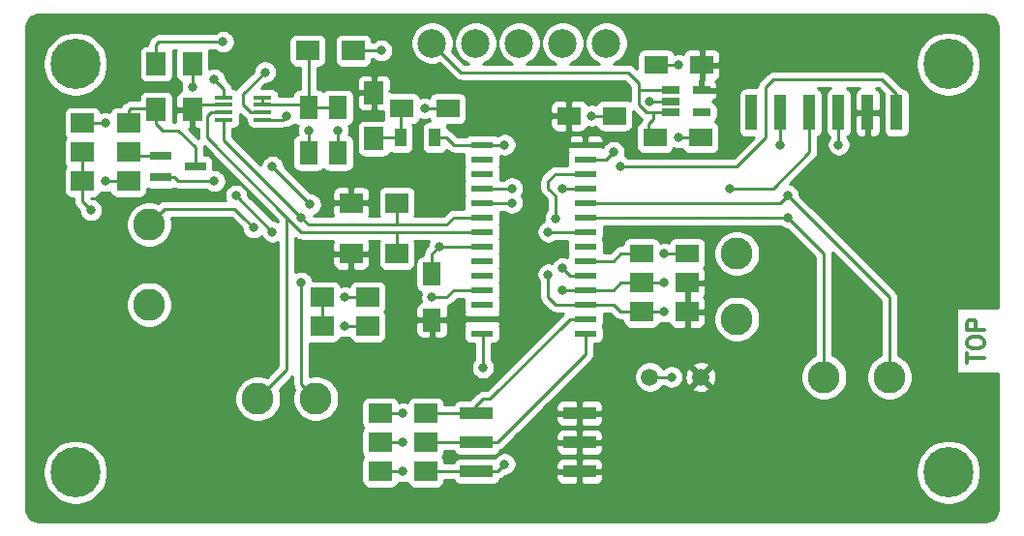
<source format=gbr>
G04 #@! TF.GenerationSoftware,KiCad,Pcbnew,(5.1.5)-2*
G04 #@! TF.CreationDate,2019-12-14T03:39:57+01:00*
G04 #@! TF.ProjectId,tof_sensor,746f665f-7365-46e7-936f-722e6b696361,rev?*
G04 #@! TF.SameCoordinates,Original*
G04 #@! TF.FileFunction,Copper,L1,Top*
G04 #@! TF.FilePolarity,Positive*
%FSLAX46Y46*%
G04 Gerber Fmt 4.6, Leading zero omitted, Abs format (unit mm)*
G04 Created by KiCad (PCBNEW (5.1.5)-2) date 2019-12-14 03:39:57*
%MOMM*%
%LPD*%
G04 APERTURE LIST*
%ADD10C,0.300000*%
%ADD11R,1.700000X2.000000*%
%ADD12R,2.000000X1.700000*%
%ADD13R,1.900000X0.800000*%
%ADD14C,2.800000*%
%ADD15R,2.840000X1.130000*%
%ADD16C,4.400000*%
%ADD17C,0.700000*%
%ADD18R,1.981200X0.558800*%
%ADD19R,1.600000X2.000000*%
%ADD20C,1.500000*%
%ADD21R,1.600000X0.300000*%
%ADD22R,1.560000X0.650000*%
%ADD23C,2.499360*%
%ADD24R,1.000000X3.100000*%
%ADD25R,1.000000X1.600000*%
%ADD26R,2.000000X1.600000*%
%ADD27C,0.800000*%
%ADD28C,0.250000*%
%ADD29C,0.254000*%
G04 APERTURE END LIST*
D10*
X194123571Y-92134285D02*
X194123571Y-91277142D01*
X195623571Y-91705714D02*
X194123571Y-91705714D01*
X194123571Y-90491428D02*
X194123571Y-90205714D01*
X194195000Y-90062857D01*
X194337857Y-89920000D01*
X194623571Y-89848571D01*
X195123571Y-89848571D01*
X195409285Y-89920000D01*
X195552142Y-90062857D01*
X195623571Y-90205714D01*
X195623571Y-90491428D01*
X195552142Y-90634285D01*
X195409285Y-90777142D01*
X195123571Y-90848571D01*
X194623571Y-90848571D01*
X194337857Y-90777142D01*
X194195000Y-90634285D01*
X194123571Y-90491428D01*
X195623571Y-89205714D02*
X194123571Y-89205714D01*
X194123571Y-88634285D01*
X194195000Y-88491428D01*
X194266428Y-88420000D01*
X194409285Y-88348571D01*
X194623571Y-88348571D01*
X194766428Y-88420000D01*
X194837857Y-88491428D01*
X194909285Y-88634285D01*
X194909285Y-89205714D01*
D11*
X123190000Y-69945000D03*
X123190000Y-65945000D03*
D12*
X116745000Y-71120000D03*
X120745000Y-71120000D03*
X116745000Y-73660000D03*
X120745000Y-73660000D03*
X120745000Y-76200000D03*
X116745000Y-76200000D03*
D13*
X123595000Y-73980000D03*
X123595000Y-75880000D03*
X126595000Y-74930000D03*
D12*
X137700000Y-88900000D03*
X141700000Y-88900000D03*
D14*
X122555000Y-80010000D03*
X122555000Y-86995000D03*
D15*
X151220000Y-101600000D03*
X151220000Y-99060000D03*
X151220000Y-96520000D03*
X160220000Y-96520000D03*
X160220000Y-99060000D03*
X160220000Y-101600000D03*
D12*
X144240000Y-82550000D03*
X140240000Y-82550000D03*
D16*
X192485000Y-101680000D03*
D17*
X194135000Y-101680000D03*
X193651726Y-102846726D03*
X192485000Y-103330000D03*
X191318274Y-102846726D03*
X190835000Y-101680000D03*
X191318274Y-100513274D03*
X192485000Y-100030000D03*
X193651726Y-100513274D03*
D16*
X116125000Y-101680000D03*
D17*
X117775000Y-101680000D03*
X117291726Y-102846726D03*
X116125000Y-103330000D03*
X114958274Y-102846726D03*
X114475000Y-101680000D03*
X114958274Y-100513274D03*
X116125000Y-100030000D03*
X117291726Y-100513274D03*
D16*
X192485000Y-65960000D03*
D17*
X194135000Y-65960000D03*
X193651726Y-67126726D03*
X192485000Y-67610000D03*
X191318274Y-67126726D03*
X190835000Y-65960000D03*
X191318274Y-64793274D03*
X192485000Y-64310000D03*
X193651726Y-64793274D03*
D16*
X116125000Y-65960000D03*
D17*
X117775000Y-65960000D03*
X117291726Y-67126726D03*
X116125000Y-67610000D03*
X114958274Y-67126726D03*
X114475000Y-65960000D03*
X114958274Y-64793274D03*
X116125000Y-64310000D03*
X117291726Y-64793274D03*
D18*
X160731200Y-73025000D03*
X160731200Y-74295000D03*
X160731200Y-75565000D03*
X160731200Y-76835000D03*
X160731200Y-78105000D03*
X160731200Y-79375000D03*
X160731200Y-80645000D03*
X160731200Y-81915000D03*
X160731200Y-83185000D03*
X160731200Y-84455000D03*
X160731200Y-85725000D03*
X160731200Y-86995000D03*
X160731200Y-88265000D03*
X160731200Y-89535000D03*
X151688800Y-89535000D03*
X151688800Y-88265000D03*
X151688800Y-86995000D03*
X151688800Y-85725000D03*
X151688800Y-84455000D03*
X151688800Y-83185000D03*
X151688800Y-81915000D03*
X151688800Y-80645000D03*
X151688800Y-79375000D03*
X151688800Y-78105000D03*
X151688800Y-76835000D03*
X151688800Y-75565000D03*
X151688800Y-74295000D03*
X151688800Y-73025000D03*
D12*
X144240000Y-78105000D03*
X140240000Y-78105000D03*
D19*
X147320000Y-84360000D03*
X147320000Y-88360000D03*
D20*
X166370000Y-93345000D03*
X170815000Y-93345000D03*
D21*
X129110000Y-68875000D03*
X129110000Y-69525000D03*
X129110000Y-70175000D03*
X129110000Y-70825000D03*
X132510000Y-70825000D03*
X132510000Y-70175000D03*
X132510000Y-69525000D03*
X132510000Y-68875000D03*
D22*
X168195000Y-68265000D03*
X168195000Y-69215000D03*
X168195000Y-70165000D03*
X170895000Y-70165000D03*
X170895000Y-68265000D03*
D14*
X181610000Y-93345000D03*
X187325000Y-93345000D03*
X132080000Y-95250000D03*
X137160000Y-95250000D03*
X173990000Y-88265000D03*
X173990000Y-82550000D03*
D12*
X142780000Y-101600000D03*
X146780000Y-101600000D03*
X142780000Y-99060000D03*
X146780000Y-99060000D03*
X142780000Y-96520000D03*
X146780000Y-96520000D03*
X140430000Y-64770000D03*
X136430000Y-64770000D03*
D11*
X126365000Y-69945000D03*
X126365000Y-65945000D03*
D12*
X169640000Y-87630000D03*
X165640000Y-87630000D03*
X169640000Y-85090000D03*
X165640000Y-85090000D03*
D11*
X142240000Y-72485000D03*
X142240000Y-68485000D03*
D23*
X162560000Y-64135000D03*
X158750000Y-64135000D03*
X154940000Y-64135000D03*
X151130000Y-64135000D03*
X147320000Y-64135000D03*
D24*
X175260000Y-70205000D03*
X187960000Y-70205000D03*
X177800000Y-70205000D03*
X185420000Y-70205000D03*
X182880000Y-70205000D03*
X180340000Y-70205000D03*
D12*
X137700000Y-86360000D03*
X141700000Y-86360000D03*
D25*
X147550000Y-72390000D03*
X144550000Y-72390000D03*
D26*
X165640000Y-82550000D03*
X169640000Y-82550000D03*
X144685000Y-69850000D03*
X148685000Y-69850000D03*
D19*
X139065000Y-73755000D03*
X139065000Y-69755000D03*
X136525000Y-73755000D03*
X136525000Y-69755000D03*
D26*
X163290000Y-70485000D03*
X159290000Y-70485000D03*
X166910000Y-66040000D03*
X170910000Y-66040000D03*
X166815000Y-72390000D03*
X170815000Y-72390000D03*
D27*
X142875000Y-64770000D03*
X128270000Y-76200000D03*
X133350000Y-80645000D03*
X130175000Y-77470000D03*
X128270000Y-67310000D03*
X158750000Y-83820000D03*
X167640000Y-82550000D03*
X161290000Y-70485000D03*
X136525000Y-71755000D03*
X139065000Y-71755000D03*
X147955000Y-81915000D03*
X166370000Y-69215000D03*
X168910000Y-66040000D03*
X168910000Y-72390000D03*
X163195000Y-73660000D03*
X146685000Y-69850000D03*
X168275000Y-93345000D03*
X139700000Y-88900000D03*
X126365000Y-67945000D03*
X144780000Y-96520000D03*
X144780000Y-99060000D03*
X144780000Y-101600000D03*
X182880000Y-73025000D03*
X118745000Y-76200000D03*
X118745000Y-71120000D03*
X184310000Y-85090000D03*
X182880000Y-77470000D03*
X182880000Y-80010000D03*
X148590000Y-74930000D03*
X148590000Y-78740000D03*
X132080000Y-85090000D03*
X163830000Y-74930000D03*
X153670000Y-73025000D03*
X147320000Y-86360000D03*
X139700000Y-86360000D03*
X154305000Y-78105000D03*
X177800000Y-73025000D03*
X154305000Y-76835000D03*
X173355000Y-76835000D03*
X134620000Y-70485000D03*
X132715000Y-66675000D03*
X158750000Y-76835000D03*
X158115000Y-79465000D03*
X131700000Y-80265000D03*
X167640000Y-85090000D03*
X158750000Y-85725000D03*
X167640000Y-87630000D03*
X157480000Y-84365000D03*
X178435000Y-77470000D03*
X135890000Y-79375000D03*
X135890000Y-85090000D03*
X178435000Y-79375000D03*
X153670000Y-100965000D03*
X151765000Y-92529999D03*
X129032000Y-64008000D03*
X157480000Y-80645000D03*
X133350000Y-74930000D03*
X117475000Y-78740000D03*
X136652000Y-78232000D03*
D28*
X165420000Y-68265000D02*
X168195000Y-68265000D01*
X165420000Y-68265000D02*
X165420000Y-69535000D01*
X165420000Y-69535000D02*
X166050000Y-70165000D01*
X166275000Y-72390000D02*
X166275000Y-71215000D01*
X166690000Y-70165000D02*
X166690000Y-70800000D01*
X166690000Y-70165000D02*
X168195000Y-70165000D01*
X166050000Y-70165000D02*
X166690000Y-70165000D01*
X166690000Y-70800000D02*
X166275000Y-71215000D01*
X140430000Y-64770000D02*
X142875000Y-64770000D01*
X124795000Y-75880000D02*
X125115000Y-76200000D01*
X123595000Y-75880000D02*
X124795000Y-75880000D01*
X125115000Y-76200000D02*
X128270000Y-76200000D01*
X165420000Y-67630000D02*
X165420000Y-68265000D01*
X164465000Y-66675000D02*
X165420000Y-67630000D01*
X147320000Y-64135000D02*
X149860000Y-66675000D01*
X149860000Y-66675000D02*
X164465000Y-66675000D01*
X133350000Y-80645000D02*
X130175000Y-77470000D01*
X129110000Y-68875000D02*
X129110000Y-68150000D01*
X129110000Y-68150000D02*
X128270000Y-67310000D01*
X160731200Y-84455000D02*
X159385000Y-84455000D01*
X159385000Y-84455000D02*
X158750000Y-83820000D01*
X169640000Y-82550000D02*
X167640000Y-82550000D01*
X163290000Y-70485000D02*
X161290000Y-70485000D01*
X136525000Y-73755000D02*
X136525000Y-71755000D01*
X139065000Y-73755000D02*
X139065000Y-71755000D01*
X147320000Y-84360000D02*
X147320000Y-82550000D01*
X147955000Y-81915000D02*
X151688800Y-81915000D01*
X147320000Y-82550000D02*
X147955000Y-81915000D01*
X168195000Y-69215000D02*
X166370000Y-69215000D01*
X166910000Y-66040000D02*
X168910000Y-66040000D01*
X170275000Y-72390000D02*
X168910000Y-72390000D01*
X160731200Y-74295000D02*
X162560000Y-74295000D01*
X162560000Y-74295000D02*
X163195000Y-73660000D01*
X148685000Y-69850000D02*
X146685000Y-69850000D01*
X166370000Y-93345000D02*
X168275000Y-93345000D01*
X141700000Y-88900000D02*
X139700000Y-88900000D01*
X126365000Y-65310000D02*
X126365000Y-67945000D01*
X142780000Y-96520000D02*
X144780000Y-96520000D01*
X142780000Y-99060000D02*
X144780000Y-99060000D01*
X142780000Y-101600000D02*
X144780000Y-101600000D01*
X182880000Y-69905000D02*
X182880000Y-73025000D01*
X120745000Y-76200000D02*
X118745000Y-76200000D01*
X116745000Y-71120000D02*
X118745000Y-71120000D01*
X147415000Y-88265000D02*
X147320000Y-88360000D01*
X151688800Y-88265000D02*
X147415000Y-88265000D01*
X159461200Y-70656200D02*
X159290000Y-70485000D01*
X170895000Y-66055000D02*
X170910000Y-66040000D01*
X170895000Y-68265000D02*
X170895000Y-66055000D01*
X159490600Y-73025000D02*
X160731200Y-73025000D01*
X159290000Y-72824400D02*
X159490600Y-73025000D01*
X159290000Y-70485000D02*
X159290000Y-72824400D01*
X185420000Y-69905000D02*
X185420000Y-73660000D01*
X182880000Y-76200000D02*
X182880000Y-77470000D01*
X185420000Y-73660000D02*
X182880000Y-76200000D01*
X126785000Y-69525000D02*
X126365000Y-69945000D01*
X129110000Y-69525000D02*
X126785000Y-69525000D01*
X139065000Y-69755000D02*
X136525000Y-69755000D01*
X136280000Y-69510000D02*
X136525000Y-69755000D01*
X133145000Y-69510000D02*
X136280000Y-69510000D01*
X136120000Y-70160000D02*
X136525000Y-69755000D01*
X136525000Y-69755000D02*
X136525000Y-69215000D01*
X136525000Y-69755000D02*
X136525000Y-64865000D01*
X136430000Y-64770000D02*
X136525000Y-64865000D01*
X132510000Y-68875000D02*
X132510000Y-69525000D01*
X147550000Y-72390000D02*
X148590000Y-72390000D01*
X149225000Y-73025000D02*
X151688800Y-73025000D01*
X148590000Y-72390000D02*
X149225000Y-73025000D01*
X153670000Y-73025000D02*
X151688800Y-73025000D01*
X163830000Y-74930000D02*
X173990000Y-74930000D01*
X177165000Y-67310000D02*
X176530000Y-67945000D01*
X176530000Y-67945000D02*
X176530000Y-72390000D01*
X176530000Y-72390000D02*
X173990000Y-74930000D01*
X187960000Y-69905000D02*
X187960000Y-68580000D01*
X187960000Y-68580000D02*
X186690000Y-67310000D01*
X186690000Y-67310000D02*
X177165000Y-67310000D01*
X165640000Y-82550000D02*
X163830000Y-82550000D01*
X163195000Y-83185000D02*
X160731200Y-83185000D01*
X163830000Y-82550000D02*
X163195000Y-83185000D01*
X137700000Y-86360000D02*
X137700000Y-88900000D01*
X151688800Y-85725000D02*
X149225000Y-85725000D01*
X149225000Y-85725000D02*
X148590000Y-86360000D01*
X148590000Y-86360000D02*
X147320000Y-86360000D01*
X139700000Y-86360000D02*
X141700000Y-86360000D01*
X151688800Y-78105000D02*
X154305000Y-78105000D01*
X177800000Y-69905000D02*
X177800000Y-73025000D01*
X151688800Y-76835000D02*
X154305000Y-76835000D01*
X180340000Y-73025000D02*
X180340000Y-70485000D01*
X180340000Y-73660000D02*
X180340000Y-70485000D01*
X173355000Y-76835000D02*
X177165000Y-76835000D01*
X177165000Y-76835000D02*
X180340000Y-73660000D01*
X132510000Y-70825000D02*
X134280000Y-70825000D01*
X134280000Y-70825000D02*
X134620000Y-70485000D01*
X131460000Y-70175000D02*
X132510000Y-70175000D01*
X130810000Y-69525000D02*
X131460000Y-70175000D01*
X130810000Y-68580000D02*
X130810000Y-69525000D01*
X132715000Y-66675000D02*
X130810000Y-68580000D01*
X158750000Y-76835000D02*
X160731200Y-76835000D01*
X158115000Y-79465000D02*
X158115000Y-77470000D01*
X158115000Y-77470000D02*
X157480000Y-76835000D01*
X157480000Y-76835000D02*
X157480000Y-76200000D01*
X157480000Y-76200000D02*
X158115000Y-75565000D01*
X158115000Y-75565000D02*
X160731200Y-75565000D01*
X130810000Y-79375000D02*
X131700000Y-80265000D01*
X130045001Y-78610001D02*
X130810000Y-79375000D01*
X123954999Y-78610001D02*
X130045001Y-78610001D01*
X122555000Y-80010000D02*
X123954999Y-78610001D01*
X165640000Y-85090000D02*
X163830000Y-85090000D01*
X163195000Y-85725000D02*
X160731200Y-85725000D01*
X163830000Y-85090000D02*
X163195000Y-85725000D01*
X165640000Y-85090000D02*
X167640000Y-85090000D01*
X160731200Y-85725000D02*
X158750000Y-85725000D01*
X129110000Y-70175000D02*
X127945000Y-70175000D01*
X127635000Y-70485000D02*
X127635000Y-72390000D01*
X127945000Y-70175000D02*
X127635000Y-70485000D01*
X144240000Y-80740000D02*
X144145000Y-80645000D01*
X144240000Y-83185000D02*
X144240000Y-80740000D01*
X135890000Y-80645000D02*
X144145000Y-80645000D01*
X144145000Y-80645000D02*
X151688800Y-80645000D01*
X134620000Y-79375000D02*
X135890000Y-80645000D01*
X134620000Y-92710000D02*
X132080000Y-95250000D01*
X127635000Y-72390000D02*
X134620000Y-79375000D01*
X134620000Y-79375000D02*
X134620000Y-92710000D01*
X160731200Y-86995000D02*
X163195000Y-86995000D01*
X163830000Y-87630000D02*
X165640000Y-87630000D01*
X163195000Y-86995000D02*
X163830000Y-87630000D01*
X165640000Y-87630000D02*
X167640000Y-87630000D01*
X157480000Y-84365000D02*
X157480000Y-86360000D01*
X157480000Y-86360000D02*
X158115000Y-86995000D01*
X158115000Y-86995000D02*
X160731200Y-86995000D01*
X160731200Y-78105000D02*
X177800000Y-78105000D01*
X177800000Y-78105000D02*
X178435000Y-77470000D01*
X187325000Y-86360000D02*
X187325000Y-93345000D01*
X178435000Y-77470000D02*
X187325000Y-86360000D01*
X148590000Y-80010000D02*
X149225000Y-79375000D01*
X129110000Y-70825000D02*
X129110000Y-72595000D01*
X144240000Y-78105000D02*
X144240000Y-79915000D01*
X144240000Y-79915000D02*
X144145000Y-80010000D01*
X136525000Y-80010000D02*
X144145000Y-80010000D01*
X144145000Y-80010000D02*
X148590000Y-80010000D01*
X135890000Y-79375000D02*
X136525000Y-80010000D01*
X129110000Y-72595000D02*
X135890000Y-79375000D01*
X135890000Y-85090000D02*
X135890000Y-93980000D01*
X135890000Y-93980000D02*
X137160000Y-95250000D01*
X151688800Y-79375000D02*
X149225000Y-79375000D01*
X181610000Y-91365102D02*
X181610000Y-93345000D01*
X160731200Y-79375000D02*
X163830000Y-79375000D01*
X163830000Y-79375000D02*
X178435000Y-79375000D01*
X181610000Y-82550000D02*
X181610000Y-93345000D01*
X178435000Y-79375000D02*
X181610000Y-82550000D01*
X146780000Y-96520000D02*
X151420000Y-96520000D01*
X159385000Y-88265000D02*
X160731200Y-88265000D01*
X151130000Y-96230000D02*
X151130000Y-95885000D01*
X151765000Y-95250000D02*
X152400000Y-95250000D01*
X151130000Y-95885000D02*
X151765000Y-95250000D01*
X151420000Y-96520000D02*
X151130000Y-96230000D01*
X152400000Y-95250000D02*
X159385000Y-88265000D01*
X160655000Y-89535000D02*
X160731200Y-89535000D01*
X160731200Y-90064400D02*
X160731200Y-89535000D01*
X146780000Y-99060000D02*
X151420000Y-99060000D01*
X160731200Y-91363800D02*
X160731200Y-89535000D01*
X151420000Y-99060000D02*
X153035000Y-99060000D01*
X153035000Y-99060000D02*
X160731200Y-91363800D01*
X146780000Y-101600000D02*
X151420000Y-101600000D01*
X151420000Y-101600000D02*
X153035000Y-101600000D01*
X153035000Y-101600000D02*
X153670000Y-100965000D01*
X151765000Y-89611200D02*
X151688800Y-89535000D01*
X151765000Y-92529999D02*
X151765000Y-89611200D01*
X141700000Y-72390000D02*
X142240000Y-71850000D01*
X142240000Y-71850000D02*
X142240000Y-72390000D01*
X142240000Y-72390000D02*
X144550000Y-72390000D01*
X144550000Y-69985000D02*
X144685000Y-69850000D01*
X144550000Y-72390000D02*
X144550000Y-69985000D01*
X123190000Y-65945000D02*
X123190000Y-64695000D01*
X123190000Y-64695000D02*
X123190000Y-64262000D01*
X123190000Y-64262000D02*
X123444000Y-64008000D01*
X123444000Y-64008000D02*
X129032000Y-64008000D01*
X120430000Y-73980000D02*
X120110000Y-73660000D01*
X123595000Y-73980000D02*
X120430000Y-73980000D01*
X123750000Y-71755000D02*
X123190000Y-71195000D01*
X123190000Y-71195000D02*
X123190000Y-69945000D01*
X126595000Y-74930000D02*
X126595000Y-73255000D01*
X125095000Y-71755000D02*
X123750000Y-71755000D01*
X126595000Y-73255000D02*
X125095000Y-71755000D01*
X120745000Y-71120000D02*
X121285000Y-71120000D01*
X120745000Y-70020000D02*
X120915000Y-69850000D01*
X120745000Y-71120000D02*
X120745000Y-70020000D01*
X123190000Y-69945000D02*
X122650000Y-69945000D01*
X122555000Y-69850000D02*
X120915000Y-69850000D01*
X122650000Y-69945000D02*
X122555000Y-69850000D01*
X160731200Y-80645000D02*
X157480000Y-80645000D01*
X116745000Y-76200000D02*
X116745000Y-73660000D01*
X116745000Y-78010000D02*
X116745000Y-76200000D01*
X117475000Y-78740000D02*
X116745000Y-78010000D01*
X136652000Y-78232000D02*
X133350000Y-74930000D01*
D29*
G36*
X195821204Y-61646815D02*
G01*
X196053226Y-61716867D01*
X196267222Y-61830650D01*
X196455041Y-61983832D01*
X196609530Y-62170577D01*
X196724801Y-62383769D01*
X196796472Y-62615300D01*
X196825000Y-62886725D01*
X196825001Y-87277857D01*
X193155000Y-87277857D01*
X193155000Y-93062143D01*
X196825000Y-93062143D01*
X196825001Y-104742712D01*
X196798185Y-105016205D01*
X196728133Y-105248226D01*
X196614350Y-105462222D01*
X196461169Y-105650039D01*
X196274424Y-105804529D01*
X196061231Y-105919802D01*
X195829701Y-105991472D01*
X195558276Y-106020000D01*
X113062277Y-106020000D01*
X112788795Y-105993185D01*
X112556774Y-105923133D01*
X112342778Y-105809350D01*
X112154961Y-105656169D01*
X112000471Y-105469424D01*
X111885198Y-105256231D01*
X111813528Y-105024701D01*
X111785000Y-104753276D01*
X111785000Y-101400777D01*
X113290000Y-101400777D01*
X113290000Y-101959223D01*
X113398948Y-102506939D01*
X113612656Y-103022876D01*
X113922912Y-103487207D01*
X114317793Y-103882088D01*
X114782124Y-104192344D01*
X115298061Y-104406052D01*
X115845777Y-104515000D01*
X116404223Y-104515000D01*
X116951939Y-104406052D01*
X117467876Y-104192344D01*
X117932207Y-103882088D01*
X118327088Y-103487207D01*
X118637344Y-103022876D01*
X118851052Y-102506939D01*
X118960000Y-101959223D01*
X118960000Y-101400777D01*
X118851052Y-100853061D01*
X118637344Y-100337124D01*
X118327088Y-99872793D01*
X117932207Y-99477912D01*
X117467876Y-99167656D01*
X116951939Y-98953948D01*
X116404223Y-98845000D01*
X115845777Y-98845000D01*
X115298061Y-98953948D01*
X114782124Y-99167656D01*
X114317793Y-99477912D01*
X113922912Y-99872793D01*
X113612656Y-100337124D01*
X113398948Y-100853061D01*
X113290000Y-101400777D01*
X111785000Y-101400777D01*
X111785000Y-86794570D01*
X120520000Y-86794570D01*
X120520000Y-87195430D01*
X120598204Y-87588587D01*
X120751607Y-87958934D01*
X120974313Y-88292237D01*
X121257763Y-88575687D01*
X121591066Y-88798393D01*
X121961413Y-88951796D01*
X122354570Y-89030000D01*
X122755430Y-89030000D01*
X123148587Y-88951796D01*
X123518934Y-88798393D01*
X123852237Y-88575687D01*
X124135687Y-88292237D01*
X124358393Y-87958934D01*
X124511796Y-87588587D01*
X124590000Y-87195430D01*
X124590000Y-86794570D01*
X124511796Y-86401413D01*
X124358393Y-86031066D01*
X124135687Y-85697763D01*
X123852237Y-85414313D01*
X123518934Y-85191607D01*
X123148587Y-85038204D01*
X122755430Y-84960000D01*
X122354570Y-84960000D01*
X121961413Y-85038204D01*
X121591066Y-85191607D01*
X121257763Y-85414313D01*
X120974313Y-85697763D01*
X120751607Y-86031066D01*
X120598204Y-86401413D01*
X120520000Y-86794570D01*
X111785000Y-86794570D01*
X111785000Y-70270000D01*
X115106928Y-70270000D01*
X115106928Y-71970000D01*
X115119188Y-72094482D01*
X115155498Y-72214180D01*
X115214463Y-72324494D01*
X115268222Y-72390000D01*
X115214463Y-72455506D01*
X115155498Y-72565820D01*
X115119188Y-72685518D01*
X115106928Y-72810000D01*
X115106928Y-74510000D01*
X115119188Y-74634482D01*
X115155498Y-74754180D01*
X115214463Y-74864494D01*
X115268222Y-74930000D01*
X115214463Y-74995506D01*
X115155498Y-75105820D01*
X115119188Y-75225518D01*
X115106928Y-75350000D01*
X115106928Y-77050000D01*
X115119188Y-77174482D01*
X115155498Y-77294180D01*
X115214463Y-77404494D01*
X115293815Y-77501185D01*
X115390506Y-77580537D01*
X115500820Y-77639502D01*
X115620518Y-77675812D01*
X115745000Y-77688072D01*
X115985000Y-77688072D01*
X115985000Y-77972677D01*
X115981324Y-78010000D01*
X115985000Y-78047322D01*
X115985000Y-78047332D01*
X115995997Y-78158985D01*
X116024815Y-78253986D01*
X116039454Y-78302246D01*
X116110026Y-78434276D01*
X116139159Y-78469774D01*
X116204999Y-78550001D01*
X116234002Y-78573803D01*
X116440000Y-78779801D01*
X116440000Y-78841939D01*
X116479774Y-79041898D01*
X116557795Y-79230256D01*
X116671063Y-79399774D01*
X116815226Y-79543937D01*
X116984744Y-79657205D01*
X117173102Y-79735226D01*
X117373061Y-79775000D01*
X117576939Y-79775000D01*
X117776898Y-79735226D01*
X117965256Y-79657205D01*
X118134774Y-79543937D01*
X118278937Y-79399774D01*
X118392205Y-79230256D01*
X118470226Y-79041898D01*
X118510000Y-78841939D01*
X118510000Y-78638061D01*
X118470226Y-78438102D01*
X118392205Y-78249744D01*
X118278937Y-78080226D01*
X118134774Y-77936063D01*
X117965256Y-77822795D01*
X117776898Y-77744774D01*
X117576939Y-77705000D01*
X117514801Y-77705000D01*
X117505000Y-77695199D01*
X117505000Y-77688072D01*
X117745000Y-77688072D01*
X117869482Y-77675812D01*
X117989180Y-77639502D01*
X118099494Y-77580537D01*
X118196185Y-77501185D01*
X118275537Y-77404494D01*
X118334502Y-77294180D01*
X118370812Y-77174482D01*
X118371683Y-77165643D01*
X118443102Y-77195226D01*
X118643061Y-77235000D01*
X118846939Y-77235000D01*
X119046898Y-77195226D01*
X119118317Y-77165643D01*
X119119188Y-77174482D01*
X119155498Y-77294180D01*
X119214463Y-77404494D01*
X119293815Y-77501185D01*
X119390506Y-77580537D01*
X119500820Y-77639502D01*
X119620518Y-77675812D01*
X119745000Y-77688072D01*
X121745000Y-77688072D01*
X121869482Y-77675812D01*
X121989180Y-77639502D01*
X122099494Y-77580537D01*
X122196185Y-77501185D01*
X122275537Y-77404494D01*
X122334502Y-77294180D01*
X122370812Y-77174482D01*
X122383072Y-77050000D01*
X122383072Y-76860015D01*
X122400820Y-76869502D01*
X122520518Y-76905812D01*
X122645000Y-76918072D01*
X124545000Y-76918072D01*
X124669482Y-76905812D01*
X124767579Y-76876055D01*
X124822753Y-76905546D01*
X124966014Y-76949003D01*
X125077667Y-76960000D01*
X125077676Y-76960000D01*
X125114999Y-76963676D01*
X125152322Y-76960000D01*
X127566289Y-76960000D01*
X127610226Y-77003937D01*
X127779744Y-77117205D01*
X127968102Y-77195226D01*
X128168061Y-77235000D01*
X128371939Y-77235000D01*
X128571898Y-77195226D01*
X128760256Y-77117205D01*
X128929774Y-77003937D01*
X129073937Y-76859774D01*
X129187205Y-76690256D01*
X129265226Y-76501898D01*
X129305000Y-76301939D01*
X129305000Y-76098061D01*
X129265226Y-75898102D01*
X129187205Y-75709744D01*
X129073937Y-75540226D01*
X128929774Y-75396063D01*
X128760256Y-75282795D01*
X128571898Y-75204774D01*
X128371939Y-75165000D01*
X128183072Y-75165000D01*
X128183072Y-74530000D01*
X128170812Y-74405518D01*
X128134502Y-74285820D01*
X128075537Y-74175506D01*
X127996185Y-74078815D01*
X127899494Y-73999463D01*
X127789180Y-73940498D01*
X127669482Y-73904188D01*
X127545000Y-73891928D01*
X127355000Y-73891928D01*
X127355000Y-73292322D01*
X127358676Y-73254999D01*
X127355000Y-73217676D01*
X127355000Y-73217667D01*
X127351409Y-73181210D01*
X133860000Y-79689802D01*
X133860000Y-79740988D01*
X133840256Y-79727795D01*
X133651898Y-79649774D01*
X133451939Y-79610000D01*
X133389802Y-79610000D01*
X131210000Y-77430199D01*
X131210000Y-77368061D01*
X131170226Y-77168102D01*
X131092205Y-76979744D01*
X130978937Y-76810226D01*
X130834774Y-76666063D01*
X130665256Y-76552795D01*
X130476898Y-76474774D01*
X130276939Y-76435000D01*
X130073061Y-76435000D01*
X129873102Y-76474774D01*
X129684744Y-76552795D01*
X129515226Y-76666063D01*
X129371063Y-76810226D01*
X129257795Y-76979744D01*
X129179774Y-77168102D01*
X129140000Y-77368061D01*
X129140000Y-77571939D01*
X129179774Y-77771898D01*
X129212126Y-77850001D01*
X123992332Y-77850001D01*
X123954999Y-77846324D01*
X123917666Y-77850001D01*
X123806013Y-77860998D01*
X123662752Y-77904455D01*
X123530723Y-77975027D01*
X123414998Y-78070000D01*
X123391200Y-78098998D01*
X123352521Y-78137677D01*
X123148587Y-78053204D01*
X122755430Y-77975000D01*
X122354570Y-77975000D01*
X121961413Y-78053204D01*
X121591066Y-78206607D01*
X121257763Y-78429313D01*
X120974313Y-78712763D01*
X120751607Y-79046066D01*
X120598204Y-79416413D01*
X120520000Y-79809570D01*
X120520000Y-80210430D01*
X120598204Y-80603587D01*
X120751607Y-80973934D01*
X120974313Y-81307237D01*
X121257763Y-81590687D01*
X121591066Y-81813393D01*
X121961413Y-81966796D01*
X122354570Y-82045000D01*
X122755430Y-82045000D01*
X123148587Y-81966796D01*
X123518934Y-81813393D01*
X123852237Y-81590687D01*
X124135687Y-81307237D01*
X124358393Y-80973934D01*
X124511796Y-80603587D01*
X124590000Y-80210430D01*
X124590000Y-79809570D01*
X124511796Y-79416413D01*
X124492571Y-79370001D01*
X129730200Y-79370001D01*
X130298997Y-79938799D01*
X130299002Y-79938803D01*
X130665000Y-80304801D01*
X130665000Y-80366939D01*
X130704774Y-80566898D01*
X130782795Y-80755256D01*
X130896063Y-80924774D01*
X131040226Y-81068937D01*
X131209744Y-81182205D01*
X131398102Y-81260226D01*
X131598061Y-81300000D01*
X131801939Y-81300000D01*
X132001898Y-81260226D01*
X132190256Y-81182205D01*
X132359774Y-81068937D01*
X132391983Y-81036728D01*
X132432795Y-81135256D01*
X132546063Y-81304774D01*
X132690226Y-81448937D01*
X132859744Y-81562205D01*
X133048102Y-81640226D01*
X133248061Y-81680000D01*
X133451939Y-81680000D01*
X133651898Y-81640226D01*
X133840256Y-81562205D01*
X133860000Y-81549012D01*
X133860001Y-92395196D01*
X132877521Y-93377677D01*
X132673587Y-93293204D01*
X132280430Y-93215000D01*
X131879570Y-93215000D01*
X131486413Y-93293204D01*
X131116066Y-93446607D01*
X130782763Y-93669313D01*
X130499313Y-93952763D01*
X130276607Y-94286066D01*
X130123204Y-94656413D01*
X130045000Y-95049570D01*
X130045000Y-95450430D01*
X130123204Y-95843587D01*
X130276607Y-96213934D01*
X130499313Y-96547237D01*
X130782763Y-96830687D01*
X131116066Y-97053393D01*
X131486413Y-97206796D01*
X131879570Y-97285000D01*
X132280430Y-97285000D01*
X132673587Y-97206796D01*
X133043934Y-97053393D01*
X133377237Y-96830687D01*
X133660687Y-96547237D01*
X133883393Y-96213934D01*
X134036796Y-95843587D01*
X134115000Y-95450430D01*
X134115000Y-95049570D01*
X134036796Y-94656413D01*
X133952323Y-94452479D01*
X135130001Y-93274802D01*
X135130001Y-93942668D01*
X135126324Y-93980000D01*
X135130001Y-94017333D01*
X135137553Y-94094003D01*
X135140998Y-94128985D01*
X135184454Y-94272246D01*
X135255026Y-94404276D01*
X135289994Y-94446884D01*
X135203204Y-94656413D01*
X135125000Y-95049570D01*
X135125000Y-95450430D01*
X135203204Y-95843587D01*
X135356607Y-96213934D01*
X135579313Y-96547237D01*
X135862763Y-96830687D01*
X136196066Y-97053393D01*
X136566413Y-97206796D01*
X136959570Y-97285000D01*
X137360430Y-97285000D01*
X137753587Y-97206796D01*
X138123934Y-97053393D01*
X138457237Y-96830687D01*
X138740687Y-96547237D01*
X138963393Y-96213934D01*
X139116796Y-95843587D01*
X139151324Y-95670000D01*
X141141928Y-95670000D01*
X141141928Y-97370000D01*
X141154188Y-97494482D01*
X141190498Y-97614180D01*
X141249463Y-97724494D01*
X141303222Y-97790000D01*
X141249463Y-97855506D01*
X141190498Y-97965820D01*
X141154188Y-98085518D01*
X141141928Y-98210000D01*
X141141928Y-99910000D01*
X141154188Y-100034482D01*
X141190498Y-100154180D01*
X141249463Y-100264494D01*
X141303222Y-100330000D01*
X141249463Y-100395506D01*
X141190498Y-100505820D01*
X141154188Y-100625518D01*
X141141928Y-100750000D01*
X141141928Y-102450000D01*
X141154188Y-102574482D01*
X141190498Y-102694180D01*
X141249463Y-102804494D01*
X141328815Y-102901185D01*
X141425506Y-102980537D01*
X141535820Y-103039502D01*
X141655518Y-103075812D01*
X141780000Y-103088072D01*
X143780000Y-103088072D01*
X143904482Y-103075812D01*
X144024180Y-103039502D01*
X144134494Y-102980537D01*
X144231185Y-102901185D01*
X144310537Y-102804494D01*
X144369502Y-102694180D01*
X144405812Y-102574482D01*
X144406683Y-102565643D01*
X144478102Y-102595226D01*
X144678061Y-102635000D01*
X144881939Y-102635000D01*
X145081898Y-102595226D01*
X145153317Y-102565643D01*
X145154188Y-102574482D01*
X145190498Y-102694180D01*
X145249463Y-102804494D01*
X145328815Y-102901185D01*
X145425506Y-102980537D01*
X145535820Y-103039502D01*
X145655518Y-103075812D01*
X145780000Y-103088072D01*
X147780000Y-103088072D01*
X147904482Y-103075812D01*
X148024180Y-103039502D01*
X148134494Y-102980537D01*
X148231185Y-102901185D01*
X148310537Y-102804494D01*
X148369502Y-102694180D01*
X148405812Y-102574482D01*
X148418072Y-102450000D01*
X148418072Y-102360000D01*
X149195579Y-102360000D01*
X149210498Y-102409180D01*
X149269463Y-102519494D01*
X149348815Y-102616185D01*
X149445506Y-102695537D01*
X149555820Y-102754502D01*
X149675518Y-102790812D01*
X149800000Y-102803072D01*
X152640000Y-102803072D01*
X152764482Y-102790812D01*
X152884180Y-102754502D01*
X152994494Y-102695537D01*
X153091185Y-102616185D01*
X153170537Y-102519494D01*
X153229502Y-102409180D01*
X153254219Y-102327698D01*
X153327247Y-102305546D01*
X153459276Y-102234974D01*
X153544539Y-102165000D01*
X158161928Y-102165000D01*
X158174188Y-102289482D01*
X158210498Y-102409180D01*
X158269463Y-102519494D01*
X158348815Y-102616185D01*
X158445506Y-102695537D01*
X158555820Y-102754502D01*
X158675518Y-102790812D01*
X158800000Y-102803072D01*
X159934250Y-102800000D01*
X160093000Y-102641250D01*
X160093000Y-101727000D01*
X160347000Y-101727000D01*
X160347000Y-102641250D01*
X160505750Y-102800000D01*
X161640000Y-102803072D01*
X161764482Y-102790812D01*
X161884180Y-102754502D01*
X161994494Y-102695537D01*
X162091185Y-102616185D01*
X162170537Y-102519494D01*
X162229502Y-102409180D01*
X162265812Y-102289482D01*
X162278072Y-102165000D01*
X162275000Y-101885750D01*
X162116250Y-101727000D01*
X160347000Y-101727000D01*
X160093000Y-101727000D01*
X158323750Y-101727000D01*
X158165000Y-101885750D01*
X158161928Y-102165000D01*
X153544539Y-102165000D01*
X153575001Y-102140001D01*
X153598803Y-102110998D01*
X153709801Y-102000000D01*
X153771939Y-102000000D01*
X153971898Y-101960226D01*
X154160256Y-101882205D01*
X154329774Y-101768937D01*
X154473937Y-101624774D01*
X154587205Y-101455256D01*
X154665226Y-101266898D01*
X154705000Y-101066939D01*
X154705000Y-101035000D01*
X158161928Y-101035000D01*
X158165000Y-101314250D01*
X158323750Y-101473000D01*
X160093000Y-101473000D01*
X160093000Y-100558750D01*
X160347000Y-100558750D01*
X160347000Y-101473000D01*
X162116250Y-101473000D01*
X162188473Y-101400777D01*
X189650000Y-101400777D01*
X189650000Y-101959223D01*
X189758948Y-102506939D01*
X189972656Y-103022876D01*
X190282912Y-103487207D01*
X190677793Y-103882088D01*
X191142124Y-104192344D01*
X191658061Y-104406052D01*
X192205777Y-104515000D01*
X192764223Y-104515000D01*
X193311939Y-104406052D01*
X193827876Y-104192344D01*
X194292207Y-103882088D01*
X194687088Y-103487207D01*
X194997344Y-103022876D01*
X195211052Y-102506939D01*
X195320000Y-101959223D01*
X195320000Y-101400777D01*
X195211052Y-100853061D01*
X194997344Y-100337124D01*
X194687088Y-99872793D01*
X194292207Y-99477912D01*
X193827876Y-99167656D01*
X193311939Y-98953948D01*
X192764223Y-98845000D01*
X192205777Y-98845000D01*
X191658061Y-98953948D01*
X191142124Y-99167656D01*
X190677793Y-99477912D01*
X190282912Y-99872793D01*
X189972656Y-100337124D01*
X189758948Y-100853061D01*
X189650000Y-101400777D01*
X162188473Y-101400777D01*
X162275000Y-101314250D01*
X162278072Y-101035000D01*
X162265812Y-100910518D01*
X162229502Y-100790820D01*
X162170537Y-100680506D01*
X162091185Y-100583815D01*
X161994494Y-100504463D01*
X161884180Y-100445498D01*
X161764482Y-100409188D01*
X161640000Y-100396928D01*
X160505750Y-100400000D01*
X160347000Y-100558750D01*
X160093000Y-100558750D01*
X159934250Y-100400000D01*
X158800000Y-100396928D01*
X158675518Y-100409188D01*
X158555820Y-100445498D01*
X158445506Y-100504463D01*
X158348815Y-100583815D01*
X158269463Y-100680506D01*
X158210498Y-100790820D01*
X158174188Y-100910518D01*
X158161928Y-101035000D01*
X154705000Y-101035000D01*
X154705000Y-100863061D01*
X154665226Y-100663102D01*
X154587205Y-100474744D01*
X154473937Y-100305226D01*
X154329774Y-100161063D01*
X154160256Y-100047795D01*
X153971898Y-99969774D01*
X153771939Y-99930000D01*
X153568061Y-99930000D01*
X153368102Y-99969774D01*
X153179744Y-100047795D01*
X153010226Y-100161063D01*
X152866063Y-100305226D01*
X152791185Y-100417288D01*
X152764482Y-100409188D01*
X152640000Y-100396928D01*
X149800000Y-100396928D01*
X149675518Y-100409188D01*
X149555820Y-100445498D01*
X149445506Y-100504463D01*
X149348815Y-100583815D01*
X149269463Y-100680506D01*
X149210498Y-100790820D01*
X149195579Y-100840000D01*
X148418072Y-100840000D01*
X148418072Y-100750000D01*
X148405812Y-100625518D01*
X148369502Y-100505820D01*
X148310537Y-100395506D01*
X148256778Y-100330000D01*
X148310537Y-100264494D01*
X148369502Y-100154180D01*
X148405812Y-100034482D01*
X148418072Y-99910000D01*
X148418072Y-99820000D01*
X149195579Y-99820000D01*
X149210498Y-99869180D01*
X149269463Y-99979494D01*
X149348815Y-100076185D01*
X149445506Y-100155537D01*
X149555820Y-100214502D01*
X149675518Y-100250812D01*
X149800000Y-100263072D01*
X152640000Y-100263072D01*
X152764482Y-100250812D01*
X152884180Y-100214502D01*
X152994494Y-100155537D01*
X153091185Y-100076185D01*
X153170537Y-99979494D01*
X153229502Y-99869180D01*
X153254219Y-99787698D01*
X153327247Y-99765546D01*
X153459276Y-99694974D01*
X153544539Y-99625000D01*
X158161928Y-99625000D01*
X158174188Y-99749482D01*
X158210498Y-99869180D01*
X158269463Y-99979494D01*
X158348815Y-100076185D01*
X158445506Y-100155537D01*
X158555820Y-100214502D01*
X158675518Y-100250812D01*
X158800000Y-100263072D01*
X159934250Y-100260000D01*
X160093000Y-100101250D01*
X160093000Y-99187000D01*
X160347000Y-99187000D01*
X160347000Y-100101250D01*
X160505750Y-100260000D01*
X161640000Y-100263072D01*
X161764482Y-100250812D01*
X161884180Y-100214502D01*
X161994494Y-100155537D01*
X162091185Y-100076185D01*
X162170537Y-99979494D01*
X162229502Y-99869180D01*
X162265812Y-99749482D01*
X162278072Y-99625000D01*
X162275000Y-99345750D01*
X162116250Y-99187000D01*
X160347000Y-99187000D01*
X160093000Y-99187000D01*
X158323750Y-99187000D01*
X158165000Y-99345750D01*
X158161928Y-99625000D01*
X153544539Y-99625000D01*
X153575001Y-99600001D01*
X153598804Y-99570997D01*
X154674801Y-98495000D01*
X158161928Y-98495000D01*
X158165000Y-98774250D01*
X158323750Y-98933000D01*
X160093000Y-98933000D01*
X160093000Y-98018750D01*
X160347000Y-98018750D01*
X160347000Y-98933000D01*
X162116250Y-98933000D01*
X162275000Y-98774250D01*
X162278072Y-98495000D01*
X162265812Y-98370518D01*
X162229502Y-98250820D01*
X162170537Y-98140506D01*
X162091185Y-98043815D01*
X161994494Y-97964463D01*
X161884180Y-97905498D01*
X161764482Y-97869188D01*
X161640000Y-97856928D01*
X160505750Y-97860000D01*
X160347000Y-98018750D01*
X160093000Y-98018750D01*
X159934250Y-97860000D01*
X158800000Y-97856928D01*
X158675518Y-97869188D01*
X158555820Y-97905498D01*
X158445506Y-97964463D01*
X158348815Y-98043815D01*
X158269463Y-98140506D01*
X158210498Y-98250820D01*
X158174188Y-98370518D01*
X158161928Y-98495000D01*
X154674801Y-98495000D01*
X156084801Y-97085000D01*
X158161928Y-97085000D01*
X158174188Y-97209482D01*
X158210498Y-97329180D01*
X158269463Y-97439494D01*
X158348815Y-97536185D01*
X158445506Y-97615537D01*
X158555820Y-97674502D01*
X158675518Y-97710812D01*
X158800000Y-97723072D01*
X159934250Y-97720000D01*
X160093000Y-97561250D01*
X160093000Y-96647000D01*
X160347000Y-96647000D01*
X160347000Y-97561250D01*
X160505750Y-97720000D01*
X161640000Y-97723072D01*
X161764482Y-97710812D01*
X161884180Y-97674502D01*
X161994494Y-97615537D01*
X162091185Y-97536185D01*
X162170537Y-97439494D01*
X162229502Y-97329180D01*
X162265812Y-97209482D01*
X162278072Y-97085000D01*
X162275000Y-96805750D01*
X162116250Y-96647000D01*
X160347000Y-96647000D01*
X160093000Y-96647000D01*
X158323750Y-96647000D01*
X158165000Y-96805750D01*
X158161928Y-97085000D01*
X156084801Y-97085000D01*
X157214801Y-95955000D01*
X158161928Y-95955000D01*
X158165000Y-96234250D01*
X158323750Y-96393000D01*
X160093000Y-96393000D01*
X160093000Y-95478750D01*
X160347000Y-95478750D01*
X160347000Y-96393000D01*
X162116250Y-96393000D01*
X162275000Y-96234250D01*
X162278072Y-95955000D01*
X162265812Y-95830518D01*
X162229502Y-95710820D01*
X162170537Y-95600506D01*
X162091185Y-95503815D01*
X161994494Y-95424463D01*
X161884180Y-95365498D01*
X161764482Y-95329188D01*
X161640000Y-95316928D01*
X160505750Y-95320000D01*
X160347000Y-95478750D01*
X160093000Y-95478750D01*
X159934250Y-95320000D01*
X158800000Y-95316928D01*
X158675518Y-95329188D01*
X158555820Y-95365498D01*
X158445506Y-95424463D01*
X158348815Y-95503815D01*
X158269463Y-95600506D01*
X158210498Y-95710820D01*
X158174188Y-95830518D01*
X158161928Y-95955000D01*
X157214801Y-95955000D01*
X159961213Y-93208589D01*
X164985000Y-93208589D01*
X164985000Y-93481411D01*
X165038225Y-93748989D01*
X165142629Y-94001043D01*
X165294201Y-94227886D01*
X165487114Y-94420799D01*
X165713957Y-94572371D01*
X165966011Y-94676775D01*
X166233589Y-94730000D01*
X166506411Y-94730000D01*
X166773989Y-94676775D01*
X167026043Y-94572371D01*
X167252886Y-94420799D01*
X167445799Y-94227886D01*
X167527909Y-94105000D01*
X167571289Y-94105000D01*
X167615226Y-94148937D01*
X167784744Y-94262205D01*
X167973102Y-94340226D01*
X168173061Y-94380000D01*
X168376939Y-94380000D01*
X168576898Y-94340226D01*
X168669199Y-94301993D01*
X170037612Y-94301993D01*
X170103137Y-94540860D01*
X170350116Y-94656760D01*
X170614960Y-94722250D01*
X170887492Y-94734812D01*
X171157238Y-94693965D01*
X171413832Y-94601277D01*
X171526863Y-94540860D01*
X171592388Y-94301993D01*
X170815000Y-93524605D01*
X170037612Y-94301993D01*
X168669199Y-94301993D01*
X168765256Y-94262205D01*
X168934774Y-94148937D01*
X169078937Y-94004774D01*
X169192205Y-93835256D01*
X169270226Y-93646898D01*
X169310000Y-93446939D01*
X169310000Y-93417492D01*
X169425188Y-93417492D01*
X169466035Y-93687238D01*
X169558723Y-93943832D01*
X169619140Y-94056863D01*
X169858007Y-94122388D01*
X170635395Y-93345000D01*
X170994605Y-93345000D01*
X171771993Y-94122388D01*
X172010860Y-94056863D01*
X172126760Y-93809884D01*
X172192250Y-93545040D01*
X172204812Y-93272508D01*
X172163965Y-93002762D01*
X172071277Y-92746168D01*
X172010860Y-92633137D01*
X171771993Y-92567612D01*
X170994605Y-93345000D01*
X170635395Y-93345000D01*
X169858007Y-92567612D01*
X169619140Y-92633137D01*
X169503240Y-92880116D01*
X169437750Y-93144960D01*
X169425188Y-93417492D01*
X169310000Y-93417492D01*
X169310000Y-93243061D01*
X169270226Y-93043102D01*
X169192205Y-92854744D01*
X169078937Y-92685226D01*
X168934774Y-92541063D01*
X168765256Y-92427795D01*
X168669200Y-92388007D01*
X170037612Y-92388007D01*
X170815000Y-93165395D01*
X171592388Y-92388007D01*
X171526863Y-92149140D01*
X171279884Y-92033240D01*
X171015040Y-91967750D01*
X170742508Y-91955188D01*
X170472762Y-91996035D01*
X170216168Y-92088723D01*
X170103137Y-92149140D01*
X170037612Y-92388007D01*
X168669200Y-92388007D01*
X168576898Y-92349774D01*
X168376939Y-92310000D01*
X168173061Y-92310000D01*
X167973102Y-92349774D01*
X167784744Y-92427795D01*
X167615226Y-92541063D01*
X167571289Y-92585000D01*
X167527909Y-92585000D01*
X167445799Y-92462114D01*
X167252886Y-92269201D01*
X167026043Y-92117629D01*
X166773989Y-92013225D01*
X166506411Y-91960000D01*
X166233589Y-91960000D01*
X165966011Y-92013225D01*
X165713957Y-92117629D01*
X165487114Y-92269201D01*
X165294201Y-92462114D01*
X165142629Y-92688957D01*
X165038225Y-92941011D01*
X164985000Y-93208589D01*
X159961213Y-93208589D01*
X161242209Y-91927594D01*
X161271201Y-91903801D01*
X161294995Y-91874808D01*
X161294999Y-91874804D01*
X161366173Y-91788077D01*
X161366174Y-91788076D01*
X161436746Y-91656047D01*
X161480203Y-91512786D01*
X161491200Y-91401133D01*
X161491200Y-91401124D01*
X161494876Y-91363801D01*
X161491200Y-91326478D01*
X161491200Y-90452472D01*
X161721800Y-90452472D01*
X161846282Y-90440212D01*
X161965980Y-90403902D01*
X162076294Y-90344937D01*
X162172985Y-90265585D01*
X162252337Y-90168894D01*
X162311302Y-90058580D01*
X162347612Y-89938882D01*
X162359872Y-89814400D01*
X162359872Y-89255600D01*
X162347612Y-89131118D01*
X162311302Y-89011420D01*
X162252337Y-88901106D01*
X162251429Y-88900000D01*
X162252337Y-88898894D01*
X162311302Y-88788580D01*
X162347612Y-88668882D01*
X162359872Y-88544400D01*
X162359872Y-87985600D01*
X162347612Y-87861118D01*
X162315421Y-87755000D01*
X162880199Y-87755000D01*
X163266200Y-88141002D01*
X163289999Y-88170001D01*
X163318997Y-88193799D01*
X163405724Y-88264974D01*
X163537753Y-88335546D01*
X163681014Y-88379003D01*
X163830000Y-88393677D01*
X163867333Y-88390000D01*
X164001928Y-88390000D01*
X164001928Y-88480000D01*
X164014188Y-88604482D01*
X164050498Y-88724180D01*
X164109463Y-88834494D01*
X164188815Y-88931185D01*
X164285506Y-89010537D01*
X164395820Y-89069502D01*
X164515518Y-89105812D01*
X164640000Y-89118072D01*
X166640000Y-89118072D01*
X166764482Y-89105812D01*
X166884180Y-89069502D01*
X166994494Y-89010537D01*
X167091185Y-88931185D01*
X167170537Y-88834494D01*
X167229502Y-88724180D01*
X167265812Y-88604482D01*
X167266683Y-88595643D01*
X167338102Y-88625226D01*
X167538061Y-88665000D01*
X167741939Y-88665000D01*
X167941898Y-88625226D01*
X168013317Y-88595643D01*
X168014188Y-88604482D01*
X168050498Y-88724180D01*
X168109463Y-88834494D01*
X168188815Y-88931185D01*
X168285506Y-89010537D01*
X168395820Y-89069502D01*
X168515518Y-89105812D01*
X168640000Y-89118072D01*
X169354250Y-89115000D01*
X169513000Y-88956250D01*
X169513000Y-87757000D01*
X169767000Y-87757000D01*
X169767000Y-88956250D01*
X169925750Y-89115000D01*
X170640000Y-89118072D01*
X170764482Y-89105812D01*
X170884180Y-89069502D01*
X170994494Y-89010537D01*
X171091185Y-88931185D01*
X171170537Y-88834494D01*
X171229502Y-88724180D01*
X171265812Y-88604482D01*
X171278072Y-88480000D01*
X171275811Y-88064570D01*
X171955000Y-88064570D01*
X171955000Y-88465430D01*
X172033204Y-88858587D01*
X172186607Y-89228934D01*
X172409313Y-89562237D01*
X172692763Y-89845687D01*
X173026066Y-90068393D01*
X173396413Y-90221796D01*
X173789570Y-90300000D01*
X174190430Y-90300000D01*
X174583587Y-90221796D01*
X174953934Y-90068393D01*
X175287237Y-89845687D01*
X175570687Y-89562237D01*
X175793393Y-89228934D01*
X175946796Y-88858587D01*
X176025000Y-88465430D01*
X176025000Y-88064570D01*
X175946796Y-87671413D01*
X175793393Y-87301066D01*
X175570687Y-86967763D01*
X175287237Y-86684313D01*
X174953934Y-86461607D01*
X174583587Y-86308204D01*
X174190430Y-86230000D01*
X173789570Y-86230000D01*
X173396413Y-86308204D01*
X173026066Y-86461607D01*
X172692763Y-86684313D01*
X172409313Y-86967763D01*
X172186607Y-87301066D01*
X172033204Y-87671413D01*
X171955000Y-88064570D01*
X171275811Y-88064570D01*
X171275000Y-87915750D01*
X171116250Y-87757000D01*
X169767000Y-87757000D01*
X169513000Y-87757000D01*
X169493000Y-87757000D01*
X169493000Y-87503000D01*
X169513000Y-87503000D01*
X169513000Y-85217000D01*
X169767000Y-85217000D01*
X169767000Y-87503000D01*
X171116250Y-87503000D01*
X171275000Y-87344250D01*
X171278072Y-86780000D01*
X171265812Y-86655518D01*
X171229502Y-86535820D01*
X171170537Y-86425506D01*
X171116778Y-86360000D01*
X171170537Y-86294494D01*
X171229502Y-86184180D01*
X171265812Y-86064482D01*
X171278072Y-85940000D01*
X171275000Y-85375750D01*
X171116250Y-85217000D01*
X169767000Y-85217000D01*
X169513000Y-85217000D01*
X169493000Y-85217000D01*
X169493000Y-84963000D01*
X169513000Y-84963000D01*
X169513000Y-84943000D01*
X169767000Y-84943000D01*
X169767000Y-84963000D01*
X171116250Y-84963000D01*
X171275000Y-84804250D01*
X171278072Y-84240000D01*
X171265812Y-84115518D01*
X171229502Y-83995820D01*
X171170537Y-83885506D01*
X171096261Y-83795000D01*
X171170537Y-83704494D01*
X171229502Y-83594180D01*
X171265812Y-83474482D01*
X171278072Y-83350000D01*
X171278072Y-82349570D01*
X171955000Y-82349570D01*
X171955000Y-82750430D01*
X172033204Y-83143587D01*
X172186607Y-83513934D01*
X172409313Y-83847237D01*
X172692763Y-84130687D01*
X173026066Y-84353393D01*
X173396413Y-84506796D01*
X173789570Y-84585000D01*
X174190430Y-84585000D01*
X174583587Y-84506796D01*
X174953934Y-84353393D01*
X175287237Y-84130687D01*
X175570687Y-83847237D01*
X175793393Y-83513934D01*
X175946796Y-83143587D01*
X176025000Y-82750430D01*
X176025000Y-82349570D01*
X175946796Y-81956413D01*
X175793393Y-81586066D01*
X175570687Y-81252763D01*
X175287237Y-80969313D01*
X174953934Y-80746607D01*
X174583587Y-80593204D01*
X174190430Y-80515000D01*
X173789570Y-80515000D01*
X173396413Y-80593204D01*
X173026066Y-80746607D01*
X172692763Y-80969313D01*
X172409313Y-81252763D01*
X172186607Y-81586066D01*
X172033204Y-81956413D01*
X171955000Y-82349570D01*
X171278072Y-82349570D01*
X171278072Y-81750000D01*
X171265812Y-81625518D01*
X171229502Y-81505820D01*
X171170537Y-81395506D01*
X171091185Y-81298815D01*
X170994494Y-81219463D01*
X170884180Y-81160498D01*
X170764482Y-81124188D01*
X170640000Y-81111928D01*
X168640000Y-81111928D01*
X168515518Y-81124188D01*
X168395820Y-81160498D01*
X168285506Y-81219463D01*
X168188815Y-81298815D01*
X168109463Y-81395506D01*
X168050498Y-81505820D01*
X168025183Y-81589272D01*
X167941898Y-81554774D01*
X167741939Y-81515000D01*
X167538061Y-81515000D01*
X167338102Y-81554774D01*
X167254817Y-81589272D01*
X167229502Y-81505820D01*
X167170537Y-81395506D01*
X167091185Y-81298815D01*
X166994494Y-81219463D01*
X166884180Y-81160498D01*
X166764482Y-81124188D01*
X166640000Y-81111928D01*
X164640000Y-81111928D01*
X164515518Y-81124188D01*
X164395820Y-81160498D01*
X164285506Y-81219463D01*
X164188815Y-81298815D01*
X164109463Y-81395506D01*
X164050498Y-81505820D01*
X164014188Y-81625518D01*
X164001928Y-81750000D01*
X164001928Y-81790000D01*
X163867333Y-81790000D01*
X163830000Y-81786323D01*
X163792667Y-81790000D01*
X163681014Y-81800997D01*
X163537753Y-81844454D01*
X163405724Y-81915026D01*
X163289999Y-82009999D01*
X163266201Y-82038997D01*
X162880199Y-82425000D01*
X162315421Y-82425000D01*
X162347612Y-82318882D01*
X162359872Y-82194400D01*
X162359872Y-81635600D01*
X162347612Y-81511118D01*
X162311302Y-81391420D01*
X162252337Y-81281106D01*
X162251429Y-81280000D01*
X162252337Y-81278894D01*
X162311302Y-81168580D01*
X162347612Y-81048882D01*
X162359872Y-80924400D01*
X162359872Y-80365600D01*
X162347612Y-80241118D01*
X162315421Y-80135000D01*
X177731289Y-80135000D01*
X177775226Y-80178937D01*
X177944744Y-80292205D01*
X178133102Y-80370226D01*
X178333061Y-80410000D01*
X178395199Y-80410000D01*
X180850000Y-82864802D01*
X180850001Y-91327762D01*
X180850000Y-91327770D01*
X180850000Y-91457135D01*
X180646066Y-91541607D01*
X180312763Y-91764313D01*
X180029313Y-92047763D01*
X179806607Y-92381066D01*
X179653204Y-92751413D01*
X179575000Y-93144570D01*
X179575000Y-93545430D01*
X179653204Y-93938587D01*
X179806607Y-94308934D01*
X180029313Y-94642237D01*
X180312763Y-94925687D01*
X180646066Y-95148393D01*
X181016413Y-95301796D01*
X181409570Y-95380000D01*
X181810430Y-95380000D01*
X182203587Y-95301796D01*
X182573934Y-95148393D01*
X182907237Y-94925687D01*
X183190687Y-94642237D01*
X183413393Y-94308934D01*
X183566796Y-93938587D01*
X183645000Y-93545430D01*
X183645000Y-93144570D01*
X183566796Y-92751413D01*
X183413393Y-92381066D01*
X183190687Y-92047763D01*
X182907237Y-91764313D01*
X182573934Y-91541607D01*
X182370000Y-91457135D01*
X182370000Y-82587322D01*
X182373676Y-82549999D01*
X182370000Y-82512676D01*
X182370000Y-82512667D01*
X182366409Y-82476211D01*
X186565000Y-86674802D01*
X186565001Y-91457134D01*
X186361066Y-91541607D01*
X186027763Y-91764313D01*
X185744313Y-92047763D01*
X185521607Y-92381066D01*
X185368204Y-92751413D01*
X185290000Y-93144570D01*
X185290000Y-93545430D01*
X185368204Y-93938587D01*
X185521607Y-94308934D01*
X185744313Y-94642237D01*
X186027763Y-94925687D01*
X186361066Y-95148393D01*
X186731413Y-95301796D01*
X187124570Y-95380000D01*
X187525430Y-95380000D01*
X187918587Y-95301796D01*
X188288934Y-95148393D01*
X188622237Y-94925687D01*
X188905687Y-94642237D01*
X189128393Y-94308934D01*
X189281796Y-93938587D01*
X189360000Y-93545430D01*
X189360000Y-93144570D01*
X189281796Y-92751413D01*
X189128393Y-92381066D01*
X188905687Y-92047763D01*
X188622237Y-91764313D01*
X188288934Y-91541607D01*
X188085000Y-91457135D01*
X188085000Y-86397333D01*
X188088677Y-86360000D01*
X188083576Y-86308204D01*
X188074003Y-86211014D01*
X188030546Y-86067753D01*
X187959974Y-85935724D01*
X187865001Y-85819999D01*
X187836003Y-85796201D01*
X179470000Y-77430199D01*
X179470000Y-77368061D01*
X179430226Y-77168102D01*
X179352205Y-76979744D01*
X179238937Y-76810226D01*
X179094774Y-76666063D01*
X178925256Y-76552795D01*
X178736898Y-76474774D01*
X178622735Y-76452066D01*
X180851004Y-74223798D01*
X180880001Y-74200001D01*
X180924307Y-74146014D01*
X180974974Y-74084277D01*
X181045546Y-73952247D01*
X181060124Y-73904188D01*
X181089003Y-73808986D01*
X181100000Y-73697333D01*
X181100000Y-73697324D01*
X181103676Y-73660001D01*
X181100000Y-73622678D01*
X181100000Y-72336046D01*
X181194494Y-72285537D01*
X181291185Y-72206185D01*
X181370537Y-72109494D01*
X181429502Y-71999180D01*
X181465812Y-71879482D01*
X181478072Y-71755000D01*
X181478072Y-68655000D01*
X181465812Y-68530518D01*
X181429502Y-68410820D01*
X181370537Y-68300506D01*
X181291185Y-68203815D01*
X181194494Y-68124463D01*
X181092603Y-68070000D01*
X182127397Y-68070000D01*
X182025506Y-68124463D01*
X181928815Y-68203815D01*
X181849463Y-68300506D01*
X181790498Y-68410820D01*
X181754188Y-68530518D01*
X181741928Y-68655000D01*
X181741928Y-71755000D01*
X181754188Y-71879482D01*
X181790498Y-71999180D01*
X181849463Y-72109494D01*
X181928815Y-72206185D01*
X182025506Y-72285537D01*
X182110383Y-72330906D01*
X182076063Y-72365226D01*
X181962795Y-72534744D01*
X181884774Y-72723102D01*
X181845000Y-72923061D01*
X181845000Y-73126939D01*
X181884774Y-73326898D01*
X181962795Y-73515256D01*
X182076063Y-73684774D01*
X182220226Y-73828937D01*
X182389744Y-73942205D01*
X182578102Y-74020226D01*
X182778061Y-74060000D01*
X182981939Y-74060000D01*
X183181898Y-74020226D01*
X183370256Y-73942205D01*
X183539774Y-73828937D01*
X183683937Y-73684774D01*
X183797205Y-73515256D01*
X183875226Y-73326898D01*
X183915000Y-73126939D01*
X183915000Y-72923061D01*
X183875226Y-72723102D01*
X183797205Y-72534744D01*
X183683937Y-72365226D01*
X183649617Y-72330906D01*
X183734494Y-72285537D01*
X183831185Y-72206185D01*
X183910537Y-72109494D01*
X183969502Y-71999180D01*
X184005812Y-71879482D01*
X184018072Y-71755000D01*
X184281928Y-71755000D01*
X184294188Y-71879482D01*
X184330498Y-71999180D01*
X184389463Y-72109494D01*
X184468815Y-72206185D01*
X184565506Y-72285537D01*
X184675820Y-72344502D01*
X184795518Y-72380812D01*
X184920000Y-72393072D01*
X185134250Y-72390000D01*
X185293000Y-72231250D01*
X185293000Y-70332000D01*
X185547000Y-70332000D01*
X185547000Y-72231250D01*
X185705750Y-72390000D01*
X185920000Y-72393072D01*
X186044482Y-72380812D01*
X186164180Y-72344502D01*
X186274494Y-72285537D01*
X186371185Y-72206185D01*
X186450537Y-72109494D01*
X186509502Y-71999180D01*
X186545812Y-71879482D01*
X186558072Y-71755000D01*
X186555000Y-70490750D01*
X186396250Y-70332000D01*
X185547000Y-70332000D01*
X185293000Y-70332000D01*
X184443750Y-70332000D01*
X184285000Y-70490750D01*
X184281928Y-71755000D01*
X184018072Y-71755000D01*
X184018072Y-68655000D01*
X184005812Y-68530518D01*
X183969502Y-68410820D01*
X183910537Y-68300506D01*
X183831185Y-68203815D01*
X183734494Y-68124463D01*
X183632603Y-68070000D01*
X184667397Y-68070000D01*
X184565506Y-68124463D01*
X184468815Y-68203815D01*
X184389463Y-68300506D01*
X184330498Y-68410820D01*
X184294188Y-68530518D01*
X184281928Y-68655000D01*
X184285000Y-69919250D01*
X184443750Y-70078000D01*
X185293000Y-70078000D01*
X185293000Y-70058000D01*
X185547000Y-70058000D01*
X185547000Y-70078000D01*
X186396250Y-70078000D01*
X186555000Y-69919250D01*
X186558072Y-68655000D01*
X186545812Y-68530518D01*
X186509502Y-68410820D01*
X186450537Y-68300506D01*
X186371185Y-68203815D01*
X186274494Y-68124463D01*
X186172603Y-68070000D01*
X186375199Y-68070000D01*
X186834544Y-68529345D01*
X186834188Y-68530518D01*
X186821928Y-68655000D01*
X186821928Y-71755000D01*
X186834188Y-71879482D01*
X186870498Y-71999180D01*
X186929463Y-72109494D01*
X187008815Y-72206185D01*
X187105506Y-72285537D01*
X187215820Y-72344502D01*
X187335518Y-72380812D01*
X187460000Y-72393072D01*
X188460000Y-72393072D01*
X188584482Y-72380812D01*
X188704180Y-72344502D01*
X188814494Y-72285537D01*
X188911185Y-72206185D01*
X188990537Y-72109494D01*
X189049502Y-71999180D01*
X189085812Y-71879482D01*
X189098072Y-71755000D01*
X189098072Y-68655000D01*
X189085812Y-68530518D01*
X189049502Y-68410820D01*
X188990537Y-68300506D01*
X188911185Y-68203815D01*
X188814494Y-68124463D01*
X188704180Y-68065498D01*
X188584482Y-68029188D01*
X188473510Y-68018259D01*
X188471003Y-68016201D01*
X187253804Y-66799003D01*
X187230001Y-66769999D01*
X187114276Y-66675026D01*
X186982247Y-66604454D01*
X186838986Y-66560997D01*
X186727333Y-66550000D01*
X186727322Y-66550000D01*
X186690000Y-66546324D01*
X186652678Y-66550000D01*
X177202333Y-66550000D01*
X177165000Y-66546323D01*
X177127667Y-66550000D01*
X177016014Y-66560997D01*
X176872753Y-66604454D01*
X176740724Y-66675026D01*
X176624999Y-66769999D01*
X176601200Y-66798998D01*
X176019002Y-67381197D01*
X175989999Y-67404999D01*
X175941784Y-67463750D01*
X175895026Y-67520724D01*
X175831808Y-67638996D01*
X175824454Y-67652754D01*
X175780997Y-67796015D01*
X175770000Y-67907668D01*
X175770000Y-67907678D01*
X175766324Y-67945000D01*
X175770000Y-67982323D01*
X175770000Y-68017913D01*
X175760000Y-68016928D01*
X174760000Y-68016928D01*
X174635518Y-68029188D01*
X174515820Y-68065498D01*
X174405506Y-68124463D01*
X174308815Y-68203815D01*
X174229463Y-68300506D01*
X174170498Y-68410820D01*
X174134188Y-68530518D01*
X174121928Y-68655000D01*
X174121928Y-71755000D01*
X174134188Y-71879482D01*
X174170498Y-71999180D01*
X174229463Y-72109494D01*
X174308815Y-72206185D01*
X174405506Y-72285537D01*
X174515820Y-72344502D01*
X174635518Y-72380812D01*
X174760000Y-72393072D01*
X175452125Y-72393072D01*
X173675199Y-74170000D01*
X164533711Y-74170000D01*
X164489774Y-74126063D01*
X164320256Y-74012795D01*
X164190771Y-73959160D01*
X164230000Y-73761939D01*
X164230000Y-73558061D01*
X164190226Y-73358102D01*
X164112205Y-73169744D01*
X163998937Y-73000226D01*
X163854774Y-72856063D01*
X163685256Y-72742795D01*
X163496898Y-72664774D01*
X163296939Y-72625000D01*
X163093061Y-72625000D01*
X162893102Y-72664774D01*
X162704744Y-72742795D01*
X162535226Y-72856063D01*
X162391063Y-73000226D01*
X162277795Y-73169744D01*
X162259635Y-73213585D01*
X162198050Y-73152000D01*
X160858200Y-73152000D01*
X160858200Y-73172000D01*
X160604200Y-73172000D01*
X160604200Y-73152000D01*
X159264350Y-73152000D01*
X159105600Y-73310750D01*
X159115092Y-73430400D01*
X159151693Y-73550010D01*
X159210885Y-73660105D01*
X159210063Y-73661106D01*
X159151098Y-73771420D01*
X159114788Y-73891118D01*
X159102528Y-74015600D01*
X159102528Y-74574400D01*
X159114788Y-74698882D01*
X159146979Y-74805000D01*
X158152333Y-74805000D01*
X158115000Y-74801323D01*
X158077667Y-74805000D01*
X157966014Y-74815997D01*
X157822753Y-74859454D01*
X157690724Y-74930026D01*
X157574999Y-75024999D01*
X157551200Y-75053998D01*
X156968998Y-75636201D01*
X156940000Y-75659999D01*
X156916202Y-75688997D01*
X156916201Y-75688998D01*
X156845026Y-75775724D01*
X156801451Y-75857247D01*
X156774454Y-75907753D01*
X156730997Y-76051014D01*
X156720000Y-76162667D01*
X156720000Y-76162678D01*
X156716324Y-76200000D01*
X156720000Y-76237322D01*
X156720000Y-76797678D01*
X156716324Y-76835000D01*
X156720000Y-76872322D01*
X156720000Y-76872332D01*
X156730997Y-76983985D01*
X156757089Y-77070000D01*
X156774454Y-77127246D01*
X156845026Y-77259276D01*
X156874396Y-77295063D01*
X156939999Y-77375001D01*
X156969002Y-77398803D01*
X157355001Y-77784802D01*
X157355000Y-78761289D01*
X157311063Y-78805226D01*
X157197795Y-78974744D01*
X157119774Y-79163102D01*
X157080000Y-79363061D01*
X157080000Y-79566939D01*
X157102690Y-79681011D01*
X156989744Y-79727795D01*
X156820226Y-79841063D01*
X156676063Y-79985226D01*
X156562795Y-80154744D01*
X156484774Y-80343102D01*
X156445000Y-80543061D01*
X156445000Y-80746939D01*
X156484774Y-80946898D01*
X156562795Y-81135256D01*
X156676063Y-81304774D01*
X156820226Y-81448937D01*
X156989744Y-81562205D01*
X157178102Y-81640226D01*
X157378061Y-81680000D01*
X157581939Y-81680000D01*
X157781898Y-81640226D01*
X157970256Y-81562205D01*
X158139774Y-81448937D01*
X158183711Y-81405000D01*
X159146979Y-81405000D01*
X159114788Y-81511118D01*
X159102528Y-81635600D01*
X159102528Y-82194400D01*
X159114788Y-82318882D01*
X159151098Y-82438580D01*
X159210063Y-82548894D01*
X159210971Y-82550000D01*
X159210063Y-82551106D01*
X159151098Y-82661420D01*
X159114788Y-82781118D01*
X159108192Y-82848092D01*
X159051898Y-82824774D01*
X158851939Y-82785000D01*
X158648061Y-82785000D01*
X158448102Y-82824774D01*
X158259744Y-82902795D01*
X158090226Y-83016063D01*
X157946063Y-83160226D01*
X157832795Y-83329744D01*
X157811188Y-83381907D01*
X157781898Y-83369774D01*
X157581939Y-83330000D01*
X157378061Y-83330000D01*
X157178102Y-83369774D01*
X156989744Y-83447795D01*
X156820226Y-83561063D01*
X156676063Y-83705226D01*
X156562795Y-83874744D01*
X156484774Y-84063102D01*
X156445000Y-84263061D01*
X156445000Y-84466939D01*
X156484774Y-84666898D01*
X156562795Y-84855256D01*
X156676063Y-85024774D01*
X156720000Y-85068711D01*
X156720001Y-86322667D01*
X156716324Y-86360000D01*
X156720001Y-86397333D01*
X156730998Y-86508986D01*
X156738870Y-86534937D01*
X156774454Y-86652246D01*
X156845026Y-86784276D01*
X156899175Y-86850256D01*
X156940000Y-86900001D01*
X156968998Y-86923799D01*
X157551200Y-87506002D01*
X157574999Y-87535001D01*
X157603997Y-87558799D01*
X157690724Y-87629974D01*
X157822753Y-87700546D01*
X157966014Y-87744003D01*
X158115000Y-87758677D01*
X158152333Y-87755000D01*
X158820198Y-87755000D01*
X152085199Y-94490000D01*
X151802333Y-94490000D01*
X151765000Y-94486323D01*
X151727667Y-94490000D01*
X151616014Y-94500997D01*
X151472753Y-94544454D01*
X151340724Y-94615026D01*
X151224999Y-94709999D01*
X151201201Y-94738997D01*
X150623271Y-95316928D01*
X149800000Y-95316928D01*
X149675518Y-95329188D01*
X149555820Y-95365498D01*
X149445506Y-95424463D01*
X149348815Y-95503815D01*
X149269463Y-95600506D01*
X149210498Y-95710820D01*
X149195579Y-95760000D01*
X148418072Y-95760000D01*
X148418072Y-95670000D01*
X148405812Y-95545518D01*
X148369502Y-95425820D01*
X148310537Y-95315506D01*
X148231185Y-95218815D01*
X148134494Y-95139463D01*
X148024180Y-95080498D01*
X147904482Y-95044188D01*
X147780000Y-95031928D01*
X145780000Y-95031928D01*
X145655518Y-95044188D01*
X145535820Y-95080498D01*
X145425506Y-95139463D01*
X145328815Y-95218815D01*
X145249463Y-95315506D01*
X145190498Y-95425820D01*
X145154188Y-95545518D01*
X145153317Y-95554357D01*
X145081898Y-95524774D01*
X144881939Y-95485000D01*
X144678061Y-95485000D01*
X144478102Y-95524774D01*
X144406683Y-95554357D01*
X144405812Y-95545518D01*
X144369502Y-95425820D01*
X144310537Y-95315506D01*
X144231185Y-95218815D01*
X144134494Y-95139463D01*
X144024180Y-95080498D01*
X143904482Y-95044188D01*
X143780000Y-95031928D01*
X141780000Y-95031928D01*
X141655518Y-95044188D01*
X141535820Y-95080498D01*
X141425506Y-95139463D01*
X141328815Y-95218815D01*
X141249463Y-95315506D01*
X141190498Y-95425820D01*
X141154188Y-95545518D01*
X141141928Y-95670000D01*
X139151324Y-95670000D01*
X139195000Y-95450430D01*
X139195000Y-95049570D01*
X139116796Y-94656413D01*
X138963393Y-94286066D01*
X138740687Y-93952763D01*
X138457237Y-93669313D01*
X138123934Y-93446607D01*
X137753587Y-93293204D01*
X137360430Y-93215000D01*
X136959570Y-93215000D01*
X136650000Y-93276577D01*
X136650000Y-90383148D01*
X136700000Y-90388072D01*
X138700000Y-90388072D01*
X138824482Y-90375812D01*
X138944180Y-90339502D01*
X139054494Y-90280537D01*
X139151185Y-90201185D01*
X139230537Y-90104494D01*
X139289502Y-89994180D01*
X139325812Y-89874482D01*
X139326683Y-89865643D01*
X139398102Y-89895226D01*
X139598061Y-89935000D01*
X139801939Y-89935000D01*
X140001898Y-89895226D01*
X140073317Y-89865643D01*
X140074188Y-89874482D01*
X140110498Y-89994180D01*
X140169463Y-90104494D01*
X140248815Y-90201185D01*
X140345506Y-90280537D01*
X140455820Y-90339502D01*
X140575518Y-90375812D01*
X140700000Y-90388072D01*
X142700000Y-90388072D01*
X142824482Y-90375812D01*
X142944180Y-90339502D01*
X143054494Y-90280537D01*
X143151185Y-90201185D01*
X143230537Y-90104494D01*
X143289502Y-89994180D01*
X143325812Y-89874482D01*
X143338072Y-89750000D01*
X143338072Y-89360000D01*
X145881928Y-89360000D01*
X145894188Y-89484482D01*
X145930498Y-89604180D01*
X145989463Y-89714494D01*
X146068815Y-89811185D01*
X146165506Y-89890537D01*
X146275820Y-89949502D01*
X146395518Y-89985812D01*
X146520000Y-89998072D01*
X147034250Y-89995000D01*
X147193000Y-89836250D01*
X147193000Y-88487000D01*
X147447000Y-88487000D01*
X147447000Y-89836250D01*
X147605750Y-89995000D01*
X148120000Y-89998072D01*
X148244482Y-89985812D01*
X148364180Y-89949502D01*
X148474494Y-89890537D01*
X148571185Y-89811185D01*
X148650537Y-89714494D01*
X148709502Y-89604180D01*
X148745812Y-89484482D01*
X148758072Y-89360000D01*
X148757623Y-89255600D01*
X150060128Y-89255600D01*
X150060128Y-89814400D01*
X150072388Y-89938882D01*
X150108698Y-90058580D01*
X150167663Y-90168894D01*
X150247015Y-90265585D01*
X150343706Y-90344937D01*
X150454020Y-90403902D01*
X150573718Y-90440212D01*
X150698200Y-90452472D01*
X151005001Y-90452472D01*
X151005000Y-91826288D01*
X150961063Y-91870225D01*
X150847795Y-92039743D01*
X150769774Y-92228101D01*
X150730000Y-92428060D01*
X150730000Y-92631938D01*
X150769774Y-92831897D01*
X150847795Y-93020255D01*
X150961063Y-93189773D01*
X151105226Y-93333936D01*
X151274744Y-93447204D01*
X151463102Y-93525225D01*
X151663061Y-93564999D01*
X151866939Y-93564999D01*
X152066898Y-93525225D01*
X152255256Y-93447204D01*
X152424774Y-93333936D01*
X152568937Y-93189773D01*
X152682205Y-93020255D01*
X152760226Y-92831897D01*
X152800000Y-92631938D01*
X152800000Y-92428060D01*
X152760226Y-92228101D01*
X152682205Y-92039743D01*
X152568937Y-91870225D01*
X152525000Y-91826288D01*
X152525000Y-90452472D01*
X152679400Y-90452472D01*
X152803882Y-90440212D01*
X152923580Y-90403902D01*
X153033894Y-90344937D01*
X153130585Y-90265585D01*
X153209937Y-90168894D01*
X153268902Y-90058580D01*
X153305212Y-89938882D01*
X153317472Y-89814400D01*
X153317472Y-89255600D01*
X153305212Y-89131118D01*
X153268902Y-89011420D01*
X153209937Y-88901106D01*
X153209115Y-88900105D01*
X153268307Y-88790010D01*
X153304908Y-88670400D01*
X153314400Y-88550750D01*
X153155650Y-88392000D01*
X151815800Y-88392000D01*
X151815800Y-88412000D01*
X151561800Y-88412000D01*
X151561800Y-88392000D01*
X150221950Y-88392000D01*
X150063200Y-88550750D01*
X150072692Y-88670400D01*
X150109293Y-88790010D01*
X150168485Y-88900105D01*
X150167663Y-88901106D01*
X150108698Y-89011420D01*
X150072388Y-89131118D01*
X150060128Y-89255600D01*
X148757623Y-89255600D01*
X148755000Y-88645750D01*
X148596250Y-88487000D01*
X147447000Y-88487000D01*
X147193000Y-88487000D01*
X146043750Y-88487000D01*
X145885000Y-88645750D01*
X145881928Y-89360000D01*
X143338072Y-89360000D01*
X143338072Y-88050000D01*
X143325812Y-87925518D01*
X143289502Y-87805820D01*
X143230537Y-87695506D01*
X143176778Y-87630000D01*
X143230537Y-87564494D01*
X143289502Y-87454180D01*
X143325812Y-87334482D01*
X143338072Y-87210000D01*
X143338072Y-85510000D01*
X143325812Y-85385518D01*
X143289502Y-85265820D01*
X143230537Y-85155506D01*
X143151185Y-85058815D01*
X143054494Y-84979463D01*
X142944180Y-84920498D01*
X142824482Y-84884188D01*
X142700000Y-84871928D01*
X140700000Y-84871928D01*
X140575518Y-84884188D01*
X140455820Y-84920498D01*
X140345506Y-84979463D01*
X140248815Y-85058815D01*
X140169463Y-85155506D01*
X140110498Y-85265820D01*
X140074188Y-85385518D01*
X140073317Y-85394357D01*
X140001898Y-85364774D01*
X139801939Y-85325000D01*
X139598061Y-85325000D01*
X139398102Y-85364774D01*
X139326683Y-85394357D01*
X139325812Y-85385518D01*
X139289502Y-85265820D01*
X139230537Y-85155506D01*
X139151185Y-85058815D01*
X139054494Y-84979463D01*
X138944180Y-84920498D01*
X138824482Y-84884188D01*
X138700000Y-84871928D01*
X136901900Y-84871928D01*
X136885226Y-84788102D01*
X136807205Y-84599744D01*
X136693937Y-84430226D01*
X136549774Y-84286063D01*
X136380256Y-84172795D01*
X136191898Y-84094774D01*
X135991939Y-84055000D01*
X135788061Y-84055000D01*
X135588102Y-84094774D01*
X135399744Y-84172795D01*
X135380000Y-84185987D01*
X135380000Y-83400000D01*
X138601928Y-83400000D01*
X138614188Y-83524482D01*
X138650498Y-83644180D01*
X138709463Y-83754494D01*
X138788815Y-83851185D01*
X138885506Y-83930537D01*
X138995820Y-83989502D01*
X139115518Y-84025812D01*
X139240000Y-84038072D01*
X139954250Y-84035000D01*
X140113000Y-83876250D01*
X140113000Y-82677000D01*
X140367000Y-82677000D01*
X140367000Y-83876250D01*
X140525750Y-84035000D01*
X141240000Y-84038072D01*
X141364482Y-84025812D01*
X141484180Y-83989502D01*
X141594494Y-83930537D01*
X141691185Y-83851185D01*
X141770537Y-83754494D01*
X141829502Y-83644180D01*
X141865812Y-83524482D01*
X141878072Y-83400000D01*
X141875000Y-82835750D01*
X141716250Y-82677000D01*
X140367000Y-82677000D01*
X140113000Y-82677000D01*
X138763750Y-82677000D01*
X138605000Y-82835750D01*
X138601928Y-83400000D01*
X135380000Y-83400000D01*
X135380000Y-81209622D01*
X135465724Y-81279974D01*
X135597753Y-81350546D01*
X135741014Y-81394003D01*
X135852667Y-81405000D01*
X135852676Y-81405000D01*
X135889999Y-81408676D01*
X135927322Y-81405000D01*
X138677662Y-81405000D01*
X138650498Y-81455820D01*
X138614188Y-81575518D01*
X138601928Y-81700000D01*
X138605000Y-82264250D01*
X138763750Y-82423000D01*
X140113000Y-82423000D01*
X140113000Y-82403000D01*
X140367000Y-82403000D01*
X140367000Y-82423000D01*
X141716250Y-82423000D01*
X141875000Y-82264250D01*
X141878072Y-81700000D01*
X141865812Y-81575518D01*
X141829502Y-81455820D01*
X141802338Y-81405000D01*
X142677662Y-81405000D01*
X142650498Y-81455820D01*
X142614188Y-81575518D01*
X142601928Y-81700000D01*
X142601928Y-83400000D01*
X142614188Y-83524482D01*
X142650498Y-83644180D01*
X142709463Y-83754494D01*
X142788815Y-83851185D01*
X142885506Y-83930537D01*
X142995820Y-83989502D01*
X143115518Y-84025812D01*
X143240000Y-84038072D01*
X145240000Y-84038072D01*
X145364482Y-84025812D01*
X145484180Y-83989502D01*
X145594494Y-83930537D01*
X145691185Y-83851185D01*
X145770537Y-83754494D01*
X145829502Y-83644180D01*
X145865812Y-83524482D01*
X145878072Y-83400000D01*
X145878072Y-81700000D01*
X145865812Y-81575518D01*
X145829502Y-81455820D01*
X145802338Y-81405000D01*
X147050987Y-81405000D01*
X147037795Y-81424744D01*
X146959774Y-81613102D01*
X146920000Y-81813061D01*
X146920000Y-81875199D01*
X146808998Y-81986201D01*
X146780000Y-82009999D01*
X146756202Y-82038997D01*
X146756201Y-82038998D01*
X146685026Y-82125724D01*
X146614454Y-82257754D01*
X146595912Y-82318882D01*
X146570998Y-82401014D01*
X146567298Y-82438580D01*
X146556324Y-82550000D01*
X146560001Y-82587332D01*
X146560001Y-82721928D01*
X146520000Y-82721928D01*
X146395518Y-82734188D01*
X146275820Y-82770498D01*
X146165506Y-82829463D01*
X146068815Y-82908815D01*
X145989463Y-83005506D01*
X145930498Y-83115820D01*
X145894188Y-83235518D01*
X145881928Y-83360000D01*
X145881928Y-85360000D01*
X145894188Y-85484482D01*
X145930498Y-85604180D01*
X145989463Y-85714494D01*
X146068815Y-85811185D01*
X146165506Y-85890537D01*
X146275820Y-85949502D01*
X146359272Y-85974817D01*
X146324774Y-86058102D01*
X146285000Y-86258061D01*
X146285000Y-86461939D01*
X146324774Y-86661898D01*
X146359272Y-86745183D01*
X146275820Y-86770498D01*
X146165506Y-86829463D01*
X146068815Y-86908815D01*
X145989463Y-87005506D01*
X145930498Y-87115820D01*
X145894188Y-87235518D01*
X145881928Y-87360000D01*
X145885000Y-88074250D01*
X146043750Y-88233000D01*
X147193000Y-88233000D01*
X147193000Y-88213000D01*
X147447000Y-88213000D01*
X147447000Y-88233000D01*
X148596250Y-88233000D01*
X148755000Y-88074250D01*
X148758072Y-87360000D01*
X148745812Y-87235518D01*
X148709502Y-87115820D01*
X148707515Y-87112103D01*
X148738986Y-87109003D01*
X148882247Y-87065546D01*
X149014276Y-86994974D01*
X149130001Y-86900001D01*
X149153803Y-86870998D01*
X149539802Y-86485000D01*
X150104579Y-86485000D01*
X150072388Y-86591118D01*
X150060128Y-86715600D01*
X150060128Y-87274400D01*
X150072388Y-87398882D01*
X150108698Y-87518580D01*
X150167663Y-87628894D01*
X150168485Y-87629895D01*
X150109293Y-87739990D01*
X150072692Y-87859600D01*
X150063200Y-87979250D01*
X150221950Y-88138000D01*
X151561800Y-88138000D01*
X151561800Y-88118000D01*
X151815800Y-88118000D01*
X151815800Y-88138000D01*
X153155650Y-88138000D01*
X153314400Y-87979250D01*
X153304908Y-87859600D01*
X153268307Y-87739990D01*
X153209115Y-87629895D01*
X153209937Y-87628894D01*
X153268902Y-87518580D01*
X153305212Y-87398882D01*
X153317472Y-87274400D01*
X153317472Y-86715600D01*
X153305212Y-86591118D01*
X153268902Y-86471420D01*
X153209937Y-86361106D01*
X153209029Y-86360000D01*
X153209937Y-86358894D01*
X153268902Y-86248580D01*
X153305212Y-86128882D01*
X153317472Y-86004400D01*
X153317472Y-85445600D01*
X153305212Y-85321118D01*
X153268902Y-85201420D01*
X153209937Y-85091106D01*
X153209029Y-85090000D01*
X153209937Y-85088894D01*
X153268902Y-84978580D01*
X153305212Y-84858882D01*
X153317472Y-84734400D01*
X153317472Y-84175600D01*
X153305212Y-84051118D01*
X153268902Y-83931420D01*
X153209937Y-83821106D01*
X153209029Y-83820000D01*
X153209937Y-83818894D01*
X153268902Y-83708580D01*
X153305212Y-83588882D01*
X153317472Y-83464400D01*
X153317472Y-82905600D01*
X153305212Y-82781118D01*
X153268902Y-82661420D01*
X153209937Y-82551106D01*
X153209029Y-82550000D01*
X153209937Y-82548894D01*
X153268902Y-82438580D01*
X153305212Y-82318882D01*
X153317472Y-82194400D01*
X153317472Y-81635600D01*
X153305212Y-81511118D01*
X153268902Y-81391420D01*
X153209937Y-81281106D01*
X153209029Y-81280000D01*
X153209937Y-81278894D01*
X153268902Y-81168580D01*
X153305212Y-81048882D01*
X153317472Y-80924400D01*
X153317472Y-80365600D01*
X153305212Y-80241118D01*
X153268902Y-80121420D01*
X153209937Y-80011106D01*
X153209029Y-80010000D01*
X153209937Y-80008894D01*
X153268902Y-79898580D01*
X153305212Y-79778882D01*
X153317472Y-79654400D01*
X153317472Y-79095600D01*
X153305212Y-78971118D01*
X153273021Y-78865000D01*
X153601289Y-78865000D01*
X153645226Y-78908937D01*
X153814744Y-79022205D01*
X154003102Y-79100226D01*
X154203061Y-79140000D01*
X154406939Y-79140000D01*
X154606898Y-79100226D01*
X154795256Y-79022205D01*
X154964774Y-78908937D01*
X155108937Y-78764774D01*
X155222205Y-78595256D01*
X155300226Y-78406898D01*
X155340000Y-78206939D01*
X155340000Y-78003061D01*
X155300226Y-77803102D01*
X155222205Y-77614744D01*
X155125490Y-77470000D01*
X155222205Y-77325256D01*
X155300226Y-77136898D01*
X155340000Y-76936939D01*
X155340000Y-76733061D01*
X155300226Y-76533102D01*
X155222205Y-76344744D01*
X155108937Y-76175226D01*
X154964774Y-76031063D01*
X154795256Y-75917795D01*
X154606898Y-75839774D01*
X154406939Y-75800000D01*
X154203061Y-75800000D01*
X154003102Y-75839774D01*
X153814744Y-75917795D01*
X153645226Y-76031063D01*
X153601289Y-76075000D01*
X153273021Y-76075000D01*
X153305212Y-75968882D01*
X153317472Y-75844400D01*
X153317472Y-75285600D01*
X153305212Y-75161118D01*
X153268902Y-75041420D01*
X153209937Y-74931106D01*
X153209029Y-74930000D01*
X153209937Y-74928894D01*
X153268902Y-74818580D01*
X153305212Y-74698882D01*
X153317472Y-74574400D01*
X153317472Y-74015600D01*
X153315794Y-73998559D01*
X153368102Y-74020226D01*
X153568061Y-74060000D01*
X153771939Y-74060000D01*
X153971898Y-74020226D01*
X154160256Y-73942205D01*
X154329774Y-73828937D01*
X154473937Y-73684774D01*
X154587205Y-73515256D01*
X154665226Y-73326898D01*
X154705000Y-73126939D01*
X154705000Y-72923061D01*
X154668439Y-72739250D01*
X159105600Y-72739250D01*
X159264350Y-72898000D01*
X160604200Y-72898000D01*
X160604200Y-72269350D01*
X160858200Y-72269350D01*
X160858200Y-72898000D01*
X162198050Y-72898000D01*
X162356800Y-72739250D01*
X162347308Y-72619600D01*
X162310707Y-72499990D01*
X162251475Y-72389820D01*
X162171889Y-72293321D01*
X162075005Y-72214204D01*
X161964548Y-72155507D01*
X161844762Y-72119488D01*
X161720251Y-72107530D01*
X161016950Y-72110600D01*
X160858200Y-72269350D01*
X160604200Y-72269350D01*
X160445450Y-72110600D01*
X159742149Y-72107530D01*
X159617638Y-72119488D01*
X159497852Y-72155507D01*
X159387395Y-72214204D01*
X159290511Y-72293321D01*
X159210925Y-72389820D01*
X159151693Y-72499990D01*
X159115092Y-72619600D01*
X159105600Y-72739250D01*
X154668439Y-72739250D01*
X154665226Y-72723102D01*
X154587205Y-72534744D01*
X154473937Y-72365226D01*
X154329774Y-72221063D01*
X154160256Y-72107795D01*
X153971898Y-72029774D01*
X153771939Y-71990000D01*
X153568061Y-71990000D01*
X153368102Y-72029774D01*
X153179744Y-72107795D01*
X153025734Y-72210701D01*
X152923580Y-72156098D01*
X152803882Y-72119788D01*
X152679400Y-72107528D01*
X150698200Y-72107528D01*
X150573718Y-72119788D01*
X150454020Y-72156098D01*
X150343706Y-72215063D01*
X150282857Y-72265000D01*
X149539802Y-72265000D01*
X149153803Y-71879002D01*
X149130001Y-71849999D01*
X149014276Y-71755026D01*
X148882247Y-71684454D01*
X148738986Y-71640997D01*
X148688072Y-71635982D01*
X148688072Y-71590000D01*
X148675812Y-71465518D01*
X148639502Y-71345820D01*
X148608635Y-71288072D01*
X149685000Y-71288072D01*
X149716191Y-71285000D01*
X157651928Y-71285000D01*
X157664188Y-71409482D01*
X157700498Y-71529180D01*
X157759463Y-71639494D01*
X157838815Y-71736185D01*
X157935506Y-71815537D01*
X158045820Y-71874502D01*
X158165518Y-71910812D01*
X158290000Y-71923072D01*
X159004250Y-71920000D01*
X159163000Y-71761250D01*
X159163000Y-70612000D01*
X157813750Y-70612000D01*
X157655000Y-70770750D01*
X157651928Y-71285000D01*
X149716191Y-71285000D01*
X149809482Y-71275812D01*
X149929180Y-71239502D01*
X150039494Y-71180537D01*
X150136185Y-71101185D01*
X150215537Y-71004494D01*
X150274502Y-70894180D01*
X150310812Y-70774482D01*
X150323072Y-70650000D01*
X150323072Y-69685000D01*
X157651928Y-69685000D01*
X157655000Y-70199250D01*
X157813750Y-70358000D01*
X159163000Y-70358000D01*
X159163000Y-69208750D01*
X159004250Y-69050000D01*
X158290000Y-69046928D01*
X158165518Y-69059188D01*
X158045820Y-69095498D01*
X157935506Y-69154463D01*
X157838815Y-69233815D01*
X157759463Y-69330506D01*
X157700498Y-69440820D01*
X157664188Y-69560518D01*
X157651928Y-69685000D01*
X150323072Y-69685000D01*
X150323072Y-69050000D01*
X150310812Y-68925518D01*
X150274502Y-68805820D01*
X150215537Y-68695506D01*
X150136185Y-68598815D01*
X150039494Y-68519463D01*
X149929180Y-68460498D01*
X149809482Y-68424188D01*
X149685000Y-68411928D01*
X147685000Y-68411928D01*
X147560518Y-68424188D01*
X147440820Y-68460498D01*
X147330506Y-68519463D01*
X147233815Y-68598815D01*
X147154463Y-68695506D01*
X147095498Y-68805820D01*
X147070183Y-68889272D01*
X146986898Y-68854774D01*
X146786939Y-68815000D01*
X146583061Y-68815000D01*
X146383102Y-68854774D01*
X146299817Y-68889272D01*
X146274502Y-68805820D01*
X146215537Y-68695506D01*
X146136185Y-68598815D01*
X146039494Y-68519463D01*
X145929180Y-68460498D01*
X145809482Y-68424188D01*
X145685000Y-68411928D01*
X143725000Y-68411928D01*
X143725000Y-68357998D01*
X143566252Y-68357998D01*
X143725000Y-68199250D01*
X143728072Y-67485000D01*
X143715812Y-67360518D01*
X143679502Y-67240820D01*
X143620537Y-67130506D01*
X143541185Y-67033815D01*
X143444494Y-66954463D01*
X143334180Y-66895498D01*
X143214482Y-66859188D01*
X143090000Y-66846928D01*
X142525750Y-66850000D01*
X142367000Y-67008750D01*
X142367000Y-68358000D01*
X142387000Y-68358000D01*
X142387000Y-68612000D01*
X142367000Y-68612000D01*
X142367000Y-69961250D01*
X142525750Y-70120000D01*
X143046928Y-70122837D01*
X143046928Y-70650000D01*
X143059188Y-70774482D01*
X143081164Y-70846928D01*
X141390000Y-70846928D01*
X141265518Y-70859188D01*
X141145820Y-70895498D01*
X141035506Y-70954463D01*
X140938815Y-71033815D01*
X140859463Y-71130506D01*
X140800498Y-71240820D01*
X140764188Y-71360518D01*
X140751928Y-71485000D01*
X140751928Y-73485000D01*
X140764188Y-73609482D01*
X140800498Y-73729180D01*
X140859463Y-73839494D01*
X140938815Y-73936185D01*
X141035506Y-74015537D01*
X141145820Y-74074502D01*
X141265518Y-74110812D01*
X141390000Y-74123072D01*
X143090000Y-74123072D01*
X143214482Y-74110812D01*
X143334180Y-74074502D01*
X143444494Y-74015537D01*
X143541185Y-73936185D01*
X143620537Y-73839494D01*
X143679502Y-73729180D01*
X143684791Y-73711744D01*
X143695506Y-73720537D01*
X143805820Y-73779502D01*
X143925518Y-73815812D01*
X144050000Y-73828072D01*
X145050000Y-73828072D01*
X145174482Y-73815812D01*
X145294180Y-73779502D01*
X145404494Y-73720537D01*
X145501185Y-73641185D01*
X145580537Y-73544494D01*
X145639502Y-73434180D01*
X145675812Y-73314482D01*
X145688072Y-73190000D01*
X145688072Y-71590000D01*
X145675812Y-71465518D01*
X145639502Y-71345820D01*
X145608635Y-71288072D01*
X145685000Y-71288072D01*
X145809482Y-71275812D01*
X145929180Y-71239502D01*
X146039494Y-71180537D01*
X146136185Y-71101185D01*
X146215537Y-71004494D01*
X146274502Y-70894180D01*
X146299817Y-70810728D01*
X146383102Y-70845226D01*
X146583061Y-70885000D01*
X146786939Y-70885000D01*
X146986898Y-70845226D01*
X147070183Y-70810728D01*
X147095498Y-70894180D01*
X147126365Y-70951928D01*
X147050000Y-70951928D01*
X146925518Y-70964188D01*
X146805820Y-71000498D01*
X146695506Y-71059463D01*
X146598815Y-71138815D01*
X146519463Y-71235506D01*
X146460498Y-71345820D01*
X146424188Y-71465518D01*
X146411928Y-71590000D01*
X146411928Y-73190000D01*
X146424188Y-73314482D01*
X146460498Y-73434180D01*
X146519463Y-73544494D01*
X146598815Y-73641185D01*
X146695506Y-73720537D01*
X146805820Y-73779502D01*
X146925518Y-73815812D01*
X147050000Y-73828072D01*
X148050000Y-73828072D01*
X148174482Y-73815812D01*
X148294180Y-73779502D01*
X148404494Y-73720537D01*
X148501185Y-73641185D01*
X148580537Y-73544494D01*
X148611592Y-73486394D01*
X148661200Y-73536002D01*
X148684999Y-73565001D01*
X148713997Y-73588799D01*
X148800724Y-73659974D01*
X148932753Y-73730546D01*
X149076014Y-73774003D01*
X149225000Y-73788677D01*
X149262333Y-73785000D01*
X150104579Y-73785000D01*
X150072388Y-73891118D01*
X150060128Y-74015600D01*
X150060128Y-74574400D01*
X150072388Y-74698882D01*
X150108698Y-74818580D01*
X150167663Y-74928894D01*
X150168571Y-74930000D01*
X150167663Y-74931106D01*
X150108698Y-75041420D01*
X150072388Y-75161118D01*
X150060128Y-75285600D01*
X150060128Y-75844400D01*
X150072388Y-75968882D01*
X150108698Y-76088580D01*
X150167663Y-76198894D01*
X150168571Y-76200000D01*
X150167663Y-76201106D01*
X150108698Y-76311420D01*
X150072388Y-76431118D01*
X150060128Y-76555600D01*
X150060128Y-77114400D01*
X150072388Y-77238882D01*
X150108698Y-77358580D01*
X150167663Y-77468894D01*
X150168571Y-77470000D01*
X150167663Y-77471106D01*
X150108698Y-77581420D01*
X150072388Y-77701118D01*
X150060128Y-77825600D01*
X150060128Y-78384400D01*
X150072388Y-78508882D01*
X150104579Y-78615000D01*
X149262333Y-78615000D01*
X149225000Y-78611323D01*
X149187667Y-78615000D01*
X149076014Y-78625997D01*
X148932753Y-78669454D01*
X148800724Y-78740026D01*
X148684999Y-78834999D01*
X148661201Y-78863997D01*
X148275199Y-79250000D01*
X145802338Y-79250000D01*
X145829502Y-79199180D01*
X145865812Y-79079482D01*
X145878072Y-78955000D01*
X145878072Y-77255000D01*
X145865812Y-77130518D01*
X145829502Y-77010820D01*
X145770537Y-76900506D01*
X145691185Y-76803815D01*
X145594494Y-76724463D01*
X145484180Y-76665498D01*
X145364482Y-76629188D01*
X145240000Y-76616928D01*
X143240000Y-76616928D01*
X143115518Y-76629188D01*
X142995820Y-76665498D01*
X142885506Y-76724463D01*
X142788815Y-76803815D01*
X142709463Y-76900506D01*
X142650498Y-77010820D01*
X142614188Y-77130518D01*
X142601928Y-77255000D01*
X142601928Y-78955000D01*
X142614188Y-79079482D01*
X142650498Y-79199180D01*
X142677662Y-79250000D01*
X141802338Y-79250000D01*
X141829502Y-79199180D01*
X141865812Y-79079482D01*
X141878072Y-78955000D01*
X141875000Y-78390750D01*
X141716250Y-78232000D01*
X140367000Y-78232000D01*
X140367000Y-78252000D01*
X140113000Y-78252000D01*
X140113000Y-78232000D01*
X138763750Y-78232000D01*
X138605000Y-78390750D01*
X138601928Y-78955000D01*
X138614188Y-79079482D01*
X138650498Y-79199180D01*
X138677662Y-79250000D01*
X136920413Y-79250000D01*
X136917330Y-79234500D01*
X136953898Y-79227226D01*
X137142256Y-79149205D01*
X137311774Y-79035937D01*
X137455937Y-78891774D01*
X137569205Y-78722256D01*
X137647226Y-78533898D01*
X137687000Y-78333939D01*
X137687000Y-78130061D01*
X137647226Y-77930102D01*
X137569205Y-77741744D01*
X137455937Y-77572226D01*
X137311774Y-77428063D01*
X137142256Y-77314795D01*
X136997900Y-77255000D01*
X138601928Y-77255000D01*
X138605000Y-77819250D01*
X138763750Y-77978000D01*
X140113000Y-77978000D01*
X140113000Y-76778750D01*
X140367000Y-76778750D01*
X140367000Y-77978000D01*
X141716250Y-77978000D01*
X141875000Y-77819250D01*
X141878072Y-77255000D01*
X141865812Y-77130518D01*
X141829502Y-77010820D01*
X141770537Y-76900506D01*
X141691185Y-76803815D01*
X141594494Y-76724463D01*
X141484180Y-76665498D01*
X141364482Y-76629188D01*
X141240000Y-76616928D01*
X140525750Y-76620000D01*
X140367000Y-76778750D01*
X140113000Y-76778750D01*
X139954250Y-76620000D01*
X139240000Y-76616928D01*
X139115518Y-76629188D01*
X138995820Y-76665498D01*
X138885506Y-76724463D01*
X138788815Y-76803815D01*
X138709463Y-76900506D01*
X138650498Y-77010820D01*
X138614188Y-77130518D01*
X138601928Y-77255000D01*
X136997900Y-77255000D01*
X136953898Y-77236774D01*
X136753939Y-77197000D01*
X136691802Y-77197000D01*
X134385000Y-74890199D01*
X134385000Y-74828061D01*
X134345226Y-74628102D01*
X134267205Y-74439744D01*
X134153937Y-74270226D01*
X134009774Y-74126063D01*
X133840256Y-74012795D01*
X133651898Y-73934774D01*
X133451939Y-73895000D01*
X133248061Y-73895000D01*
X133048102Y-73934774D01*
X132859744Y-74012795D01*
X132690226Y-74126063D01*
X132546063Y-74270226D01*
X132432795Y-74439744D01*
X132354774Y-74628102D01*
X132332066Y-74742264D01*
X129870000Y-72280199D01*
X129870000Y-71613072D01*
X129910000Y-71613072D01*
X130034482Y-71600812D01*
X130154180Y-71564502D01*
X130264494Y-71505537D01*
X130361185Y-71426185D01*
X130440537Y-71329494D01*
X130499502Y-71219180D01*
X130535812Y-71099482D01*
X130548072Y-70975000D01*
X130548072Y-70675000D01*
X130535812Y-70550518D01*
X130520488Y-70500000D01*
X130535812Y-70449482D01*
X130546918Y-70336719D01*
X130896200Y-70686002D01*
X130919999Y-70715001D01*
X131035724Y-70809974D01*
X131071928Y-70829326D01*
X131071928Y-70975000D01*
X131084188Y-71099482D01*
X131120498Y-71219180D01*
X131179463Y-71329494D01*
X131258815Y-71426185D01*
X131355506Y-71505537D01*
X131465820Y-71564502D01*
X131585518Y-71600812D01*
X131710000Y-71613072D01*
X133310000Y-71613072D01*
X133434482Y-71600812D01*
X133486607Y-71585000D01*
X134242678Y-71585000D01*
X134280000Y-71588676D01*
X134317322Y-71585000D01*
X134317333Y-71585000D01*
X134428986Y-71574003D01*
X134572247Y-71530546D01*
X134591977Y-71520000D01*
X134721939Y-71520000D01*
X134921898Y-71480226D01*
X135110256Y-71402205D01*
X135279774Y-71288937D01*
X135322539Y-71246172D01*
X135370506Y-71285537D01*
X135480820Y-71344502D01*
X135564272Y-71369817D01*
X135529774Y-71453102D01*
X135490000Y-71653061D01*
X135490000Y-71856939D01*
X135529774Y-72056898D01*
X135564272Y-72140183D01*
X135480820Y-72165498D01*
X135370506Y-72224463D01*
X135273815Y-72303815D01*
X135194463Y-72400506D01*
X135135498Y-72510820D01*
X135099188Y-72630518D01*
X135086928Y-72755000D01*
X135086928Y-74755000D01*
X135099188Y-74879482D01*
X135135498Y-74999180D01*
X135194463Y-75109494D01*
X135273815Y-75206185D01*
X135370506Y-75285537D01*
X135480820Y-75344502D01*
X135600518Y-75380812D01*
X135725000Y-75393072D01*
X137325000Y-75393072D01*
X137449482Y-75380812D01*
X137569180Y-75344502D01*
X137679494Y-75285537D01*
X137776185Y-75206185D01*
X137795000Y-75183259D01*
X137813815Y-75206185D01*
X137910506Y-75285537D01*
X138020820Y-75344502D01*
X138140518Y-75380812D01*
X138265000Y-75393072D01*
X139865000Y-75393072D01*
X139989482Y-75380812D01*
X140109180Y-75344502D01*
X140219494Y-75285537D01*
X140316185Y-75206185D01*
X140395537Y-75109494D01*
X140454502Y-74999180D01*
X140490812Y-74879482D01*
X140503072Y-74755000D01*
X140503072Y-72755000D01*
X140490812Y-72630518D01*
X140454502Y-72510820D01*
X140395537Y-72400506D01*
X140316185Y-72303815D01*
X140219494Y-72224463D01*
X140109180Y-72165498D01*
X140025728Y-72140183D01*
X140060226Y-72056898D01*
X140100000Y-71856939D01*
X140100000Y-71653061D01*
X140060226Y-71453102D01*
X140025728Y-71369817D01*
X140109180Y-71344502D01*
X140219494Y-71285537D01*
X140316185Y-71206185D01*
X140395537Y-71109494D01*
X140454502Y-70999180D01*
X140490812Y-70879482D01*
X140503072Y-70755000D01*
X140503072Y-69485000D01*
X140751928Y-69485000D01*
X140764188Y-69609482D01*
X140800498Y-69729180D01*
X140859463Y-69839494D01*
X140938815Y-69936185D01*
X141035506Y-70015537D01*
X141145820Y-70074502D01*
X141265518Y-70110812D01*
X141390000Y-70123072D01*
X141954250Y-70120000D01*
X142113000Y-69961250D01*
X142113000Y-68612000D01*
X140913750Y-68612000D01*
X140755000Y-68770750D01*
X140751928Y-69485000D01*
X140503072Y-69485000D01*
X140503072Y-68755000D01*
X140490812Y-68630518D01*
X140454502Y-68510820D01*
X140395537Y-68400506D01*
X140316185Y-68303815D01*
X140219494Y-68224463D01*
X140109180Y-68165498D01*
X139989482Y-68129188D01*
X139865000Y-68116928D01*
X138265000Y-68116928D01*
X138140518Y-68129188D01*
X138020820Y-68165498D01*
X137910506Y-68224463D01*
X137813815Y-68303815D01*
X137795000Y-68326741D01*
X137776185Y-68303815D01*
X137679494Y-68224463D01*
X137569180Y-68165498D01*
X137449482Y-68129188D01*
X137325000Y-68116928D01*
X137285000Y-68116928D01*
X137285000Y-67485000D01*
X140751928Y-67485000D01*
X140755000Y-68199250D01*
X140913750Y-68358000D01*
X142113000Y-68358000D01*
X142113000Y-67008750D01*
X141954250Y-66850000D01*
X141390000Y-66846928D01*
X141265518Y-66859188D01*
X141145820Y-66895498D01*
X141035506Y-66954463D01*
X140938815Y-67033815D01*
X140859463Y-67130506D01*
X140800498Y-67240820D01*
X140764188Y-67360518D01*
X140751928Y-67485000D01*
X137285000Y-67485000D01*
X137285000Y-66258072D01*
X137430000Y-66258072D01*
X137554482Y-66245812D01*
X137674180Y-66209502D01*
X137784494Y-66150537D01*
X137881185Y-66071185D01*
X137960537Y-65974494D01*
X138019502Y-65864180D01*
X138055812Y-65744482D01*
X138068072Y-65620000D01*
X138068072Y-63920000D01*
X138791928Y-63920000D01*
X138791928Y-65620000D01*
X138804188Y-65744482D01*
X138840498Y-65864180D01*
X138899463Y-65974494D01*
X138978815Y-66071185D01*
X139075506Y-66150537D01*
X139185820Y-66209502D01*
X139305518Y-66245812D01*
X139430000Y-66258072D01*
X141430000Y-66258072D01*
X141554482Y-66245812D01*
X141674180Y-66209502D01*
X141784494Y-66150537D01*
X141881185Y-66071185D01*
X141960537Y-65974494D01*
X142019502Y-65864180D01*
X142055812Y-65744482D01*
X142068072Y-65620000D01*
X142068072Y-65530000D01*
X142171289Y-65530000D01*
X142215226Y-65573937D01*
X142384744Y-65687205D01*
X142573102Y-65765226D01*
X142773061Y-65805000D01*
X142976939Y-65805000D01*
X143176898Y-65765226D01*
X143365256Y-65687205D01*
X143534774Y-65573937D01*
X143678937Y-65429774D01*
X143792205Y-65260256D01*
X143870226Y-65071898D01*
X143910000Y-64871939D01*
X143910000Y-64668061D01*
X143870226Y-64468102D01*
X143792205Y-64279744D01*
X143678937Y-64110226D01*
X143534774Y-63966063D01*
X143509799Y-63949375D01*
X145435320Y-63949375D01*
X145435320Y-64320625D01*
X145507747Y-64684741D01*
X145649818Y-65027731D01*
X145856074Y-65336413D01*
X146118587Y-65598926D01*
X146427269Y-65805182D01*
X146770259Y-65947253D01*
X147134375Y-66019680D01*
X147505625Y-66019680D01*
X147869741Y-65947253D01*
X148002472Y-65892274D01*
X149296205Y-67186008D01*
X149319999Y-67215001D01*
X149348992Y-67238795D01*
X149348996Y-67238799D01*
X149419685Y-67296811D01*
X149435724Y-67309974D01*
X149567753Y-67380546D01*
X149711014Y-67424003D01*
X149822667Y-67435000D01*
X149822676Y-67435000D01*
X149859999Y-67438676D01*
X149897322Y-67435000D01*
X164150199Y-67435000D01*
X164660000Y-67944802D01*
X164660000Y-68227667D01*
X164656323Y-68265000D01*
X164660000Y-68302333D01*
X164660001Y-69167189D01*
X164644494Y-69154463D01*
X164534180Y-69095498D01*
X164414482Y-69059188D01*
X164290000Y-69046928D01*
X162290000Y-69046928D01*
X162165518Y-69059188D01*
X162045820Y-69095498D01*
X161935506Y-69154463D01*
X161838815Y-69233815D01*
X161759463Y-69330506D01*
X161700498Y-69440820D01*
X161675183Y-69524272D01*
X161591898Y-69489774D01*
X161391939Y-69450000D01*
X161188061Y-69450000D01*
X160988102Y-69489774D01*
X160904817Y-69524272D01*
X160879502Y-69440820D01*
X160820537Y-69330506D01*
X160741185Y-69233815D01*
X160644494Y-69154463D01*
X160534180Y-69095498D01*
X160414482Y-69059188D01*
X160290000Y-69046928D01*
X159575750Y-69050000D01*
X159417000Y-69208750D01*
X159417000Y-70358000D01*
X159437000Y-70358000D01*
X159437000Y-70612000D01*
X159417000Y-70612000D01*
X159417000Y-71761250D01*
X159575750Y-71920000D01*
X160290000Y-71923072D01*
X160414482Y-71910812D01*
X160534180Y-71874502D01*
X160644494Y-71815537D01*
X160741185Y-71736185D01*
X160820537Y-71639494D01*
X160879502Y-71529180D01*
X160904817Y-71445728D01*
X160988102Y-71480226D01*
X161188061Y-71520000D01*
X161391939Y-71520000D01*
X161591898Y-71480226D01*
X161675183Y-71445728D01*
X161700498Y-71529180D01*
X161759463Y-71639494D01*
X161838815Y-71736185D01*
X161935506Y-71815537D01*
X162045820Y-71874502D01*
X162165518Y-71910812D01*
X162290000Y-71923072D01*
X164290000Y-71923072D01*
X164414482Y-71910812D01*
X164534180Y-71874502D01*
X164644494Y-71815537D01*
X164741185Y-71736185D01*
X164820537Y-71639494D01*
X164879502Y-71529180D01*
X164915812Y-71409482D01*
X164928072Y-71285000D01*
X164928072Y-70117873D01*
X165486200Y-70676002D01*
X165509999Y-70705001D01*
X165625724Y-70799974D01*
X165633002Y-70803864D01*
X165569454Y-70922754D01*
X165544204Y-71005997D01*
X165541044Y-71016414D01*
X165460506Y-71059463D01*
X165363815Y-71138815D01*
X165284463Y-71235506D01*
X165225498Y-71345820D01*
X165189188Y-71465518D01*
X165176928Y-71590000D01*
X165176928Y-73190000D01*
X165189188Y-73314482D01*
X165225498Y-73434180D01*
X165284463Y-73544494D01*
X165363815Y-73641185D01*
X165460506Y-73720537D01*
X165570820Y-73779502D01*
X165690518Y-73815812D01*
X165815000Y-73828072D01*
X167815000Y-73828072D01*
X167939482Y-73815812D01*
X168059180Y-73779502D01*
X168169494Y-73720537D01*
X168266185Y-73641185D01*
X168345537Y-73544494D01*
X168404502Y-73434180D01*
X168440421Y-73315770D01*
X168608102Y-73385226D01*
X168808061Y-73425000D01*
X169011939Y-73425000D01*
X169210719Y-73385460D01*
X169225498Y-73434180D01*
X169284463Y-73544494D01*
X169363815Y-73641185D01*
X169460506Y-73720537D01*
X169570820Y-73779502D01*
X169690518Y-73815812D01*
X169815000Y-73828072D01*
X171815000Y-73828072D01*
X171939482Y-73815812D01*
X172059180Y-73779502D01*
X172169494Y-73720537D01*
X172266185Y-73641185D01*
X172345537Y-73544494D01*
X172404502Y-73434180D01*
X172440812Y-73314482D01*
X172453072Y-73190000D01*
X172453072Y-71590000D01*
X172440812Y-71465518D01*
X172404502Y-71345820D01*
X172345537Y-71235506D01*
X172266185Y-71138815D01*
X172169494Y-71059463D01*
X172059180Y-71000498D01*
X172055333Y-70999331D01*
X172126185Y-70941185D01*
X172205537Y-70844494D01*
X172264502Y-70734180D01*
X172300812Y-70614482D01*
X172313072Y-70490000D01*
X172313072Y-69840000D01*
X172300812Y-69715518D01*
X172264502Y-69595820D01*
X172205537Y-69485506D01*
X172126185Y-69388815D01*
X172029494Y-69309463D01*
X171919180Y-69250498D01*
X171802159Y-69215000D01*
X171919180Y-69179502D01*
X172029494Y-69120537D01*
X172126185Y-69041185D01*
X172205537Y-68944494D01*
X172264502Y-68834180D01*
X172300812Y-68714482D01*
X172313072Y-68590000D01*
X172310000Y-68550750D01*
X172151250Y-68392000D01*
X171022000Y-68392000D01*
X171022000Y-68412000D01*
X170768000Y-68412000D01*
X170768000Y-68392000D01*
X170748000Y-68392000D01*
X170748000Y-68138000D01*
X170768000Y-68138000D01*
X170768000Y-67463750D01*
X171022000Y-67463750D01*
X171022000Y-68138000D01*
X172151250Y-68138000D01*
X172310000Y-67979250D01*
X172313072Y-67940000D01*
X172300812Y-67815518D01*
X172264502Y-67695820D01*
X172205537Y-67585506D01*
X172126185Y-67488815D01*
X172080972Y-67451710D01*
X172154180Y-67429502D01*
X172264494Y-67370537D01*
X172361185Y-67291185D01*
X172440537Y-67194494D01*
X172499502Y-67084180D01*
X172535812Y-66964482D01*
X172548072Y-66840000D01*
X172545000Y-66325750D01*
X172386250Y-66167000D01*
X171037000Y-66167000D01*
X171037000Y-67316250D01*
X171103250Y-67382500D01*
X171022000Y-67463750D01*
X170768000Y-67463750D01*
X170701750Y-67397500D01*
X170783000Y-67316250D01*
X170783000Y-66167000D01*
X170763000Y-66167000D01*
X170763000Y-65913000D01*
X170783000Y-65913000D01*
X170783000Y-64763750D01*
X171037000Y-64763750D01*
X171037000Y-65913000D01*
X172386250Y-65913000D01*
X172545000Y-65754250D01*
X172545438Y-65680777D01*
X189650000Y-65680777D01*
X189650000Y-66239223D01*
X189758948Y-66786939D01*
X189972656Y-67302876D01*
X190282912Y-67767207D01*
X190677793Y-68162088D01*
X191142124Y-68472344D01*
X191658061Y-68686052D01*
X192205777Y-68795000D01*
X192764223Y-68795000D01*
X193311939Y-68686052D01*
X193827876Y-68472344D01*
X194292207Y-68162088D01*
X194687088Y-67767207D01*
X194997344Y-67302876D01*
X195211052Y-66786939D01*
X195320000Y-66239223D01*
X195320000Y-65680777D01*
X195211052Y-65133061D01*
X194997344Y-64617124D01*
X194687088Y-64152793D01*
X194292207Y-63757912D01*
X193827876Y-63447656D01*
X193311939Y-63233948D01*
X192764223Y-63125000D01*
X192205777Y-63125000D01*
X191658061Y-63233948D01*
X191142124Y-63447656D01*
X190677793Y-63757912D01*
X190282912Y-64152793D01*
X189972656Y-64617124D01*
X189758948Y-65133061D01*
X189650000Y-65680777D01*
X172545438Y-65680777D01*
X172548072Y-65240000D01*
X172535812Y-65115518D01*
X172499502Y-64995820D01*
X172440537Y-64885506D01*
X172361185Y-64788815D01*
X172264494Y-64709463D01*
X172154180Y-64650498D01*
X172034482Y-64614188D01*
X171910000Y-64601928D01*
X171195750Y-64605000D01*
X171037000Y-64763750D01*
X170783000Y-64763750D01*
X170624250Y-64605000D01*
X169910000Y-64601928D01*
X169785518Y-64614188D01*
X169665820Y-64650498D01*
X169555506Y-64709463D01*
X169458815Y-64788815D01*
X169379463Y-64885506D01*
X169320498Y-64995820D01*
X169295183Y-65079272D01*
X169211898Y-65044774D01*
X169011939Y-65005000D01*
X168808061Y-65005000D01*
X168608102Y-65044774D01*
X168524817Y-65079272D01*
X168499502Y-64995820D01*
X168440537Y-64885506D01*
X168361185Y-64788815D01*
X168264494Y-64709463D01*
X168154180Y-64650498D01*
X168034482Y-64614188D01*
X167910000Y-64601928D01*
X165910000Y-64601928D01*
X165785518Y-64614188D01*
X165665820Y-64650498D01*
X165555506Y-64709463D01*
X165458815Y-64788815D01*
X165379463Y-64885506D01*
X165320498Y-64995820D01*
X165284188Y-65115518D01*
X165271928Y-65240000D01*
X165271928Y-66407127D01*
X165028804Y-66164002D01*
X165005001Y-66134999D01*
X164889276Y-66040026D01*
X164757247Y-65969454D01*
X164613986Y-65925997D01*
X164502333Y-65915000D01*
X164502322Y-65915000D01*
X164465000Y-65911324D01*
X164427678Y-65915000D01*
X163187607Y-65915000D01*
X163452731Y-65805182D01*
X163761413Y-65598926D01*
X164023926Y-65336413D01*
X164230182Y-65027731D01*
X164372253Y-64684741D01*
X164444680Y-64320625D01*
X164444680Y-63949375D01*
X164372253Y-63585259D01*
X164230182Y-63242269D01*
X164023926Y-62933587D01*
X163761413Y-62671074D01*
X163452731Y-62464818D01*
X163109741Y-62322747D01*
X162745625Y-62250320D01*
X162374375Y-62250320D01*
X162010259Y-62322747D01*
X161667269Y-62464818D01*
X161358587Y-62671074D01*
X161096074Y-62933587D01*
X160889818Y-63242269D01*
X160747747Y-63585259D01*
X160675320Y-63949375D01*
X160675320Y-64320625D01*
X160747747Y-64684741D01*
X160889818Y-65027731D01*
X161096074Y-65336413D01*
X161358587Y-65598926D01*
X161667269Y-65805182D01*
X161932393Y-65915000D01*
X159377607Y-65915000D01*
X159642731Y-65805182D01*
X159951413Y-65598926D01*
X160213926Y-65336413D01*
X160420182Y-65027731D01*
X160562253Y-64684741D01*
X160634680Y-64320625D01*
X160634680Y-63949375D01*
X160562253Y-63585259D01*
X160420182Y-63242269D01*
X160213926Y-62933587D01*
X159951413Y-62671074D01*
X159642731Y-62464818D01*
X159299741Y-62322747D01*
X158935625Y-62250320D01*
X158564375Y-62250320D01*
X158200259Y-62322747D01*
X157857269Y-62464818D01*
X157548587Y-62671074D01*
X157286074Y-62933587D01*
X157079818Y-63242269D01*
X156937747Y-63585259D01*
X156865320Y-63949375D01*
X156865320Y-64320625D01*
X156937747Y-64684741D01*
X157079818Y-65027731D01*
X157286074Y-65336413D01*
X157548587Y-65598926D01*
X157857269Y-65805182D01*
X158122393Y-65915000D01*
X155567607Y-65915000D01*
X155832731Y-65805182D01*
X156141413Y-65598926D01*
X156403926Y-65336413D01*
X156610182Y-65027731D01*
X156752253Y-64684741D01*
X156824680Y-64320625D01*
X156824680Y-63949375D01*
X156752253Y-63585259D01*
X156610182Y-63242269D01*
X156403926Y-62933587D01*
X156141413Y-62671074D01*
X155832731Y-62464818D01*
X155489741Y-62322747D01*
X155125625Y-62250320D01*
X154754375Y-62250320D01*
X154390259Y-62322747D01*
X154047269Y-62464818D01*
X153738587Y-62671074D01*
X153476074Y-62933587D01*
X153269818Y-63242269D01*
X153127747Y-63585259D01*
X153055320Y-63949375D01*
X153055320Y-64320625D01*
X153127747Y-64684741D01*
X153269818Y-65027731D01*
X153476074Y-65336413D01*
X153738587Y-65598926D01*
X154047269Y-65805182D01*
X154312393Y-65915000D01*
X151757607Y-65915000D01*
X152022731Y-65805182D01*
X152331413Y-65598926D01*
X152593926Y-65336413D01*
X152800182Y-65027731D01*
X152942253Y-64684741D01*
X153014680Y-64320625D01*
X153014680Y-63949375D01*
X152942253Y-63585259D01*
X152800182Y-63242269D01*
X152593926Y-62933587D01*
X152331413Y-62671074D01*
X152022731Y-62464818D01*
X151679741Y-62322747D01*
X151315625Y-62250320D01*
X150944375Y-62250320D01*
X150580259Y-62322747D01*
X150237269Y-62464818D01*
X149928587Y-62671074D01*
X149666074Y-62933587D01*
X149459818Y-63242269D01*
X149317747Y-63585259D01*
X149245320Y-63949375D01*
X149245320Y-64320625D01*
X149317747Y-64684741D01*
X149459818Y-65027731D01*
X149666074Y-65336413D01*
X149928587Y-65598926D01*
X150237269Y-65805182D01*
X150502393Y-65915000D01*
X150174803Y-65915000D01*
X149077274Y-64817472D01*
X149132253Y-64684741D01*
X149204680Y-64320625D01*
X149204680Y-63949375D01*
X149132253Y-63585259D01*
X148990182Y-63242269D01*
X148783926Y-62933587D01*
X148521413Y-62671074D01*
X148212731Y-62464818D01*
X147869741Y-62322747D01*
X147505625Y-62250320D01*
X147134375Y-62250320D01*
X146770259Y-62322747D01*
X146427269Y-62464818D01*
X146118587Y-62671074D01*
X145856074Y-62933587D01*
X145649818Y-63242269D01*
X145507747Y-63585259D01*
X145435320Y-63949375D01*
X143509799Y-63949375D01*
X143365256Y-63852795D01*
X143176898Y-63774774D01*
X142976939Y-63735000D01*
X142773061Y-63735000D01*
X142573102Y-63774774D01*
X142384744Y-63852795D01*
X142215226Y-63966063D01*
X142171289Y-64010000D01*
X142068072Y-64010000D01*
X142068072Y-63920000D01*
X142055812Y-63795518D01*
X142019502Y-63675820D01*
X141960537Y-63565506D01*
X141881185Y-63468815D01*
X141784494Y-63389463D01*
X141674180Y-63330498D01*
X141554482Y-63294188D01*
X141430000Y-63281928D01*
X139430000Y-63281928D01*
X139305518Y-63294188D01*
X139185820Y-63330498D01*
X139075506Y-63389463D01*
X138978815Y-63468815D01*
X138899463Y-63565506D01*
X138840498Y-63675820D01*
X138804188Y-63795518D01*
X138791928Y-63920000D01*
X138068072Y-63920000D01*
X138055812Y-63795518D01*
X138019502Y-63675820D01*
X137960537Y-63565506D01*
X137881185Y-63468815D01*
X137784494Y-63389463D01*
X137674180Y-63330498D01*
X137554482Y-63294188D01*
X137430000Y-63281928D01*
X135430000Y-63281928D01*
X135305518Y-63294188D01*
X135185820Y-63330498D01*
X135075506Y-63389463D01*
X134978815Y-63468815D01*
X134899463Y-63565506D01*
X134840498Y-63675820D01*
X134804188Y-63795518D01*
X134791928Y-63920000D01*
X134791928Y-65620000D01*
X134804188Y-65744482D01*
X134840498Y-65864180D01*
X134899463Y-65974494D01*
X134978815Y-66071185D01*
X135075506Y-66150537D01*
X135185820Y-66209502D01*
X135305518Y-66245812D01*
X135430000Y-66258072D01*
X135765001Y-66258072D01*
X135765000Y-68116928D01*
X135725000Y-68116928D01*
X135600518Y-68129188D01*
X135480820Y-68165498D01*
X135370506Y-68224463D01*
X135273815Y-68303815D01*
X135194463Y-68400506D01*
X135135498Y-68510820D01*
X135099188Y-68630518D01*
X135087420Y-68750000D01*
X133948072Y-68750000D01*
X133948072Y-68725000D01*
X133935812Y-68600518D01*
X133899502Y-68480820D01*
X133840537Y-68370506D01*
X133761185Y-68273815D01*
X133664494Y-68194463D01*
X133554180Y-68135498D01*
X133434482Y-68099188D01*
X133310000Y-68086928D01*
X132377874Y-68086928D01*
X132754802Y-67710000D01*
X132816939Y-67710000D01*
X133016898Y-67670226D01*
X133205256Y-67592205D01*
X133374774Y-67478937D01*
X133518937Y-67334774D01*
X133632205Y-67165256D01*
X133710226Y-66976898D01*
X133750000Y-66776939D01*
X133750000Y-66573061D01*
X133710226Y-66373102D01*
X133632205Y-66184744D01*
X133518937Y-66015226D01*
X133374774Y-65871063D01*
X133205256Y-65757795D01*
X133016898Y-65679774D01*
X132816939Y-65640000D01*
X132613061Y-65640000D01*
X132413102Y-65679774D01*
X132224744Y-65757795D01*
X132055226Y-65871063D01*
X131911063Y-66015226D01*
X131797795Y-66184744D01*
X131719774Y-66373102D01*
X131680000Y-66573061D01*
X131680000Y-66635198D01*
X130299003Y-68016196D01*
X130269999Y-68039999D01*
X130221424Y-68099188D01*
X130180208Y-68149410D01*
X130154180Y-68135498D01*
X130034482Y-68099188D01*
X129910000Y-68086928D01*
X129867465Y-68086928D01*
X129859003Y-68001014D01*
X129815546Y-67857753D01*
X129744974Y-67725724D01*
X129729619Y-67707014D01*
X129673799Y-67638996D01*
X129673795Y-67638992D01*
X129650001Y-67609999D01*
X129621008Y-67586205D01*
X129305000Y-67270198D01*
X129305000Y-67208061D01*
X129265226Y-67008102D01*
X129187205Y-66819744D01*
X129073937Y-66650226D01*
X128929774Y-66506063D01*
X128760256Y-66392795D01*
X128571898Y-66314774D01*
X128371939Y-66275000D01*
X128168061Y-66275000D01*
X127968102Y-66314774D01*
X127853072Y-66362421D01*
X127853072Y-64945000D01*
X127840812Y-64820518D01*
X127824881Y-64768000D01*
X128328289Y-64768000D01*
X128372226Y-64811937D01*
X128541744Y-64925205D01*
X128730102Y-65003226D01*
X128930061Y-65043000D01*
X129133939Y-65043000D01*
X129333898Y-65003226D01*
X129522256Y-64925205D01*
X129691774Y-64811937D01*
X129835937Y-64667774D01*
X129949205Y-64498256D01*
X130027226Y-64309898D01*
X130067000Y-64109939D01*
X130067000Y-63906061D01*
X130027226Y-63706102D01*
X129949205Y-63517744D01*
X129835937Y-63348226D01*
X129691774Y-63204063D01*
X129522256Y-63090795D01*
X129333898Y-63012774D01*
X129133939Y-62973000D01*
X128930061Y-62973000D01*
X128730102Y-63012774D01*
X128541744Y-63090795D01*
X128372226Y-63204063D01*
X128328289Y-63248000D01*
X123481322Y-63248000D01*
X123443999Y-63244324D01*
X123406676Y-63248000D01*
X123406667Y-63248000D01*
X123295014Y-63258997D01*
X123151753Y-63302454D01*
X123019724Y-63373026D01*
X122903999Y-63467999D01*
X122880196Y-63497003D01*
X122678998Y-63698201D01*
X122650000Y-63721999D01*
X122555026Y-63837724D01*
X122484454Y-63969753D01*
X122440997Y-64113014D01*
X122430000Y-64224667D01*
X122430000Y-64224678D01*
X122426324Y-64262000D01*
X122430000Y-64299322D01*
X122430000Y-64306928D01*
X122340000Y-64306928D01*
X122215518Y-64319188D01*
X122095820Y-64355498D01*
X121985506Y-64414463D01*
X121888815Y-64493815D01*
X121809463Y-64590506D01*
X121750498Y-64700820D01*
X121714188Y-64820518D01*
X121701928Y-64945000D01*
X121701928Y-66945000D01*
X121714188Y-67069482D01*
X121750498Y-67189180D01*
X121809463Y-67299494D01*
X121888815Y-67396185D01*
X121985506Y-67475537D01*
X122095820Y-67534502D01*
X122215518Y-67570812D01*
X122340000Y-67583072D01*
X124040000Y-67583072D01*
X124164482Y-67570812D01*
X124284180Y-67534502D01*
X124394494Y-67475537D01*
X124491185Y-67396185D01*
X124570537Y-67299494D01*
X124629502Y-67189180D01*
X124665812Y-67069482D01*
X124678072Y-66945000D01*
X124678072Y-64945000D01*
X124665812Y-64820518D01*
X124649881Y-64768000D01*
X124905119Y-64768000D01*
X124889188Y-64820518D01*
X124876928Y-64945000D01*
X124876928Y-66945000D01*
X124889188Y-67069482D01*
X124925498Y-67189180D01*
X124984463Y-67299494D01*
X125063815Y-67396185D01*
X125160506Y-67475537D01*
X125270820Y-67534502D01*
X125390518Y-67570812D01*
X125399357Y-67571683D01*
X125369774Y-67643102D01*
X125330000Y-67843061D01*
X125330000Y-68046939D01*
X125369774Y-68246898D01*
X125399357Y-68318317D01*
X125390518Y-68319188D01*
X125270820Y-68355498D01*
X125160506Y-68414463D01*
X125063815Y-68493815D01*
X124984463Y-68590506D01*
X124925498Y-68700820D01*
X124889188Y-68820518D01*
X124876928Y-68945000D01*
X124880000Y-69659250D01*
X125038750Y-69818000D01*
X126238000Y-69818000D01*
X126238000Y-69798000D01*
X126492000Y-69798000D01*
X126492000Y-69818000D01*
X126512000Y-69818000D01*
X126512000Y-70072000D01*
X126492000Y-70072000D01*
X126492000Y-71421250D01*
X126650750Y-71580000D01*
X126875001Y-71581221D01*
X126875001Y-72352668D01*
X126871324Y-72390000D01*
X126875001Y-72427332D01*
X126875001Y-72427333D01*
X126878592Y-72463790D01*
X125995259Y-71580457D01*
X126079250Y-71580000D01*
X126238000Y-71421250D01*
X126238000Y-70072000D01*
X125038750Y-70072000D01*
X124880000Y-70230750D01*
X124876928Y-70945000D01*
X124881852Y-70995000D01*
X124673148Y-70995000D01*
X124678072Y-70945000D01*
X124678072Y-68945000D01*
X124665812Y-68820518D01*
X124629502Y-68700820D01*
X124570537Y-68590506D01*
X124491185Y-68493815D01*
X124394494Y-68414463D01*
X124284180Y-68355498D01*
X124164482Y-68319188D01*
X124040000Y-68306928D01*
X122340000Y-68306928D01*
X122215518Y-68319188D01*
X122095820Y-68355498D01*
X121985506Y-68414463D01*
X121888815Y-68493815D01*
X121809463Y-68590506D01*
X121750498Y-68700820D01*
X121714188Y-68820518D01*
X121701928Y-68945000D01*
X121701928Y-69090000D01*
X120952322Y-69090000D01*
X120914999Y-69086324D01*
X120877676Y-69090000D01*
X120877667Y-69090000D01*
X120766014Y-69100997D01*
X120622753Y-69144454D01*
X120490724Y-69215026D01*
X120374999Y-69309999D01*
X120351196Y-69339003D01*
X120233998Y-69456201D01*
X120205000Y-69479999D01*
X120181202Y-69508997D01*
X120181201Y-69508998D01*
X120110026Y-69595724D01*
X120090674Y-69631928D01*
X119745000Y-69631928D01*
X119620518Y-69644188D01*
X119500820Y-69680498D01*
X119390506Y-69739463D01*
X119293815Y-69818815D01*
X119214463Y-69915506D01*
X119155498Y-70025820D01*
X119119188Y-70145518D01*
X119118317Y-70154357D01*
X119046898Y-70124774D01*
X118846939Y-70085000D01*
X118643061Y-70085000D01*
X118443102Y-70124774D01*
X118371683Y-70154357D01*
X118370812Y-70145518D01*
X118334502Y-70025820D01*
X118275537Y-69915506D01*
X118196185Y-69818815D01*
X118099494Y-69739463D01*
X117989180Y-69680498D01*
X117869482Y-69644188D01*
X117745000Y-69631928D01*
X115745000Y-69631928D01*
X115620518Y-69644188D01*
X115500820Y-69680498D01*
X115390506Y-69739463D01*
X115293815Y-69818815D01*
X115214463Y-69915506D01*
X115155498Y-70025820D01*
X115119188Y-70145518D01*
X115106928Y-70270000D01*
X111785000Y-70270000D01*
X111785000Y-65680777D01*
X113290000Y-65680777D01*
X113290000Y-66239223D01*
X113398948Y-66786939D01*
X113612656Y-67302876D01*
X113922912Y-67767207D01*
X114317793Y-68162088D01*
X114782124Y-68472344D01*
X115298061Y-68686052D01*
X115845777Y-68795000D01*
X116404223Y-68795000D01*
X116951939Y-68686052D01*
X117467876Y-68472344D01*
X117932207Y-68162088D01*
X118327088Y-67767207D01*
X118637344Y-67302876D01*
X118851052Y-66786939D01*
X118960000Y-66239223D01*
X118960000Y-65680777D01*
X118851052Y-65133061D01*
X118637344Y-64617124D01*
X118327088Y-64152793D01*
X117932207Y-63757912D01*
X117467876Y-63447656D01*
X116951939Y-63233948D01*
X116404223Y-63125000D01*
X115845777Y-63125000D01*
X115298061Y-63233948D01*
X114782124Y-63447656D01*
X114317793Y-63757912D01*
X113922912Y-64152793D01*
X113612656Y-64617124D01*
X113398948Y-65133061D01*
X113290000Y-65680777D01*
X111785000Y-65680777D01*
X111785000Y-62897277D01*
X111811815Y-62623796D01*
X111881867Y-62391774D01*
X111995650Y-62177778D01*
X112148832Y-61989959D01*
X112335577Y-61835470D01*
X112548769Y-61720199D01*
X112780300Y-61648528D01*
X113051725Y-61620000D01*
X195547723Y-61620000D01*
X195821204Y-61646815D01*
G37*
X195821204Y-61646815D02*
X196053226Y-61716867D01*
X196267222Y-61830650D01*
X196455041Y-61983832D01*
X196609530Y-62170577D01*
X196724801Y-62383769D01*
X196796472Y-62615300D01*
X196825000Y-62886725D01*
X196825001Y-87277857D01*
X193155000Y-87277857D01*
X193155000Y-93062143D01*
X196825000Y-93062143D01*
X196825001Y-104742712D01*
X196798185Y-105016205D01*
X196728133Y-105248226D01*
X196614350Y-105462222D01*
X196461169Y-105650039D01*
X196274424Y-105804529D01*
X196061231Y-105919802D01*
X195829701Y-105991472D01*
X195558276Y-106020000D01*
X113062277Y-106020000D01*
X112788795Y-105993185D01*
X112556774Y-105923133D01*
X112342778Y-105809350D01*
X112154961Y-105656169D01*
X112000471Y-105469424D01*
X111885198Y-105256231D01*
X111813528Y-105024701D01*
X111785000Y-104753276D01*
X111785000Y-101400777D01*
X113290000Y-101400777D01*
X113290000Y-101959223D01*
X113398948Y-102506939D01*
X113612656Y-103022876D01*
X113922912Y-103487207D01*
X114317793Y-103882088D01*
X114782124Y-104192344D01*
X115298061Y-104406052D01*
X115845777Y-104515000D01*
X116404223Y-104515000D01*
X116951939Y-104406052D01*
X117467876Y-104192344D01*
X117932207Y-103882088D01*
X118327088Y-103487207D01*
X118637344Y-103022876D01*
X118851052Y-102506939D01*
X118960000Y-101959223D01*
X118960000Y-101400777D01*
X118851052Y-100853061D01*
X118637344Y-100337124D01*
X118327088Y-99872793D01*
X117932207Y-99477912D01*
X117467876Y-99167656D01*
X116951939Y-98953948D01*
X116404223Y-98845000D01*
X115845777Y-98845000D01*
X115298061Y-98953948D01*
X114782124Y-99167656D01*
X114317793Y-99477912D01*
X113922912Y-99872793D01*
X113612656Y-100337124D01*
X113398948Y-100853061D01*
X113290000Y-101400777D01*
X111785000Y-101400777D01*
X111785000Y-86794570D01*
X120520000Y-86794570D01*
X120520000Y-87195430D01*
X120598204Y-87588587D01*
X120751607Y-87958934D01*
X120974313Y-88292237D01*
X121257763Y-88575687D01*
X121591066Y-88798393D01*
X121961413Y-88951796D01*
X122354570Y-89030000D01*
X122755430Y-89030000D01*
X123148587Y-88951796D01*
X123518934Y-88798393D01*
X123852237Y-88575687D01*
X124135687Y-88292237D01*
X124358393Y-87958934D01*
X124511796Y-87588587D01*
X124590000Y-87195430D01*
X124590000Y-86794570D01*
X124511796Y-86401413D01*
X124358393Y-86031066D01*
X124135687Y-85697763D01*
X123852237Y-85414313D01*
X123518934Y-85191607D01*
X123148587Y-85038204D01*
X122755430Y-84960000D01*
X122354570Y-84960000D01*
X121961413Y-85038204D01*
X121591066Y-85191607D01*
X121257763Y-85414313D01*
X120974313Y-85697763D01*
X120751607Y-86031066D01*
X120598204Y-86401413D01*
X120520000Y-86794570D01*
X111785000Y-86794570D01*
X111785000Y-70270000D01*
X115106928Y-70270000D01*
X115106928Y-71970000D01*
X115119188Y-72094482D01*
X115155498Y-72214180D01*
X115214463Y-72324494D01*
X115268222Y-72390000D01*
X115214463Y-72455506D01*
X115155498Y-72565820D01*
X115119188Y-72685518D01*
X115106928Y-72810000D01*
X115106928Y-74510000D01*
X115119188Y-74634482D01*
X115155498Y-74754180D01*
X115214463Y-74864494D01*
X115268222Y-74930000D01*
X115214463Y-74995506D01*
X115155498Y-75105820D01*
X115119188Y-75225518D01*
X115106928Y-75350000D01*
X115106928Y-77050000D01*
X115119188Y-77174482D01*
X115155498Y-77294180D01*
X115214463Y-77404494D01*
X115293815Y-77501185D01*
X115390506Y-77580537D01*
X115500820Y-77639502D01*
X115620518Y-77675812D01*
X115745000Y-77688072D01*
X115985000Y-77688072D01*
X115985000Y-77972677D01*
X115981324Y-78010000D01*
X115985000Y-78047322D01*
X115985000Y-78047332D01*
X115995997Y-78158985D01*
X116024815Y-78253986D01*
X116039454Y-78302246D01*
X116110026Y-78434276D01*
X116139159Y-78469774D01*
X116204999Y-78550001D01*
X116234002Y-78573803D01*
X116440000Y-78779801D01*
X116440000Y-78841939D01*
X116479774Y-79041898D01*
X116557795Y-79230256D01*
X116671063Y-79399774D01*
X116815226Y-79543937D01*
X116984744Y-79657205D01*
X117173102Y-79735226D01*
X117373061Y-79775000D01*
X117576939Y-79775000D01*
X117776898Y-79735226D01*
X117965256Y-79657205D01*
X118134774Y-79543937D01*
X118278937Y-79399774D01*
X118392205Y-79230256D01*
X118470226Y-79041898D01*
X118510000Y-78841939D01*
X118510000Y-78638061D01*
X118470226Y-78438102D01*
X118392205Y-78249744D01*
X118278937Y-78080226D01*
X118134774Y-77936063D01*
X117965256Y-77822795D01*
X117776898Y-77744774D01*
X117576939Y-77705000D01*
X117514801Y-77705000D01*
X117505000Y-77695199D01*
X117505000Y-77688072D01*
X117745000Y-77688072D01*
X117869482Y-77675812D01*
X117989180Y-77639502D01*
X118099494Y-77580537D01*
X118196185Y-77501185D01*
X118275537Y-77404494D01*
X118334502Y-77294180D01*
X118370812Y-77174482D01*
X118371683Y-77165643D01*
X118443102Y-77195226D01*
X118643061Y-77235000D01*
X118846939Y-77235000D01*
X119046898Y-77195226D01*
X119118317Y-77165643D01*
X119119188Y-77174482D01*
X119155498Y-77294180D01*
X119214463Y-77404494D01*
X119293815Y-77501185D01*
X119390506Y-77580537D01*
X119500820Y-77639502D01*
X119620518Y-77675812D01*
X119745000Y-77688072D01*
X121745000Y-77688072D01*
X121869482Y-77675812D01*
X121989180Y-77639502D01*
X122099494Y-77580537D01*
X122196185Y-77501185D01*
X122275537Y-77404494D01*
X122334502Y-77294180D01*
X122370812Y-77174482D01*
X122383072Y-77050000D01*
X122383072Y-76860015D01*
X122400820Y-76869502D01*
X122520518Y-76905812D01*
X122645000Y-76918072D01*
X124545000Y-76918072D01*
X124669482Y-76905812D01*
X124767579Y-76876055D01*
X124822753Y-76905546D01*
X124966014Y-76949003D01*
X125077667Y-76960000D01*
X125077676Y-76960000D01*
X125114999Y-76963676D01*
X125152322Y-76960000D01*
X127566289Y-76960000D01*
X127610226Y-77003937D01*
X127779744Y-77117205D01*
X127968102Y-77195226D01*
X128168061Y-77235000D01*
X128371939Y-77235000D01*
X128571898Y-77195226D01*
X128760256Y-77117205D01*
X128929774Y-77003937D01*
X129073937Y-76859774D01*
X129187205Y-76690256D01*
X129265226Y-76501898D01*
X129305000Y-76301939D01*
X129305000Y-76098061D01*
X129265226Y-75898102D01*
X129187205Y-75709744D01*
X129073937Y-75540226D01*
X128929774Y-75396063D01*
X128760256Y-75282795D01*
X128571898Y-75204774D01*
X128371939Y-75165000D01*
X128183072Y-75165000D01*
X128183072Y-74530000D01*
X128170812Y-74405518D01*
X128134502Y-74285820D01*
X128075537Y-74175506D01*
X127996185Y-74078815D01*
X127899494Y-73999463D01*
X127789180Y-73940498D01*
X127669482Y-73904188D01*
X127545000Y-73891928D01*
X127355000Y-73891928D01*
X127355000Y-73292322D01*
X127358676Y-73254999D01*
X127355000Y-73217676D01*
X127355000Y-73217667D01*
X127351409Y-73181210D01*
X133860000Y-79689802D01*
X133860000Y-79740988D01*
X133840256Y-79727795D01*
X133651898Y-79649774D01*
X133451939Y-79610000D01*
X133389802Y-79610000D01*
X131210000Y-77430199D01*
X131210000Y-77368061D01*
X131170226Y-77168102D01*
X131092205Y-76979744D01*
X130978937Y-76810226D01*
X130834774Y-76666063D01*
X130665256Y-76552795D01*
X130476898Y-76474774D01*
X130276939Y-76435000D01*
X130073061Y-76435000D01*
X129873102Y-76474774D01*
X129684744Y-76552795D01*
X129515226Y-76666063D01*
X129371063Y-76810226D01*
X129257795Y-76979744D01*
X129179774Y-77168102D01*
X129140000Y-77368061D01*
X129140000Y-77571939D01*
X129179774Y-77771898D01*
X129212126Y-77850001D01*
X123992332Y-77850001D01*
X123954999Y-77846324D01*
X123917666Y-77850001D01*
X123806013Y-77860998D01*
X123662752Y-77904455D01*
X123530723Y-77975027D01*
X123414998Y-78070000D01*
X123391200Y-78098998D01*
X123352521Y-78137677D01*
X123148587Y-78053204D01*
X122755430Y-77975000D01*
X122354570Y-77975000D01*
X121961413Y-78053204D01*
X121591066Y-78206607D01*
X121257763Y-78429313D01*
X120974313Y-78712763D01*
X120751607Y-79046066D01*
X120598204Y-79416413D01*
X120520000Y-79809570D01*
X120520000Y-80210430D01*
X120598204Y-80603587D01*
X120751607Y-80973934D01*
X120974313Y-81307237D01*
X121257763Y-81590687D01*
X121591066Y-81813393D01*
X121961413Y-81966796D01*
X122354570Y-82045000D01*
X122755430Y-82045000D01*
X123148587Y-81966796D01*
X123518934Y-81813393D01*
X123852237Y-81590687D01*
X124135687Y-81307237D01*
X124358393Y-80973934D01*
X124511796Y-80603587D01*
X124590000Y-80210430D01*
X124590000Y-79809570D01*
X124511796Y-79416413D01*
X124492571Y-79370001D01*
X129730200Y-79370001D01*
X130298997Y-79938799D01*
X130299002Y-79938803D01*
X130665000Y-80304801D01*
X130665000Y-80366939D01*
X130704774Y-80566898D01*
X130782795Y-80755256D01*
X130896063Y-80924774D01*
X131040226Y-81068937D01*
X131209744Y-81182205D01*
X131398102Y-81260226D01*
X131598061Y-81300000D01*
X131801939Y-81300000D01*
X132001898Y-81260226D01*
X132190256Y-81182205D01*
X132359774Y-81068937D01*
X132391983Y-81036728D01*
X132432795Y-81135256D01*
X132546063Y-81304774D01*
X132690226Y-81448937D01*
X132859744Y-81562205D01*
X133048102Y-81640226D01*
X133248061Y-81680000D01*
X133451939Y-81680000D01*
X133651898Y-81640226D01*
X133840256Y-81562205D01*
X133860000Y-81549012D01*
X133860001Y-92395196D01*
X132877521Y-93377677D01*
X132673587Y-93293204D01*
X132280430Y-93215000D01*
X131879570Y-93215000D01*
X131486413Y-93293204D01*
X131116066Y-93446607D01*
X130782763Y-93669313D01*
X130499313Y-93952763D01*
X130276607Y-94286066D01*
X130123204Y-94656413D01*
X130045000Y-95049570D01*
X130045000Y-95450430D01*
X130123204Y-95843587D01*
X130276607Y-96213934D01*
X130499313Y-96547237D01*
X130782763Y-96830687D01*
X131116066Y-97053393D01*
X131486413Y-97206796D01*
X131879570Y-97285000D01*
X132280430Y-97285000D01*
X132673587Y-97206796D01*
X133043934Y-97053393D01*
X133377237Y-96830687D01*
X133660687Y-96547237D01*
X133883393Y-96213934D01*
X134036796Y-95843587D01*
X134115000Y-95450430D01*
X134115000Y-95049570D01*
X134036796Y-94656413D01*
X133952323Y-94452479D01*
X135130001Y-93274802D01*
X135130001Y-93942668D01*
X135126324Y-93980000D01*
X135130001Y-94017333D01*
X135137553Y-94094003D01*
X135140998Y-94128985D01*
X135184454Y-94272246D01*
X135255026Y-94404276D01*
X135289994Y-94446884D01*
X135203204Y-94656413D01*
X135125000Y-95049570D01*
X135125000Y-95450430D01*
X135203204Y-95843587D01*
X135356607Y-96213934D01*
X135579313Y-96547237D01*
X135862763Y-96830687D01*
X136196066Y-97053393D01*
X136566413Y-97206796D01*
X136959570Y-97285000D01*
X137360430Y-97285000D01*
X137753587Y-97206796D01*
X138123934Y-97053393D01*
X138457237Y-96830687D01*
X138740687Y-96547237D01*
X138963393Y-96213934D01*
X139116796Y-95843587D01*
X139151324Y-95670000D01*
X141141928Y-95670000D01*
X141141928Y-97370000D01*
X141154188Y-97494482D01*
X141190498Y-97614180D01*
X141249463Y-97724494D01*
X141303222Y-97790000D01*
X141249463Y-97855506D01*
X141190498Y-97965820D01*
X141154188Y-98085518D01*
X141141928Y-98210000D01*
X141141928Y-99910000D01*
X141154188Y-100034482D01*
X141190498Y-100154180D01*
X141249463Y-100264494D01*
X141303222Y-100330000D01*
X141249463Y-100395506D01*
X141190498Y-100505820D01*
X141154188Y-100625518D01*
X141141928Y-100750000D01*
X141141928Y-102450000D01*
X141154188Y-102574482D01*
X141190498Y-102694180D01*
X141249463Y-102804494D01*
X141328815Y-102901185D01*
X141425506Y-102980537D01*
X141535820Y-103039502D01*
X141655518Y-103075812D01*
X141780000Y-103088072D01*
X143780000Y-103088072D01*
X143904482Y-103075812D01*
X144024180Y-103039502D01*
X144134494Y-102980537D01*
X144231185Y-102901185D01*
X144310537Y-102804494D01*
X144369502Y-102694180D01*
X144405812Y-102574482D01*
X144406683Y-102565643D01*
X144478102Y-102595226D01*
X144678061Y-102635000D01*
X144881939Y-102635000D01*
X145081898Y-102595226D01*
X145153317Y-102565643D01*
X145154188Y-102574482D01*
X145190498Y-102694180D01*
X145249463Y-102804494D01*
X145328815Y-102901185D01*
X145425506Y-102980537D01*
X145535820Y-103039502D01*
X145655518Y-103075812D01*
X145780000Y-103088072D01*
X147780000Y-103088072D01*
X147904482Y-103075812D01*
X148024180Y-103039502D01*
X148134494Y-102980537D01*
X148231185Y-102901185D01*
X148310537Y-102804494D01*
X148369502Y-102694180D01*
X148405812Y-102574482D01*
X148418072Y-102450000D01*
X148418072Y-102360000D01*
X149195579Y-102360000D01*
X149210498Y-102409180D01*
X149269463Y-102519494D01*
X149348815Y-102616185D01*
X149445506Y-102695537D01*
X149555820Y-102754502D01*
X149675518Y-102790812D01*
X149800000Y-102803072D01*
X152640000Y-102803072D01*
X152764482Y-102790812D01*
X152884180Y-102754502D01*
X152994494Y-102695537D01*
X153091185Y-102616185D01*
X153170537Y-102519494D01*
X153229502Y-102409180D01*
X153254219Y-102327698D01*
X153327247Y-102305546D01*
X153459276Y-102234974D01*
X153544539Y-102165000D01*
X158161928Y-102165000D01*
X158174188Y-102289482D01*
X158210498Y-102409180D01*
X158269463Y-102519494D01*
X158348815Y-102616185D01*
X158445506Y-102695537D01*
X158555820Y-102754502D01*
X158675518Y-102790812D01*
X158800000Y-102803072D01*
X159934250Y-102800000D01*
X160093000Y-102641250D01*
X160093000Y-101727000D01*
X160347000Y-101727000D01*
X160347000Y-102641250D01*
X160505750Y-102800000D01*
X161640000Y-102803072D01*
X161764482Y-102790812D01*
X161884180Y-102754502D01*
X161994494Y-102695537D01*
X162091185Y-102616185D01*
X162170537Y-102519494D01*
X162229502Y-102409180D01*
X162265812Y-102289482D01*
X162278072Y-102165000D01*
X162275000Y-101885750D01*
X162116250Y-101727000D01*
X160347000Y-101727000D01*
X160093000Y-101727000D01*
X158323750Y-101727000D01*
X158165000Y-101885750D01*
X158161928Y-102165000D01*
X153544539Y-102165000D01*
X153575001Y-102140001D01*
X153598803Y-102110998D01*
X153709801Y-102000000D01*
X153771939Y-102000000D01*
X153971898Y-101960226D01*
X154160256Y-101882205D01*
X154329774Y-101768937D01*
X154473937Y-101624774D01*
X154587205Y-101455256D01*
X154665226Y-101266898D01*
X154705000Y-101066939D01*
X154705000Y-101035000D01*
X158161928Y-101035000D01*
X158165000Y-101314250D01*
X158323750Y-101473000D01*
X160093000Y-101473000D01*
X160093000Y-100558750D01*
X160347000Y-100558750D01*
X160347000Y-101473000D01*
X162116250Y-101473000D01*
X162188473Y-101400777D01*
X189650000Y-101400777D01*
X189650000Y-101959223D01*
X189758948Y-102506939D01*
X189972656Y-103022876D01*
X190282912Y-103487207D01*
X190677793Y-103882088D01*
X191142124Y-104192344D01*
X191658061Y-104406052D01*
X192205777Y-104515000D01*
X192764223Y-104515000D01*
X193311939Y-104406052D01*
X193827876Y-104192344D01*
X194292207Y-103882088D01*
X194687088Y-103487207D01*
X194997344Y-103022876D01*
X195211052Y-102506939D01*
X195320000Y-101959223D01*
X195320000Y-101400777D01*
X195211052Y-100853061D01*
X194997344Y-100337124D01*
X194687088Y-99872793D01*
X194292207Y-99477912D01*
X193827876Y-99167656D01*
X193311939Y-98953948D01*
X192764223Y-98845000D01*
X192205777Y-98845000D01*
X191658061Y-98953948D01*
X191142124Y-99167656D01*
X190677793Y-99477912D01*
X190282912Y-99872793D01*
X189972656Y-100337124D01*
X189758948Y-100853061D01*
X189650000Y-101400777D01*
X162188473Y-101400777D01*
X162275000Y-101314250D01*
X162278072Y-101035000D01*
X162265812Y-100910518D01*
X162229502Y-100790820D01*
X162170537Y-100680506D01*
X162091185Y-100583815D01*
X161994494Y-100504463D01*
X161884180Y-100445498D01*
X161764482Y-100409188D01*
X161640000Y-100396928D01*
X160505750Y-100400000D01*
X160347000Y-100558750D01*
X160093000Y-100558750D01*
X159934250Y-100400000D01*
X158800000Y-100396928D01*
X158675518Y-100409188D01*
X158555820Y-100445498D01*
X158445506Y-100504463D01*
X158348815Y-100583815D01*
X158269463Y-100680506D01*
X158210498Y-100790820D01*
X158174188Y-100910518D01*
X158161928Y-101035000D01*
X154705000Y-101035000D01*
X154705000Y-100863061D01*
X154665226Y-100663102D01*
X154587205Y-100474744D01*
X154473937Y-100305226D01*
X154329774Y-100161063D01*
X154160256Y-100047795D01*
X153971898Y-99969774D01*
X153771939Y-99930000D01*
X153568061Y-99930000D01*
X153368102Y-99969774D01*
X153179744Y-100047795D01*
X153010226Y-100161063D01*
X152866063Y-100305226D01*
X152791185Y-100417288D01*
X152764482Y-100409188D01*
X152640000Y-100396928D01*
X149800000Y-100396928D01*
X149675518Y-100409188D01*
X149555820Y-100445498D01*
X149445506Y-100504463D01*
X149348815Y-100583815D01*
X149269463Y-100680506D01*
X149210498Y-100790820D01*
X149195579Y-100840000D01*
X148418072Y-100840000D01*
X148418072Y-100750000D01*
X148405812Y-100625518D01*
X148369502Y-100505820D01*
X148310537Y-100395506D01*
X148256778Y-100330000D01*
X148310537Y-100264494D01*
X148369502Y-100154180D01*
X148405812Y-100034482D01*
X148418072Y-99910000D01*
X148418072Y-99820000D01*
X149195579Y-99820000D01*
X149210498Y-99869180D01*
X149269463Y-99979494D01*
X149348815Y-100076185D01*
X149445506Y-100155537D01*
X149555820Y-100214502D01*
X149675518Y-100250812D01*
X149800000Y-100263072D01*
X152640000Y-100263072D01*
X152764482Y-100250812D01*
X152884180Y-100214502D01*
X152994494Y-100155537D01*
X153091185Y-100076185D01*
X153170537Y-99979494D01*
X153229502Y-99869180D01*
X153254219Y-99787698D01*
X153327247Y-99765546D01*
X153459276Y-99694974D01*
X153544539Y-99625000D01*
X158161928Y-99625000D01*
X158174188Y-99749482D01*
X158210498Y-99869180D01*
X158269463Y-99979494D01*
X158348815Y-100076185D01*
X158445506Y-100155537D01*
X158555820Y-100214502D01*
X158675518Y-100250812D01*
X158800000Y-100263072D01*
X159934250Y-100260000D01*
X160093000Y-100101250D01*
X160093000Y-99187000D01*
X160347000Y-99187000D01*
X160347000Y-100101250D01*
X160505750Y-100260000D01*
X161640000Y-100263072D01*
X161764482Y-100250812D01*
X161884180Y-100214502D01*
X161994494Y-100155537D01*
X162091185Y-100076185D01*
X162170537Y-99979494D01*
X162229502Y-99869180D01*
X162265812Y-99749482D01*
X162278072Y-99625000D01*
X162275000Y-99345750D01*
X162116250Y-99187000D01*
X160347000Y-99187000D01*
X160093000Y-99187000D01*
X158323750Y-99187000D01*
X158165000Y-99345750D01*
X158161928Y-99625000D01*
X153544539Y-99625000D01*
X153575001Y-99600001D01*
X153598804Y-99570997D01*
X154674801Y-98495000D01*
X158161928Y-98495000D01*
X158165000Y-98774250D01*
X158323750Y-98933000D01*
X160093000Y-98933000D01*
X160093000Y-98018750D01*
X160347000Y-98018750D01*
X160347000Y-98933000D01*
X162116250Y-98933000D01*
X162275000Y-98774250D01*
X162278072Y-98495000D01*
X162265812Y-98370518D01*
X162229502Y-98250820D01*
X162170537Y-98140506D01*
X162091185Y-98043815D01*
X161994494Y-97964463D01*
X161884180Y-97905498D01*
X161764482Y-97869188D01*
X161640000Y-97856928D01*
X160505750Y-97860000D01*
X160347000Y-98018750D01*
X160093000Y-98018750D01*
X159934250Y-97860000D01*
X158800000Y-97856928D01*
X158675518Y-97869188D01*
X158555820Y-97905498D01*
X158445506Y-97964463D01*
X158348815Y-98043815D01*
X158269463Y-98140506D01*
X158210498Y-98250820D01*
X158174188Y-98370518D01*
X158161928Y-98495000D01*
X154674801Y-98495000D01*
X156084801Y-97085000D01*
X158161928Y-97085000D01*
X158174188Y-97209482D01*
X158210498Y-97329180D01*
X158269463Y-97439494D01*
X158348815Y-97536185D01*
X158445506Y-97615537D01*
X158555820Y-97674502D01*
X158675518Y-97710812D01*
X158800000Y-97723072D01*
X159934250Y-97720000D01*
X160093000Y-97561250D01*
X160093000Y-96647000D01*
X160347000Y-96647000D01*
X160347000Y-97561250D01*
X160505750Y-97720000D01*
X161640000Y-97723072D01*
X161764482Y-97710812D01*
X161884180Y-97674502D01*
X161994494Y-97615537D01*
X162091185Y-97536185D01*
X162170537Y-97439494D01*
X162229502Y-97329180D01*
X162265812Y-97209482D01*
X162278072Y-97085000D01*
X162275000Y-96805750D01*
X162116250Y-96647000D01*
X160347000Y-96647000D01*
X160093000Y-96647000D01*
X158323750Y-96647000D01*
X158165000Y-96805750D01*
X158161928Y-97085000D01*
X156084801Y-97085000D01*
X157214801Y-95955000D01*
X158161928Y-95955000D01*
X158165000Y-96234250D01*
X158323750Y-96393000D01*
X160093000Y-96393000D01*
X160093000Y-95478750D01*
X160347000Y-95478750D01*
X160347000Y-96393000D01*
X162116250Y-96393000D01*
X162275000Y-96234250D01*
X162278072Y-95955000D01*
X162265812Y-95830518D01*
X162229502Y-95710820D01*
X162170537Y-95600506D01*
X162091185Y-95503815D01*
X161994494Y-95424463D01*
X161884180Y-95365498D01*
X161764482Y-95329188D01*
X161640000Y-95316928D01*
X160505750Y-95320000D01*
X160347000Y-95478750D01*
X160093000Y-95478750D01*
X159934250Y-95320000D01*
X158800000Y-95316928D01*
X158675518Y-95329188D01*
X158555820Y-95365498D01*
X158445506Y-95424463D01*
X158348815Y-95503815D01*
X158269463Y-95600506D01*
X158210498Y-95710820D01*
X158174188Y-95830518D01*
X158161928Y-95955000D01*
X157214801Y-95955000D01*
X159961213Y-93208589D01*
X164985000Y-93208589D01*
X164985000Y-93481411D01*
X165038225Y-93748989D01*
X165142629Y-94001043D01*
X165294201Y-94227886D01*
X165487114Y-94420799D01*
X165713957Y-94572371D01*
X165966011Y-94676775D01*
X166233589Y-94730000D01*
X166506411Y-94730000D01*
X166773989Y-94676775D01*
X167026043Y-94572371D01*
X167252886Y-94420799D01*
X167445799Y-94227886D01*
X167527909Y-94105000D01*
X167571289Y-94105000D01*
X167615226Y-94148937D01*
X167784744Y-94262205D01*
X167973102Y-94340226D01*
X168173061Y-94380000D01*
X168376939Y-94380000D01*
X168576898Y-94340226D01*
X168669199Y-94301993D01*
X170037612Y-94301993D01*
X170103137Y-94540860D01*
X170350116Y-94656760D01*
X170614960Y-94722250D01*
X170887492Y-94734812D01*
X171157238Y-94693965D01*
X171413832Y-94601277D01*
X171526863Y-94540860D01*
X171592388Y-94301993D01*
X170815000Y-93524605D01*
X170037612Y-94301993D01*
X168669199Y-94301993D01*
X168765256Y-94262205D01*
X168934774Y-94148937D01*
X169078937Y-94004774D01*
X169192205Y-93835256D01*
X169270226Y-93646898D01*
X169310000Y-93446939D01*
X169310000Y-93417492D01*
X169425188Y-93417492D01*
X169466035Y-93687238D01*
X169558723Y-93943832D01*
X169619140Y-94056863D01*
X169858007Y-94122388D01*
X170635395Y-93345000D01*
X170994605Y-93345000D01*
X171771993Y-94122388D01*
X172010860Y-94056863D01*
X172126760Y-93809884D01*
X172192250Y-93545040D01*
X172204812Y-93272508D01*
X172163965Y-93002762D01*
X172071277Y-92746168D01*
X172010860Y-92633137D01*
X171771993Y-92567612D01*
X170994605Y-93345000D01*
X170635395Y-93345000D01*
X169858007Y-92567612D01*
X169619140Y-92633137D01*
X169503240Y-92880116D01*
X169437750Y-93144960D01*
X169425188Y-93417492D01*
X169310000Y-93417492D01*
X169310000Y-93243061D01*
X169270226Y-93043102D01*
X169192205Y-92854744D01*
X169078937Y-92685226D01*
X168934774Y-92541063D01*
X168765256Y-92427795D01*
X168669200Y-92388007D01*
X170037612Y-92388007D01*
X170815000Y-93165395D01*
X171592388Y-92388007D01*
X171526863Y-92149140D01*
X171279884Y-92033240D01*
X171015040Y-91967750D01*
X170742508Y-91955188D01*
X170472762Y-91996035D01*
X170216168Y-92088723D01*
X170103137Y-92149140D01*
X170037612Y-92388007D01*
X168669200Y-92388007D01*
X168576898Y-92349774D01*
X168376939Y-92310000D01*
X168173061Y-92310000D01*
X167973102Y-92349774D01*
X167784744Y-92427795D01*
X167615226Y-92541063D01*
X167571289Y-92585000D01*
X167527909Y-92585000D01*
X167445799Y-92462114D01*
X167252886Y-92269201D01*
X167026043Y-92117629D01*
X166773989Y-92013225D01*
X166506411Y-91960000D01*
X166233589Y-91960000D01*
X165966011Y-92013225D01*
X165713957Y-92117629D01*
X165487114Y-92269201D01*
X165294201Y-92462114D01*
X165142629Y-92688957D01*
X165038225Y-92941011D01*
X164985000Y-93208589D01*
X159961213Y-93208589D01*
X161242209Y-91927594D01*
X161271201Y-91903801D01*
X161294995Y-91874808D01*
X161294999Y-91874804D01*
X161366173Y-91788077D01*
X161366174Y-91788076D01*
X161436746Y-91656047D01*
X161480203Y-91512786D01*
X161491200Y-91401133D01*
X161491200Y-91401124D01*
X161494876Y-91363801D01*
X161491200Y-91326478D01*
X161491200Y-90452472D01*
X161721800Y-90452472D01*
X161846282Y-90440212D01*
X161965980Y-90403902D01*
X162076294Y-90344937D01*
X162172985Y-90265585D01*
X162252337Y-90168894D01*
X162311302Y-90058580D01*
X162347612Y-89938882D01*
X162359872Y-89814400D01*
X162359872Y-89255600D01*
X162347612Y-89131118D01*
X162311302Y-89011420D01*
X162252337Y-88901106D01*
X162251429Y-88900000D01*
X162252337Y-88898894D01*
X162311302Y-88788580D01*
X162347612Y-88668882D01*
X162359872Y-88544400D01*
X162359872Y-87985600D01*
X162347612Y-87861118D01*
X162315421Y-87755000D01*
X162880199Y-87755000D01*
X163266200Y-88141002D01*
X163289999Y-88170001D01*
X163318997Y-88193799D01*
X163405724Y-88264974D01*
X163537753Y-88335546D01*
X163681014Y-88379003D01*
X163830000Y-88393677D01*
X163867333Y-88390000D01*
X164001928Y-88390000D01*
X164001928Y-88480000D01*
X164014188Y-88604482D01*
X164050498Y-88724180D01*
X164109463Y-88834494D01*
X164188815Y-88931185D01*
X164285506Y-89010537D01*
X164395820Y-89069502D01*
X164515518Y-89105812D01*
X164640000Y-89118072D01*
X166640000Y-89118072D01*
X166764482Y-89105812D01*
X166884180Y-89069502D01*
X166994494Y-89010537D01*
X167091185Y-88931185D01*
X167170537Y-88834494D01*
X167229502Y-88724180D01*
X167265812Y-88604482D01*
X167266683Y-88595643D01*
X167338102Y-88625226D01*
X167538061Y-88665000D01*
X167741939Y-88665000D01*
X167941898Y-88625226D01*
X168013317Y-88595643D01*
X168014188Y-88604482D01*
X168050498Y-88724180D01*
X168109463Y-88834494D01*
X168188815Y-88931185D01*
X168285506Y-89010537D01*
X168395820Y-89069502D01*
X168515518Y-89105812D01*
X168640000Y-89118072D01*
X169354250Y-89115000D01*
X169513000Y-88956250D01*
X169513000Y-87757000D01*
X169767000Y-87757000D01*
X169767000Y-88956250D01*
X169925750Y-89115000D01*
X170640000Y-89118072D01*
X170764482Y-89105812D01*
X170884180Y-89069502D01*
X170994494Y-89010537D01*
X171091185Y-88931185D01*
X171170537Y-88834494D01*
X171229502Y-88724180D01*
X171265812Y-88604482D01*
X171278072Y-88480000D01*
X171275811Y-88064570D01*
X171955000Y-88064570D01*
X171955000Y-88465430D01*
X172033204Y-88858587D01*
X172186607Y-89228934D01*
X172409313Y-89562237D01*
X172692763Y-89845687D01*
X173026066Y-90068393D01*
X173396413Y-90221796D01*
X173789570Y-90300000D01*
X174190430Y-90300000D01*
X174583587Y-90221796D01*
X174953934Y-90068393D01*
X175287237Y-89845687D01*
X175570687Y-89562237D01*
X175793393Y-89228934D01*
X175946796Y-88858587D01*
X176025000Y-88465430D01*
X176025000Y-88064570D01*
X175946796Y-87671413D01*
X175793393Y-87301066D01*
X175570687Y-86967763D01*
X175287237Y-86684313D01*
X174953934Y-86461607D01*
X174583587Y-86308204D01*
X174190430Y-86230000D01*
X173789570Y-86230000D01*
X173396413Y-86308204D01*
X173026066Y-86461607D01*
X172692763Y-86684313D01*
X172409313Y-86967763D01*
X172186607Y-87301066D01*
X172033204Y-87671413D01*
X171955000Y-88064570D01*
X171275811Y-88064570D01*
X171275000Y-87915750D01*
X171116250Y-87757000D01*
X169767000Y-87757000D01*
X169513000Y-87757000D01*
X169493000Y-87757000D01*
X169493000Y-87503000D01*
X169513000Y-87503000D01*
X169513000Y-85217000D01*
X169767000Y-85217000D01*
X169767000Y-87503000D01*
X171116250Y-87503000D01*
X171275000Y-87344250D01*
X171278072Y-86780000D01*
X171265812Y-86655518D01*
X171229502Y-86535820D01*
X171170537Y-86425506D01*
X171116778Y-86360000D01*
X171170537Y-86294494D01*
X171229502Y-86184180D01*
X171265812Y-86064482D01*
X171278072Y-85940000D01*
X171275000Y-85375750D01*
X171116250Y-85217000D01*
X169767000Y-85217000D01*
X169513000Y-85217000D01*
X169493000Y-85217000D01*
X169493000Y-84963000D01*
X169513000Y-84963000D01*
X169513000Y-84943000D01*
X169767000Y-84943000D01*
X169767000Y-84963000D01*
X171116250Y-84963000D01*
X171275000Y-84804250D01*
X171278072Y-84240000D01*
X171265812Y-84115518D01*
X171229502Y-83995820D01*
X171170537Y-83885506D01*
X171096261Y-83795000D01*
X171170537Y-83704494D01*
X171229502Y-83594180D01*
X171265812Y-83474482D01*
X171278072Y-83350000D01*
X171278072Y-82349570D01*
X171955000Y-82349570D01*
X171955000Y-82750430D01*
X172033204Y-83143587D01*
X172186607Y-83513934D01*
X172409313Y-83847237D01*
X172692763Y-84130687D01*
X173026066Y-84353393D01*
X173396413Y-84506796D01*
X173789570Y-84585000D01*
X174190430Y-84585000D01*
X174583587Y-84506796D01*
X174953934Y-84353393D01*
X175287237Y-84130687D01*
X175570687Y-83847237D01*
X175793393Y-83513934D01*
X175946796Y-83143587D01*
X176025000Y-82750430D01*
X176025000Y-82349570D01*
X175946796Y-81956413D01*
X175793393Y-81586066D01*
X175570687Y-81252763D01*
X175287237Y-80969313D01*
X174953934Y-80746607D01*
X174583587Y-80593204D01*
X174190430Y-80515000D01*
X173789570Y-80515000D01*
X173396413Y-80593204D01*
X173026066Y-80746607D01*
X172692763Y-80969313D01*
X172409313Y-81252763D01*
X172186607Y-81586066D01*
X172033204Y-81956413D01*
X171955000Y-82349570D01*
X171278072Y-82349570D01*
X171278072Y-81750000D01*
X171265812Y-81625518D01*
X171229502Y-81505820D01*
X171170537Y-81395506D01*
X171091185Y-81298815D01*
X170994494Y-81219463D01*
X170884180Y-81160498D01*
X170764482Y-81124188D01*
X170640000Y-81111928D01*
X168640000Y-81111928D01*
X168515518Y-81124188D01*
X168395820Y-81160498D01*
X168285506Y-81219463D01*
X168188815Y-81298815D01*
X168109463Y-81395506D01*
X168050498Y-81505820D01*
X168025183Y-81589272D01*
X167941898Y-81554774D01*
X167741939Y-81515000D01*
X167538061Y-81515000D01*
X167338102Y-81554774D01*
X167254817Y-81589272D01*
X167229502Y-81505820D01*
X167170537Y-81395506D01*
X167091185Y-81298815D01*
X166994494Y-81219463D01*
X166884180Y-81160498D01*
X166764482Y-81124188D01*
X166640000Y-81111928D01*
X164640000Y-81111928D01*
X164515518Y-81124188D01*
X164395820Y-81160498D01*
X164285506Y-81219463D01*
X164188815Y-81298815D01*
X164109463Y-81395506D01*
X164050498Y-81505820D01*
X164014188Y-81625518D01*
X164001928Y-81750000D01*
X164001928Y-81790000D01*
X163867333Y-81790000D01*
X163830000Y-81786323D01*
X163792667Y-81790000D01*
X163681014Y-81800997D01*
X163537753Y-81844454D01*
X163405724Y-81915026D01*
X163289999Y-82009999D01*
X163266201Y-82038997D01*
X162880199Y-82425000D01*
X162315421Y-82425000D01*
X162347612Y-82318882D01*
X162359872Y-82194400D01*
X162359872Y-81635600D01*
X162347612Y-81511118D01*
X162311302Y-81391420D01*
X162252337Y-81281106D01*
X162251429Y-81280000D01*
X162252337Y-81278894D01*
X162311302Y-81168580D01*
X162347612Y-81048882D01*
X162359872Y-80924400D01*
X162359872Y-80365600D01*
X162347612Y-80241118D01*
X162315421Y-80135000D01*
X177731289Y-80135000D01*
X177775226Y-80178937D01*
X177944744Y-80292205D01*
X178133102Y-80370226D01*
X178333061Y-80410000D01*
X178395199Y-80410000D01*
X180850000Y-82864802D01*
X180850001Y-91327762D01*
X180850000Y-91327770D01*
X180850000Y-91457135D01*
X180646066Y-91541607D01*
X180312763Y-91764313D01*
X180029313Y-92047763D01*
X179806607Y-92381066D01*
X179653204Y-92751413D01*
X179575000Y-93144570D01*
X179575000Y-93545430D01*
X179653204Y-93938587D01*
X179806607Y-94308934D01*
X180029313Y-94642237D01*
X180312763Y-94925687D01*
X180646066Y-95148393D01*
X181016413Y-95301796D01*
X181409570Y-95380000D01*
X181810430Y-95380000D01*
X182203587Y-95301796D01*
X182573934Y-95148393D01*
X182907237Y-94925687D01*
X183190687Y-94642237D01*
X183413393Y-94308934D01*
X183566796Y-93938587D01*
X183645000Y-93545430D01*
X183645000Y-93144570D01*
X183566796Y-92751413D01*
X183413393Y-92381066D01*
X183190687Y-92047763D01*
X182907237Y-91764313D01*
X182573934Y-91541607D01*
X182370000Y-91457135D01*
X182370000Y-82587322D01*
X182373676Y-82549999D01*
X182370000Y-82512676D01*
X182370000Y-82512667D01*
X182366409Y-82476211D01*
X186565000Y-86674802D01*
X186565001Y-91457134D01*
X186361066Y-91541607D01*
X186027763Y-91764313D01*
X185744313Y-92047763D01*
X185521607Y-92381066D01*
X185368204Y-92751413D01*
X185290000Y-93144570D01*
X185290000Y-93545430D01*
X185368204Y-93938587D01*
X185521607Y-94308934D01*
X185744313Y-94642237D01*
X186027763Y-94925687D01*
X186361066Y-95148393D01*
X186731413Y-95301796D01*
X187124570Y-95380000D01*
X187525430Y-95380000D01*
X187918587Y-95301796D01*
X188288934Y-95148393D01*
X188622237Y-94925687D01*
X188905687Y-94642237D01*
X189128393Y-94308934D01*
X189281796Y-93938587D01*
X189360000Y-93545430D01*
X189360000Y-93144570D01*
X189281796Y-92751413D01*
X189128393Y-92381066D01*
X188905687Y-92047763D01*
X188622237Y-91764313D01*
X188288934Y-91541607D01*
X188085000Y-91457135D01*
X188085000Y-86397333D01*
X188088677Y-86360000D01*
X188083576Y-86308204D01*
X188074003Y-86211014D01*
X188030546Y-86067753D01*
X187959974Y-85935724D01*
X187865001Y-85819999D01*
X187836003Y-85796201D01*
X179470000Y-77430199D01*
X179470000Y-77368061D01*
X179430226Y-77168102D01*
X179352205Y-76979744D01*
X179238937Y-76810226D01*
X179094774Y-76666063D01*
X178925256Y-76552795D01*
X178736898Y-76474774D01*
X178622735Y-76452066D01*
X180851004Y-74223798D01*
X180880001Y-74200001D01*
X180924307Y-74146014D01*
X180974974Y-74084277D01*
X181045546Y-73952247D01*
X181060124Y-73904188D01*
X181089003Y-73808986D01*
X181100000Y-73697333D01*
X181100000Y-73697324D01*
X181103676Y-73660001D01*
X181100000Y-73622678D01*
X181100000Y-72336046D01*
X181194494Y-72285537D01*
X181291185Y-72206185D01*
X181370537Y-72109494D01*
X181429502Y-71999180D01*
X181465812Y-71879482D01*
X181478072Y-71755000D01*
X181478072Y-68655000D01*
X181465812Y-68530518D01*
X181429502Y-68410820D01*
X181370537Y-68300506D01*
X181291185Y-68203815D01*
X181194494Y-68124463D01*
X181092603Y-68070000D01*
X182127397Y-68070000D01*
X182025506Y-68124463D01*
X181928815Y-68203815D01*
X181849463Y-68300506D01*
X181790498Y-68410820D01*
X181754188Y-68530518D01*
X181741928Y-68655000D01*
X181741928Y-71755000D01*
X181754188Y-71879482D01*
X181790498Y-71999180D01*
X181849463Y-72109494D01*
X181928815Y-72206185D01*
X182025506Y-72285537D01*
X182110383Y-72330906D01*
X182076063Y-72365226D01*
X181962795Y-72534744D01*
X181884774Y-72723102D01*
X181845000Y-72923061D01*
X181845000Y-73126939D01*
X181884774Y-73326898D01*
X181962795Y-73515256D01*
X182076063Y-73684774D01*
X182220226Y-73828937D01*
X182389744Y-73942205D01*
X182578102Y-74020226D01*
X182778061Y-74060000D01*
X182981939Y-74060000D01*
X183181898Y-74020226D01*
X183370256Y-73942205D01*
X183539774Y-73828937D01*
X183683937Y-73684774D01*
X183797205Y-73515256D01*
X183875226Y-73326898D01*
X183915000Y-73126939D01*
X183915000Y-72923061D01*
X183875226Y-72723102D01*
X183797205Y-72534744D01*
X183683937Y-72365226D01*
X183649617Y-72330906D01*
X183734494Y-72285537D01*
X183831185Y-72206185D01*
X183910537Y-72109494D01*
X183969502Y-71999180D01*
X184005812Y-71879482D01*
X184018072Y-71755000D01*
X184281928Y-71755000D01*
X184294188Y-71879482D01*
X184330498Y-71999180D01*
X184389463Y-72109494D01*
X184468815Y-72206185D01*
X184565506Y-72285537D01*
X184675820Y-72344502D01*
X184795518Y-72380812D01*
X184920000Y-72393072D01*
X185134250Y-72390000D01*
X185293000Y-72231250D01*
X185293000Y-70332000D01*
X185547000Y-70332000D01*
X185547000Y-72231250D01*
X185705750Y-72390000D01*
X185920000Y-72393072D01*
X186044482Y-72380812D01*
X186164180Y-72344502D01*
X186274494Y-72285537D01*
X186371185Y-72206185D01*
X186450537Y-72109494D01*
X186509502Y-71999180D01*
X186545812Y-71879482D01*
X186558072Y-71755000D01*
X186555000Y-70490750D01*
X186396250Y-70332000D01*
X185547000Y-70332000D01*
X185293000Y-70332000D01*
X184443750Y-70332000D01*
X184285000Y-70490750D01*
X184281928Y-71755000D01*
X184018072Y-71755000D01*
X184018072Y-68655000D01*
X184005812Y-68530518D01*
X183969502Y-68410820D01*
X183910537Y-68300506D01*
X183831185Y-68203815D01*
X183734494Y-68124463D01*
X183632603Y-68070000D01*
X184667397Y-68070000D01*
X184565506Y-68124463D01*
X184468815Y-68203815D01*
X184389463Y-68300506D01*
X184330498Y-68410820D01*
X184294188Y-68530518D01*
X184281928Y-68655000D01*
X184285000Y-69919250D01*
X184443750Y-70078000D01*
X185293000Y-70078000D01*
X185293000Y-70058000D01*
X185547000Y-70058000D01*
X185547000Y-70078000D01*
X186396250Y-70078000D01*
X186555000Y-69919250D01*
X186558072Y-68655000D01*
X186545812Y-68530518D01*
X186509502Y-68410820D01*
X186450537Y-68300506D01*
X186371185Y-68203815D01*
X186274494Y-68124463D01*
X186172603Y-68070000D01*
X186375199Y-68070000D01*
X186834544Y-68529345D01*
X186834188Y-68530518D01*
X186821928Y-68655000D01*
X186821928Y-71755000D01*
X186834188Y-71879482D01*
X186870498Y-71999180D01*
X186929463Y-72109494D01*
X187008815Y-72206185D01*
X187105506Y-72285537D01*
X187215820Y-72344502D01*
X187335518Y-72380812D01*
X187460000Y-72393072D01*
X188460000Y-72393072D01*
X188584482Y-72380812D01*
X188704180Y-72344502D01*
X188814494Y-72285537D01*
X188911185Y-72206185D01*
X188990537Y-72109494D01*
X189049502Y-71999180D01*
X189085812Y-71879482D01*
X189098072Y-71755000D01*
X189098072Y-68655000D01*
X189085812Y-68530518D01*
X189049502Y-68410820D01*
X188990537Y-68300506D01*
X188911185Y-68203815D01*
X188814494Y-68124463D01*
X188704180Y-68065498D01*
X188584482Y-68029188D01*
X188473510Y-68018259D01*
X188471003Y-68016201D01*
X187253804Y-66799003D01*
X187230001Y-66769999D01*
X187114276Y-66675026D01*
X186982247Y-66604454D01*
X186838986Y-66560997D01*
X186727333Y-66550000D01*
X186727322Y-66550000D01*
X186690000Y-66546324D01*
X186652678Y-66550000D01*
X177202333Y-66550000D01*
X177165000Y-66546323D01*
X177127667Y-66550000D01*
X177016014Y-66560997D01*
X176872753Y-66604454D01*
X176740724Y-66675026D01*
X176624999Y-66769999D01*
X176601200Y-66798998D01*
X176019002Y-67381197D01*
X175989999Y-67404999D01*
X175941784Y-67463750D01*
X175895026Y-67520724D01*
X175831808Y-67638996D01*
X175824454Y-67652754D01*
X175780997Y-67796015D01*
X175770000Y-67907668D01*
X175770000Y-67907678D01*
X175766324Y-67945000D01*
X175770000Y-67982323D01*
X175770000Y-68017913D01*
X175760000Y-68016928D01*
X174760000Y-68016928D01*
X174635518Y-68029188D01*
X174515820Y-68065498D01*
X174405506Y-68124463D01*
X174308815Y-68203815D01*
X174229463Y-68300506D01*
X174170498Y-68410820D01*
X174134188Y-68530518D01*
X174121928Y-68655000D01*
X174121928Y-71755000D01*
X174134188Y-71879482D01*
X174170498Y-71999180D01*
X174229463Y-72109494D01*
X174308815Y-72206185D01*
X174405506Y-72285537D01*
X174515820Y-72344502D01*
X174635518Y-72380812D01*
X174760000Y-72393072D01*
X175452125Y-72393072D01*
X173675199Y-74170000D01*
X164533711Y-74170000D01*
X164489774Y-74126063D01*
X164320256Y-74012795D01*
X164190771Y-73959160D01*
X164230000Y-73761939D01*
X164230000Y-73558061D01*
X164190226Y-73358102D01*
X164112205Y-73169744D01*
X163998937Y-73000226D01*
X163854774Y-72856063D01*
X163685256Y-72742795D01*
X163496898Y-72664774D01*
X163296939Y-72625000D01*
X163093061Y-72625000D01*
X162893102Y-72664774D01*
X162704744Y-72742795D01*
X162535226Y-72856063D01*
X162391063Y-73000226D01*
X162277795Y-73169744D01*
X162259635Y-73213585D01*
X162198050Y-73152000D01*
X160858200Y-73152000D01*
X160858200Y-73172000D01*
X160604200Y-73172000D01*
X160604200Y-73152000D01*
X159264350Y-73152000D01*
X159105600Y-73310750D01*
X159115092Y-73430400D01*
X159151693Y-73550010D01*
X159210885Y-73660105D01*
X159210063Y-73661106D01*
X159151098Y-73771420D01*
X159114788Y-73891118D01*
X159102528Y-74015600D01*
X159102528Y-74574400D01*
X159114788Y-74698882D01*
X159146979Y-74805000D01*
X158152333Y-74805000D01*
X158115000Y-74801323D01*
X158077667Y-74805000D01*
X157966014Y-74815997D01*
X157822753Y-74859454D01*
X157690724Y-74930026D01*
X157574999Y-75024999D01*
X157551200Y-75053998D01*
X156968998Y-75636201D01*
X156940000Y-75659999D01*
X156916202Y-75688997D01*
X156916201Y-75688998D01*
X156845026Y-75775724D01*
X156801451Y-75857247D01*
X156774454Y-75907753D01*
X156730997Y-76051014D01*
X156720000Y-76162667D01*
X156720000Y-76162678D01*
X156716324Y-76200000D01*
X156720000Y-76237322D01*
X156720000Y-76797678D01*
X156716324Y-76835000D01*
X156720000Y-76872322D01*
X156720000Y-76872332D01*
X156730997Y-76983985D01*
X156757089Y-77070000D01*
X156774454Y-77127246D01*
X156845026Y-77259276D01*
X156874396Y-77295063D01*
X156939999Y-77375001D01*
X156969002Y-77398803D01*
X157355001Y-77784802D01*
X157355000Y-78761289D01*
X157311063Y-78805226D01*
X157197795Y-78974744D01*
X157119774Y-79163102D01*
X157080000Y-79363061D01*
X157080000Y-79566939D01*
X157102690Y-79681011D01*
X156989744Y-79727795D01*
X156820226Y-79841063D01*
X156676063Y-79985226D01*
X156562795Y-80154744D01*
X156484774Y-80343102D01*
X156445000Y-80543061D01*
X156445000Y-80746939D01*
X156484774Y-80946898D01*
X156562795Y-81135256D01*
X156676063Y-81304774D01*
X156820226Y-81448937D01*
X156989744Y-81562205D01*
X157178102Y-81640226D01*
X157378061Y-81680000D01*
X157581939Y-81680000D01*
X157781898Y-81640226D01*
X157970256Y-81562205D01*
X158139774Y-81448937D01*
X158183711Y-81405000D01*
X159146979Y-81405000D01*
X159114788Y-81511118D01*
X159102528Y-81635600D01*
X159102528Y-82194400D01*
X159114788Y-82318882D01*
X159151098Y-82438580D01*
X159210063Y-82548894D01*
X159210971Y-82550000D01*
X159210063Y-82551106D01*
X159151098Y-82661420D01*
X159114788Y-82781118D01*
X159108192Y-82848092D01*
X159051898Y-82824774D01*
X158851939Y-82785000D01*
X158648061Y-82785000D01*
X158448102Y-82824774D01*
X158259744Y-82902795D01*
X158090226Y-83016063D01*
X157946063Y-83160226D01*
X157832795Y-83329744D01*
X157811188Y-83381907D01*
X157781898Y-83369774D01*
X157581939Y-83330000D01*
X157378061Y-83330000D01*
X157178102Y-83369774D01*
X156989744Y-83447795D01*
X156820226Y-83561063D01*
X156676063Y-83705226D01*
X156562795Y-83874744D01*
X156484774Y-84063102D01*
X156445000Y-84263061D01*
X156445000Y-84466939D01*
X156484774Y-84666898D01*
X156562795Y-84855256D01*
X156676063Y-85024774D01*
X156720000Y-85068711D01*
X156720001Y-86322667D01*
X156716324Y-86360000D01*
X156720001Y-86397333D01*
X156730998Y-86508986D01*
X156738870Y-86534937D01*
X156774454Y-86652246D01*
X156845026Y-86784276D01*
X156899175Y-86850256D01*
X156940000Y-86900001D01*
X156968998Y-86923799D01*
X157551200Y-87506002D01*
X157574999Y-87535001D01*
X157603997Y-87558799D01*
X157690724Y-87629974D01*
X157822753Y-87700546D01*
X157966014Y-87744003D01*
X158115000Y-87758677D01*
X158152333Y-87755000D01*
X158820198Y-87755000D01*
X152085199Y-94490000D01*
X151802333Y-94490000D01*
X151765000Y-94486323D01*
X151727667Y-94490000D01*
X151616014Y-94500997D01*
X151472753Y-94544454D01*
X151340724Y-94615026D01*
X151224999Y-94709999D01*
X151201201Y-94738997D01*
X150623271Y-95316928D01*
X149800000Y-95316928D01*
X149675518Y-95329188D01*
X149555820Y-95365498D01*
X149445506Y-95424463D01*
X149348815Y-95503815D01*
X149269463Y-95600506D01*
X149210498Y-95710820D01*
X149195579Y-95760000D01*
X148418072Y-95760000D01*
X148418072Y-95670000D01*
X148405812Y-95545518D01*
X148369502Y-95425820D01*
X148310537Y-95315506D01*
X148231185Y-95218815D01*
X148134494Y-95139463D01*
X148024180Y-95080498D01*
X147904482Y-95044188D01*
X147780000Y-95031928D01*
X145780000Y-95031928D01*
X145655518Y-95044188D01*
X145535820Y-95080498D01*
X145425506Y-95139463D01*
X145328815Y-95218815D01*
X145249463Y-95315506D01*
X145190498Y-95425820D01*
X145154188Y-95545518D01*
X145153317Y-95554357D01*
X145081898Y-95524774D01*
X144881939Y-95485000D01*
X144678061Y-95485000D01*
X144478102Y-95524774D01*
X144406683Y-95554357D01*
X144405812Y-95545518D01*
X144369502Y-95425820D01*
X144310537Y-95315506D01*
X144231185Y-95218815D01*
X144134494Y-95139463D01*
X144024180Y-95080498D01*
X143904482Y-95044188D01*
X143780000Y-95031928D01*
X141780000Y-95031928D01*
X141655518Y-95044188D01*
X141535820Y-95080498D01*
X141425506Y-95139463D01*
X141328815Y-95218815D01*
X141249463Y-95315506D01*
X141190498Y-95425820D01*
X141154188Y-95545518D01*
X141141928Y-95670000D01*
X139151324Y-95670000D01*
X139195000Y-95450430D01*
X139195000Y-95049570D01*
X139116796Y-94656413D01*
X138963393Y-94286066D01*
X138740687Y-93952763D01*
X138457237Y-93669313D01*
X138123934Y-93446607D01*
X137753587Y-93293204D01*
X137360430Y-93215000D01*
X136959570Y-93215000D01*
X136650000Y-93276577D01*
X136650000Y-90383148D01*
X136700000Y-90388072D01*
X138700000Y-90388072D01*
X138824482Y-90375812D01*
X138944180Y-90339502D01*
X139054494Y-90280537D01*
X139151185Y-90201185D01*
X139230537Y-90104494D01*
X139289502Y-89994180D01*
X139325812Y-89874482D01*
X139326683Y-89865643D01*
X139398102Y-89895226D01*
X139598061Y-89935000D01*
X139801939Y-89935000D01*
X140001898Y-89895226D01*
X140073317Y-89865643D01*
X140074188Y-89874482D01*
X140110498Y-89994180D01*
X140169463Y-90104494D01*
X140248815Y-90201185D01*
X140345506Y-90280537D01*
X140455820Y-90339502D01*
X140575518Y-90375812D01*
X140700000Y-90388072D01*
X142700000Y-90388072D01*
X142824482Y-90375812D01*
X142944180Y-90339502D01*
X143054494Y-90280537D01*
X143151185Y-90201185D01*
X143230537Y-90104494D01*
X143289502Y-89994180D01*
X143325812Y-89874482D01*
X143338072Y-89750000D01*
X143338072Y-89360000D01*
X145881928Y-89360000D01*
X145894188Y-89484482D01*
X145930498Y-89604180D01*
X145989463Y-89714494D01*
X146068815Y-89811185D01*
X146165506Y-89890537D01*
X146275820Y-89949502D01*
X146395518Y-89985812D01*
X146520000Y-89998072D01*
X147034250Y-89995000D01*
X147193000Y-89836250D01*
X147193000Y-88487000D01*
X147447000Y-88487000D01*
X147447000Y-89836250D01*
X147605750Y-89995000D01*
X148120000Y-89998072D01*
X148244482Y-89985812D01*
X148364180Y-89949502D01*
X148474494Y-89890537D01*
X148571185Y-89811185D01*
X148650537Y-89714494D01*
X148709502Y-89604180D01*
X148745812Y-89484482D01*
X148758072Y-89360000D01*
X148757623Y-89255600D01*
X150060128Y-89255600D01*
X150060128Y-89814400D01*
X150072388Y-89938882D01*
X150108698Y-90058580D01*
X150167663Y-90168894D01*
X150247015Y-90265585D01*
X150343706Y-90344937D01*
X150454020Y-90403902D01*
X150573718Y-90440212D01*
X150698200Y-90452472D01*
X151005001Y-90452472D01*
X151005000Y-91826288D01*
X150961063Y-91870225D01*
X150847795Y-92039743D01*
X150769774Y-92228101D01*
X150730000Y-92428060D01*
X150730000Y-92631938D01*
X150769774Y-92831897D01*
X150847795Y-93020255D01*
X150961063Y-93189773D01*
X151105226Y-93333936D01*
X151274744Y-93447204D01*
X151463102Y-93525225D01*
X151663061Y-93564999D01*
X151866939Y-93564999D01*
X152066898Y-93525225D01*
X152255256Y-93447204D01*
X152424774Y-93333936D01*
X152568937Y-93189773D01*
X152682205Y-93020255D01*
X152760226Y-92831897D01*
X152800000Y-92631938D01*
X152800000Y-92428060D01*
X152760226Y-92228101D01*
X152682205Y-92039743D01*
X152568937Y-91870225D01*
X152525000Y-91826288D01*
X152525000Y-90452472D01*
X152679400Y-90452472D01*
X152803882Y-90440212D01*
X152923580Y-90403902D01*
X153033894Y-90344937D01*
X153130585Y-90265585D01*
X153209937Y-90168894D01*
X153268902Y-90058580D01*
X153305212Y-89938882D01*
X153317472Y-89814400D01*
X153317472Y-89255600D01*
X153305212Y-89131118D01*
X153268902Y-89011420D01*
X153209937Y-88901106D01*
X153209115Y-88900105D01*
X153268307Y-88790010D01*
X153304908Y-88670400D01*
X153314400Y-88550750D01*
X153155650Y-88392000D01*
X151815800Y-88392000D01*
X151815800Y-88412000D01*
X151561800Y-88412000D01*
X151561800Y-88392000D01*
X150221950Y-88392000D01*
X150063200Y-88550750D01*
X150072692Y-88670400D01*
X150109293Y-88790010D01*
X150168485Y-88900105D01*
X150167663Y-88901106D01*
X150108698Y-89011420D01*
X150072388Y-89131118D01*
X150060128Y-89255600D01*
X148757623Y-89255600D01*
X148755000Y-88645750D01*
X148596250Y-88487000D01*
X147447000Y-88487000D01*
X147193000Y-88487000D01*
X146043750Y-88487000D01*
X145885000Y-88645750D01*
X145881928Y-89360000D01*
X143338072Y-89360000D01*
X143338072Y-88050000D01*
X143325812Y-87925518D01*
X143289502Y-87805820D01*
X143230537Y-87695506D01*
X143176778Y-87630000D01*
X143230537Y-87564494D01*
X143289502Y-87454180D01*
X143325812Y-87334482D01*
X143338072Y-87210000D01*
X143338072Y-85510000D01*
X143325812Y-85385518D01*
X143289502Y-85265820D01*
X143230537Y-85155506D01*
X143151185Y-85058815D01*
X143054494Y-84979463D01*
X142944180Y-84920498D01*
X142824482Y-84884188D01*
X142700000Y-84871928D01*
X140700000Y-84871928D01*
X140575518Y-84884188D01*
X140455820Y-84920498D01*
X140345506Y-84979463D01*
X140248815Y-85058815D01*
X140169463Y-85155506D01*
X140110498Y-85265820D01*
X140074188Y-85385518D01*
X140073317Y-85394357D01*
X140001898Y-85364774D01*
X139801939Y-85325000D01*
X139598061Y-85325000D01*
X139398102Y-85364774D01*
X139326683Y-85394357D01*
X139325812Y-85385518D01*
X139289502Y-85265820D01*
X139230537Y-85155506D01*
X139151185Y-85058815D01*
X139054494Y-84979463D01*
X138944180Y-84920498D01*
X138824482Y-84884188D01*
X138700000Y-84871928D01*
X136901900Y-84871928D01*
X136885226Y-84788102D01*
X136807205Y-84599744D01*
X136693937Y-84430226D01*
X136549774Y-84286063D01*
X136380256Y-84172795D01*
X136191898Y-84094774D01*
X135991939Y-84055000D01*
X135788061Y-84055000D01*
X135588102Y-84094774D01*
X135399744Y-84172795D01*
X135380000Y-84185987D01*
X135380000Y-83400000D01*
X138601928Y-83400000D01*
X138614188Y-83524482D01*
X138650498Y-83644180D01*
X138709463Y-83754494D01*
X138788815Y-83851185D01*
X138885506Y-83930537D01*
X138995820Y-83989502D01*
X139115518Y-84025812D01*
X139240000Y-84038072D01*
X139954250Y-84035000D01*
X140113000Y-83876250D01*
X140113000Y-82677000D01*
X140367000Y-82677000D01*
X140367000Y-83876250D01*
X140525750Y-84035000D01*
X141240000Y-84038072D01*
X141364482Y-84025812D01*
X141484180Y-83989502D01*
X141594494Y-83930537D01*
X141691185Y-83851185D01*
X141770537Y-83754494D01*
X141829502Y-83644180D01*
X141865812Y-83524482D01*
X141878072Y-83400000D01*
X141875000Y-82835750D01*
X141716250Y-82677000D01*
X140367000Y-82677000D01*
X140113000Y-82677000D01*
X138763750Y-82677000D01*
X138605000Y-82835750D01*
X138601928Y-83400000D01*
X135380000Y-83400000D01*
X135380000Y-81209622D01*
X135465724Y-81279974D01*
X135597753Y-81350546D01*
X135741014Y-81394003D01*
X135852667Y-81405000D01*
X135852676Y-81405000D01*
X135889999Y-81408676D01*
X135927322Y-81405000D01*
X138677662Y-81405000D01*
X138650498Y-81455820D01*
X138614188Y-81575518D01*
X138601928Y-81700000D01*
X138605000Y-82264250D01*
X138763750Y-82423000D01*
X140113000Y-82423000D01*
X140113000Y-82403000D01*
X140367000Y-82403000D01*
X140367000Y-82423000D01*
X141716250Y-82423000D01*
X141875000Y-82264250D01*
X141878072Y-81700000D01*
X141865812Y-81575518D01*
X141829502Y-81455820D01*
X141802338Y-81405000D01*
X142677662Y-81405000D01*
X142650498Y-81455820D01*
X142614188Y-81575518D01*
X142601928Y-81700000D01*
X142601928Y-83400000D01*
X142614188Y-83524482D01*
X142650498Y-83644180D01*
X142709463Y-83754494D01*
X142788815Y-83851185D01*
X142885506Y-83930537D01*
X142995820Y-83989502D01*
X143115518Y-84025812D01*
X143240000Y-84038072D01*
X145240000Y-84038072D01*
X145364482Y-84025812D01*
X145484180Y-83989502D01*
X145594494Y-83930537D01*
X145691185Y-83851185D01*
X145770537Y-83754494D01*
X145829502Y-83644180D01*
X145865812Y-83524482D01*
X145878072Y-83400000D01*
X145878072Y-81700000D01*
X145865812Y-81575518D01*
X145829502Y-81455820D01*
X145802338Y-81405000D01*
X147050987Y-81405000D01*
X147037795Y-81424744D01*
X146959774Y-81613102D01*
X146920000Y-81813061D01*
X146920000Y-81875199D01*
X146808998Y-81986201D01*
X146780000Y-82009999D01*
X146756202Y-82038997D01*
X146756201Y-82038998D01*
X146685026Y-82125724D01*
X146614454Y-82257754D01*
X146595912Y-82318882D01*
X146570998Y-82401014D01*
X146567298Y-82438580D01*
X146556324Y-82550000D01*
X146560001Y-82587332D01*
X146560001Y-82721928D01*
X146520000Y-82721928D01*
X146395518Y-82734188D01*
X146275820Y-82770498D01*
X146165506Y-82829463D01*
X146068815Y-82908815D01*
X145989463Y-83005506D01*
X145930498Y-83115820D01*
X145894188Y-83235518D01*
X145881928Y-83360000D01*
X145881928Y-85360000D01*
X145894188Y-85484482D01*
X145930498Y-85604180D01*
X145989463Y-85714494D01*
X146068815Y-85811185D01*
X146165506Y-85890537D01*
X146275820Y-85949502D01*
X146359272Y-85974817D01*
X146324774Y-86058102D01*
X146285000Y-86258061D01*
X146285000Y-86461939D01*
X146324774Y-86661898D01*
X146359272Y-86745183D01*
X146275820Y-86770498D01*
X146165506Y-86829463D01*
X146068815Y-86908815D01*
X145989463Y-87005506D01*
X145930498Y-87115820D01*
X145894188Y-87235518D01*
X145881928Y-87360000D01*
X145885000Y-88074250D01*
X146043750Y-88233000D01*
X147193000Y-88233000D01*
X147193000Y-88213000D01*
X147447000Y-88213000D01*
X147447000Y-88233000D01*
X148596250Y-88233000D01*
X148755000Y-88074250D01*
X148758072Y-87360000D01*
X148745812Y-87235518D01*
X148709502Y-87115820D01*
X148707515Y-87112103D01*
X148738986Y-87109003D01*
X148882247Y-87065546D01*
X149014276Y-86994974D01*
X149130001Y-86900001D01*
X149153803Y-86870998D01*
X149539802Y-86485000D01*
X150104579Y-86485000D01*
X150072388Y-86591118D01*
X150060128Y-86715600D01*
X150060128Y-87274400D01*
X150072388Y-87398882D01*
X150108698Y-87518580D01*
X150167663Y-87628894D01*
X150168485Y-87629895D01*
X150109293Y-87739990D01*
X150072692Y-87859600D01*
X150063200Y-87979250D01*
X150221950Y-88138000D01*
X151561800Y-88138000D01*
X151561800Y-88118000D01*
X151815800Y-88118000D01*
X151815800Y-88138000D01*
X153155650Y-88138000D01*
X153314400Y-87979250D01*
X153304908Y-87859600D01*
X153268307Y-87739990D01*
X153209115Y-87629895D01*
X153209937Y-87628894D01*
X153268902Y-87518580D01*
X153305212Y-87398882D01*
X153317472Y-87274400D01*
X153317472Y-86715600D01*
X153305212Y-86591118D01*
X153268902Y-86471420D01*
X153209937Y-86361106D01*
X153209029Y-86360000D01*
X153209937Y-86358894D01*
X153268902Y-86248580D01*
X153305212Y-86128882D01*
X153317472Y-86004400D01*
X153317472Y-85445600D01*
X153305212Y-85321118D01*
X153268902Y-85201420D01*
X153209937Y-85091106D01*
X153209029Y-85090000D01*
X153209937Y-85088894D01*
X153268902Y-84978580D01*
X153305212Y-84858882D01*
X153317472Y-84734400D01*
X153317472Y-84175600D01*
X153305212Y-84051118D01*
X153268902Y-83931420D01*
X153209937Y-83821106D01*
X153209029Y-83820000D01*
X153209937Y-83818894D01*
X153268902Y-83708580D01*
X153305212Y-83588882D01*
X153317472Y-83464400D01*
X153317472Y-82905600D01*
X153305212Y-82781118D01*
X153268902Y-82661420D01*
X153209937Y-82551106D01*
X153209029Y-82550000D01*
X153209937Y-82548894D01*
X153268902Y-82438580D01*
X153305212Y-82318882D01*
X153317472Y-82194400D01*
X153317472Y-81635600D01*
X153305212Y-81511118D01*
X153268902Y-81391420D01*
X153209937Y-81281106D01*
X153209029Y-81280000D01*
X153209937Y-81278894D01*
X153268902Y-81168580D01*
X153305212Y-81048882D01*
X153317472Y-80924400D01*
X153317472Y-80365600D01*
X153305212Y-80241118D01*
X153268902Y-80121420D01*
X153209937Y-80011106D01*
X153209029Y-80010000D01*
X153209937Y-80008894D01*
X153268902Y-79898580D01*
X153305212Y-79778882D01*
X153317472Y-79654400D01*
X153317472Y-79095600D01*
X153305212Y-78971118D01*
X153273021Y-78865000D01*
X153601289Y-78865000D01*
X153645226Y-78908937D01*
X153814744Y-79022205D01*
X154003102Y-79100226D01*
X154203061Y-79140000D01*
X154406939Y-79140000D01*
X154606898Y-79100226D01*
X154795256Y-79022205D01*
X154964774Y-78908937D01*
X155108937Y-78764774D01*
X155222205Y-78595256D01*
X155300226Y-78406898D01*
X155340000Y-78206939D01*
X155340000Y-78003061D01*
X155300226Y-77803102D01*
X155222205Y-77614744D01*
X155125490Y-77470000D01*
X155222205Y-77325256D01*
X155300226Y-77136898D01*
X155340000Y-76936939D01*
X155340000Y-76733061D01*
X155300226Y-76533102D01*
X155222205Y-76344744D01*
X155108937Y-76175226D01*
X154964774Y-76031063D01*
X154795256Y-75917795D01*
X154606898Y-75839774D01*
X154406939Y-75800000D01*
X154203061Y-75800000D01*
X154003102Y-75839774D01*
X153814744Y-75917795D01*
X153645226Y-76031063D01*
X153601289Y-76075000D01*
X153273021Y-76075000D01*
X153305212Y-75968882D01*
X153317472Y-75844400D01*
X153317472Y-75285600D01*
X153305212Y-75161118D01*
X153268902Y-75041420D01*
X153209937Y-74931106D01*
X153209029Y-74930000D01*
X153209937Y-74928894D01*
X153268902Y-74818580D01*
X153305212Y-74698882D01*
X153317472Y-74574400D01*
X153317472Y-74015600D01*
X153315794Y-73998559D01*
X153368102Y-74020226D01*
X153568061Y-74060000D01*
X153771939Y-74060000D01*
X153971898Y-74020226D01*
X154160256Y-73942205D01*
X154329774Y-73828937D01*
X154473937Y-73684774D01*
X154587205Y-73515256D01*
X154665226Y-73326898D01*
X154705000Y-73126939D01*
X154705000Y-72923061D01*
X154668439Y-72739250D01*
X159105600Y-72739250D01*
X159264350Y-72898000D01*
X160604200Y-72898000D01*
X160604200Y-72269350D01*
X160858200Y-72269350D01*
X160858200Y-72898000D01*
X162198050Y-72898000D01*
X162356800Y-72739250D01*
X162347308Y-72619600D01*
X162310707Y-72499990D01*
X162251475Y-72389820D01*
X162171889Y-72293321D01*
X162075005Y-72214204D01*
X161964548Y-72155507D01*
X161844762Y-72119488D01*
X161720251Y-72107530D01*
X161016950Y-72110600D01*
X160858200Y-72269350D01*
X160604200Y-72269350D01*
X160445450Y-72110600D01*
X159742149Y-72107530D01*
X159617638Y-72119488D01*
X159497852Y-72155507D01*
X159387395Y-72214204D01*
X159290511Y-72293321D01*
X159210925Y-72389820D01*
X159151693Y-72499990D01*
X159115092Y-72619600D01*
X159105600Y-72739250D01*
X154668439Y-72739250D01*
X154665226Y-72723102D01*
X154587205Y-72534744D01*
X154473937Y-72365226D01*
X154329774Y-72221063D01*
X154160256Y-72107795D01*
X153971898Y-72029774D01*
X153771939Y-71990000D01*
X153568061Y-71990000D01*
X153368102Y-72029774D01*
X153179744Y-72107795D01*
X153025734Y-72210701D01*
X152923580Y-72156098D01*
X152803882Y-72119788D01*
X152679400Y-72107528D01*
X150698200Y-72107528D01*
X150573718Y-72119788D01*
X150454020Y-72156098D01*
X150343706Y-72215063D01*
X150282857Y-72265000D01*
X149539802Y-72265000D01*
X149153803Y-71879002D01*
X149130001Y-71849999D01*
X149014276Y-71755026D01*
X148882247Y-71684454D01*
X148738986Y-71640997D01*
X148688072Y-71635982D01*
X148688072Y-71590000D01*
X148675812Y-71465518D01*
X148639502Y-71345820D01*
X148608635Y-71288072D01*
X149685000Y-71288072D01*
X149716191Y-71285000D01*
X157651928Y-71285000D01*
X157664188Y-71409482D01*
X157700498Y-71529180D01*
X157759463Y-71639494D01*
X157838815Y-71736185D01*
X157935506Y-71815537D01*
X158045820Y-71874502D01*
X158165518Y-71910812D01*
X158290000Y-71923072D01*
X159004250Y-71920000D01*
X159163000Y-71761250D01*
X159163000Y-70612000D01*
X157813750Y-70612000D01*
X157655000Y-70770750D01*
X157651928Y-71285000D01*
X149716191Y-71285000D01*
X149809482Y-71275812D01*
X149929180Y-71239502D01*
X150039494Y-71180537D01*
X150136185Y-71101185D01*
X150215537Y-71004494D01*
X150274502Y-70894180D01*
X150310812Y-70774482D01*
X150323072Y-70650000D01*
X150323072Y-69685000D01*
X157651928Y-69685000D01*
X157655000Y-70199250D01*
X157813750Y-70358000D01*
X159163000Y-70358000D01*
X159163000Y-69208750D01*
X159004250Y-69050000D01*
X158290000Y-69046928D01*
X158165518Y-69059188D01*
X158045820Y-69095498D01*
X157935506Y-69154463D01*
X157838815Y-69233815D01*
X157759463Y-69330506D01*
X157700498Y-69440820D01*
X157664188Y-69560518D01*
X157651928Y-69685000D01*
X150323072Y-69685000D01*
X150323072Y-69050000D01*
X150310812Y-68925518D01*
X150274502Y-68805820D01*
X150215537Y-68695506D01*
X150136185Y-68598815D01*
X150039494Y-68519463D01*
X149929180Y-68460498D01*
X149809482Y-68424188D01*
X149685000Y-68411928D01*
X147685000Y-68411928D01*
X147560518Y-68424188D01*
X147440820Y-68460498D01*
X147330506Y-68519463D01*
X147233815Y-68598815D01*
X147154463Y-68695506D01*
X147095498Y-68805820D01*
X147070183Y-68889272D01*
X146986898Y-68854774D01*
X146786939Y-68815000D01*
X146583061Y-68815000D01*
X146383102Y-68854774D01*
X146299817Y-68889272D01*
X146274502Y-68805820D01*
X146215537Y-68695506D01*
X146136185Y-68598815D01*
X146039494Y-68519463D01*
X145929180Y-68460498D01*
X145809482Y-68424188D01*
X145685000Y-68411928D01*
X143725000Y-68411928D01*
X143725000Y-68357998D01*
X143566252Y-68357998D01*
X143725000Y-68199250D01*
X143728072Y-67485000D01*
X143715812Y-67360518D01*
X143679502Y-67240820D01*
X143620537Y-67130506D01*
X143541185Y-67033815D01*
X143444494Y-66954463D01*
X143334180Y-66895498D01*
X143214482Y-66859188D01*
X143090000Y-66846928D01*
X142525750Y-66850000D01*
X142367000Y-67008750D01*
X142367000Y-68358000D01*
X142387000Y-68358000D01*
X142387000Y-68612000D01*
X142367000Y-68612000D01*
X142367000Y-69961250D01*
X142525750Y-70120000D01*
X143046928Y-70122837D01*
X143046928Y-70650000D01*
X143059188Y-70774482D01*
X143081164Y-70846928D01*
X141390000Y-70846928D01*
X141265518Y-70859188D01*
X141145820Y-70895498D01*
X141035506Y-70954463D01*
X140938815Y-71033815D01*
X140859463Y-71130506D01*
X140800498Y-71240820D01*
X140764188Y-71360518D01*
X140751928Y-71485000D01*
X140751928Y-73485000D01*
X140764188Y-73609482D01*
X140800498Y-73729180D01*
X140859463Y-73839494D01*
X140938815Y-73936185D01*
X141035506Y-74015537D01*
X141145820Y-74074502D01*
X141265518Y-74110812D01*
X141390000Y-74123072D01*
X143090000Y-74123072D01*
X143214482Y-74110812D01*
X143334180Y-74074502D01*
X143444494Y-74015537D01*
X143541185Y-73936185D01*
X143620537Y-73839494D01*
X143679502Y-73729180D01*
X143684791Y-73711744D01*
X143695506Y-73720537D01*
X143805820Y-73779502D01*
X143925518Y-73815812D01*
X144050000Y-73828072D01*
X145050000Y-73828072D01*
X145174482Y-73815812D01*
X145294180Y-73779502D01*
X145404494Y-73720537D01*
X145501185Y-73641185D01*
X145580537Y-73544494D01*
X145639502Y-73434180D01*
X145675812Y-73314482D01*
X145688072Y-73190000D01*
X145688072Y-71590000D01*
X145675812Y-71465518D01*
X145639502Y-71345820D01*
X145608635Y-71288072D01*
X145685000Y-71288072D01*
X145809482Y-71275812D01*
X145929180Y-71239502D01*
X146039494Y-71180537D01*
X146136185Y-71101185D01*
X146215537Y-71004494D01*
X146274502Y-70894180D01*
X146299817Y-70810728D01*
X146383102Y-70845226D01*
X146583061Y-70885000D01*
X146786939Y-70885000D01*
X146986898Y-70845226D01*
X147070183Y-70810728D01*
X147095498Y-70894180D01*
X147126365Y-70951928D01*
X147050000Y-70951928D01*
X146925518Y-70964188D01*
X146805820Y-71000498D01*
X146695506Y-71059463D01*
X146598815Y-71138815D01*
X146519463Y-71235506D01*
X146460498Y-71345820D01*
X146424188Y-71465518D01*
X146411928Y-71590000D01*
X146411928Y-73190000D01*
X146424188Y-73314482D01*
X146460498Y-73434180D01*
X146519463Y-73544494D01*
X146598815Y-73641185D01*
X146695506Y-73720537D01*
X146805820Y-73779502D01*
X146925518Y-73815812D01*
X147050000Y-73828072D01*
X148050000Y-73828072D01*
X148174482Y-73815812D01*
X148294180Y-73779502D01*
X148404494Y-73720537D01*
X148501185Y-73641185D01*
X148580537Y-73544494D01*
X148611592Y-73486394D01*
X148661200Y-73536002D01*
X148684999Y-73565001D01*
X148713997Y-73588799D01*
X148800724Y-73659974D01*
X148932753Y-73730546D01*
X149076014Y-73774003D01*
X149225000Y-73788677D01*
X149262333Y-73785000D01*
X150104579Y-73785000D01*
X150072388Y-73891118D01*
X150060128Y-74015600D01*
X150060128Y-74574400D01*
X150072388Y-74698882D01*
X150108698Y-74818580D01*
X150167663Y-74928894D01*
X150168571Y-74930000D01*
X150167663Y-74931106D01*
X150108698Y-75041420D01*
X150072388Y-75161118D01*
X150060128Y-75285600D01*
X150060128Y-75844400D01*
X150072388Y-75968882D01*
X150108698Y-76088580D01*
X150167663Y-76198894D01*
X150168571Y-76200000D01*
X150167663Y-76201106D01*
X150108698Y-76311420D01*
X150072388Y-76431118D01*
X150060128Y-76555600D01*
X150060128Y-77114400D01*
X150072388Y-77238882D01*
X150108698Y-77358580D01*
X150167663Y-77468894D01*
X150168571Y-77470000D01*
X150167663Y-77471106D01*
X150108698Y-77581420D01*
X150072388Y-77701118D01*
X150060128Y-77825600D01*
X150060128Y-78384400D01*
X150072388Y-78508882D01*
X150104579Y-78615000D01*
X149262333Y-78615000D01*
X149225000Y-78611323D01*
X149187667Y-78615000D01*
X149076014Y-78625997D01*
X148932753Y-78669454D01*
X148800724Y-78740026D01*
X148684999Y-78834999D01*
X148661201Y-78863997D01*
X148275199Y-79250000D01*
X145802338Y-79250000D01*
X145829502Y-79199180D01*
X145865812Y-79079482D01*
X145878072Y-78955000D01*
X145878072Y-77255000D01*
X145865812Y-77130518D01*
X145829502Y-77010820D01*
X145770537Y-76900506D01*
X145691185Y-76803815D01*
X145594494Y-76724463D01*
X145484180Y-76665498D01*
X145364482Y-76629188D01*
X145240000Y-76616928D01*
X143240000Y-76616928D01*
X143115518Y-76629188D01*
X142995820Y-76665498D01*
X142885506Y-76724463D01*
X142788815Y-76803815D01*
X142709463Y-76900506D01*
X142650498Y-77010820D01*
X142614188Y-77130518D01*
X142601928Y-77255000D01*
X142601928Y-78955000D01*
X142614188Y-79079482D01*
X142650498Y-79199180D01*
X142677662Y-79250000D01*
X141802338Y-79250000D01*
X141829502Y-79199180D01*
X141865812Y-79079482D01*
X141878072Y-78955000D01*
X141875000Y-78390750D01*
X141716250Y-78232000D01*
X140367000Y-78232000D01*
X140367000Y-78252000D01*
X140113000Y-78252000D01*
X140113000Y-78232000D01*
X138763750Y-78232000D01*
X138605000Y-78390750D01*
X138601928Y-78955000D01*
X138614188Y-79079482D01*
X138650498Y-79199180D01*
X138677662Y-79250000D01*
X136920413Y-79250000D01*
X136917330Y-79234500D01*
X136953898Y-79227226D01*
X137142256Y-79149205D01*
X137311774Y-79035937D01*
X137455937Y-78891774D01*
X137569205Y-78722256D01*
X137647226Y-78533898D01*
X137687000Y-78333939D01*
X137687000Y-78130061D01*
X137647226Y-77930102D01*
X137569205Y-77741744D01*
X137455937Y-77572226D01*
X137311774Y-77428063D01*
X137142256Y-77314795D01*
X136997900Y-77255000D01*
X138601928Y-77255000D01*
X138605000Y-77819250D01*
X138763750Y-77978000D01*
X140113000Y-77978000D01*
X140113000Y-76778750D01*
X140367000Y-76778750D01*
X140367000Y-77978000D01*
X141716250Y-77978000D01*
X141875000Y-77819250D01*
X141878072Y-77255000D01*
X141865812Y-77130518D01*
X141829502Y-77010820D01*
X141770537Y-76900506D01*
X141691185Y-76803815D01*
X141594494Y-76724463D01*
X141484180Y-76665498D01*
X141364482Y-76629188D01*
X141240000Y-76616928D01*
X140525750Y-76620000D01*
X140367000Y-76778750D01*
X140113000Y-76778750D01*
X139954250Y-76620000D01*
X139240000Y-76616928D01*
X139115518Y-76629188D01*
X138995820Y-76665498D01*
X138885506Y-76724463D01*
X138788815Y-76803815D01*
X138709463Y-76900506D01*
X138650498Y-77010820D01*
X138614188Y-77130518D01*
X138601928Y-77255000D01*
X136997900Y-77255000D01*
X136953898Y-77236774D01*
X136753939Y-77197000D01*
X136691802Y-77197000D01*
X134385000Y-74890199D01*
X134385000Y-74828061D01*
X134345226Y-74628102D01*
X134267205Y-74439744D01*
X134153937Y-74270226D01*
X134009774Y-74126063D01*
X133840256Y-74012795D01*
X133651898Y-73934774D01*
X133451939Y-73895000D01*
X133248061Y-73895000D01*
X133048102Y-73934774D01*
X132859744Y-74012795D01*
X132690226Y-74126063D01*
X132546063Y-74270226D01*
X132432795Y-74439744D01*
X132354774Y-74628102D01*
X132332066Y-74742264D01*
X129870000Y-72280199D01*
X129870000Y-71613072D01*
X129910000Y-71613072D01*
X130034482Y-71600812D01*
X130154180Y-71564502D01*
X130264494Y-71505537D01*
X130361185Y-71426185D01*
X130440537Y-71329494D01*
X130499502Y-71219180D01*
X130535812Y-71099482D01*
X130548072Y-70975000D01*
X130548072Y-70675000D01*
X130535812Y-70550518D01*
X130520488Y-70500000D01*
X130535812Y-70449482D01*
X130546918Y-70336719D01*
X130896200Y-70686002D01*
X130919999Y-70715001D01*
X131035724Y-70809974D01*
X131071928Y-70829326D01*
X131071928Y-70975000D01*
X131084188Y-71099482D01*
X131120498Y-71219180D01*
X131179463Y-71329494D01*
X131258815Y-71426185D01*
X131355506Y-71505537D01*
X131465820Y-71564502D01*
X131585518Y-71600812D01*
X131710000Y-71613072D01*
X133310000Y-71613072D01*
X133434482Y-71600812D01*
X133486607Y-71585000D01*
X134242678Y-71585000D01*
X134280000Y-71588676D01*
X134317322Y-71585000D01*
X134317333Y-71585000D01*
X134428986Y-71574003D01*
X134572247Y-71530546D01*
X134591977Y-71520000D01*
X134721939Y-71520000D01*
X134921898Y-71480226D01*
X135110256Y-71402205D01*
X135279774Y-71288937D01*
X135322539Y-71246172D01*
X135370506Y-71285537D01*
X135480820Y-71344502D01*
X135564272Y-71369817D01*
X135529774Y-71453102D01*
X135490000Y-71653061D01*
X135490000Y-71856939D01*
X135529774Y-72056898D01*
X135564272Y-72140183D01*
X135480820Y-72165498D01*
X135370506Y-72224463D01*
X135273815Y-72303815D01*
X135194463Y-72400506D01*
X135135498Y-72510820D01*
X135099188Y-72630518D01*
X135086928Y-72755000D01*
X135086928Y-74755000D01*
X135099188Y-74879482D01*
X135135498Y-74999180D01*
X135194463Y-75109494D01*
X135273815Y-75206185D01*
X135370506Y-75285537D01*
X135480820Y-75344502D01*
X135600518Y-75380812D01*
X135725000Y-75393072D01*
X137325000Y-75393072D01*
X137449482Y-75380812D01*
X137569180Y-75344502D01*
X137679494Y-75285537D01*
X137776185Y-75206185D01*
X137795000Y-75183259D01*
X137813815Y-75206185D01*
X137910506Y-75285537D01*
X138020820Y-75344502D01*
X138140518Y-75380812D01*
X138265000Y-75393072D01*
X139865000Y-75393072D01*
X139989482Y-75380812D01*
X140109180Y-75344502D01*
X140219494Y-75285537D01*
X140316185Y-75206185D01*
X140395537Y-75109494D01*
X140454502Y-74999180D01*
X140490812Y-74879482D01*
X140503072Y-74755000D01*
X140503072Y-72755000D01*
X140490812Y-72630518D01*
X140454502Y-72510820D01*
X140395537Y-72400506D01*
X140316185Y-72303815D01*
X140219494Y-72224463D01*
X140109180Y-72165498D01*
X140025728Y-72140183D01*
X140060226Y-72056898D01*
X140100000Y-71856939D01*
X140100000Y-71653061D01*
X140060226Y-71453102D01*
X140025728Y-71369817D01*
X140109180Y-71344502D01*
X140219494Y-71285537D01*
X140316185Y-71206185D01*
X140395537Y-71109494D01*
X140454502Y-70999180D01*
X140490812Y-70879482D01*
X140503072Y-70755000D01*
X140503072Y-69485000D01*
X140751928Y-69485000D01*
X140764188Y-69609482D01*
X140800498Y-69729180D01*
X140859463Y-69839494D01*
X140938815Y-69936185D01*
X141035506Y-70015537D01*
X141145820Y-70074502D01*
X141265518Y-70110812D01*
X141390000Y-70123072D01*
X141954250Y-70120000D01*
X142113000Y-69961250D01*
X142113000Y-68612000D01*
X140913750Y-68612000D01*
X140755000Y-68770750D01*
X140751928Y-69485000D01*
X140503072Y-69485000D01*
X140503072Y-68755000D01*
X140490812Y-68630518D01*
X140454502Y-68510820D01*
X140395537Y-68400506D01*
X140316185Y-68303815D01*
X140219494Y-68224463D01*
X140109180Y-68165498D01*
X139989482Y-68129188D01*
X139865000Y-68116928D01*
X138265000Y-68116928D01*
X138140518Y-68129188D01*
X138020820Y-68165498D01*
X137910506Y-68224463D01*
X137813815Y-68303815D01*
X137795000Y-68326741D01*
X137776185Y-68303815D01*
X137679494Y-68224463D01*
X137569180Y-68165498D01*
X137449482Y-68129188D01*
X137325000Y-68116928D01*
X137285000Y-68116928D01*
X137285000Y-67485000D01*
X140751928Y-67485000D01*
X140755000Y-68199250D01*
X140913750Y-68358000D01*
X142113000Y-68358000D01*
X142113000Y-67008750D01*
X141954250Y-66850000D01*
X141390000Y-66846928D01*
X141265518Y-66859188D01*
X141145820Y-66895498D01*
X141035506Y-66954463D01*
X140938815Y-67033815D01*
X140859463Y-67130506D01*
X140800498Y-67240820D01*
X140764188Y-67360518D01*
X140751928Y-67485000D01*
X137285000Y-67485000D01*
X137285000Y-66258072D01*
X137430000Y-66258072D01*
X137554482Y-66245812D01*
X137674180Y-66209502D01*
X137784494Y-66150537D01*
X137881185Y-66071185D01*
X137960537Y-65974494D01*
X138019502Y-65864180D01*
X138055812Y-65744482D01*
X138068072Y-65620000D01*
X138068072Y-63920000D01*
X138791928Y-63920000D01*
X138791928Y-65620000D01*
X138804188Y-65744482D01*
X138840498Y-65864180D01*
X138899463Y-65974494D01*
X138978815Y-66071185D01*
X139075506Y-66150537D01*
X139185820Y-66209502D01*
X139305518Y-66245812D01*
X139430000Y-66258072D01*
X141430000Y-66258072D01*
X141554482Y-66245812D01*
X141674180Y-66209502D01*
X141784494Y-66150537D01*
X141881185Y-66071185D01*
X141960537Y-65974494D01*
X142019502Y-65864180D01*
X142055812Y-65744482D01*
X142068072Y-65620000D01*
X142068072Y-65530000D01*
X142171289Y-65530000D01*
X142215226Y-65573937D01*
X142384744Y-65687205D01*
X142573102Y-65765226D01*
X142773061Y-65805000D01*
X142976939Y-65805000D01*
X143176898Y-65765226D01*
X143365256Y-65687205D01*
X143534774Y-65573937D01*
X143678937Y-65429774D01*
X143792205Y-65260256D01*
X143870226Y-65071898D01*
X143910000Y-64871939D01*
X143910000Y-64668061D01*
X143870226Y-64468102D01*
X143792205Y-64279744D01*
X143678937Y-64110226D01*
X143534774Y-63966063D01*
X143509799Y-63949375D01*
X145435320Y-63949375D01*
X145435320Y-64320625D01*
X145507747Y-64684741D01*
X145649818Y-65027731D01*
X145856074Y-65336413D01*
X146118587Y-65598926D01*
X146427269Y-65805182D01*
X146770259Y-65947253D01*
X147134375Y-66019680D01*
X147505625Y-66019680D01*
X147869741Y-65947253D01*
X148002472Y-65892274D01*
X149296205Y-67186008D01*
X149319999Y-67215001D01*
X149348992Y-67238795D01*
X149348996Y-67238799D01*
X149419685Y-67296811D01*
X149435724Y-67309974D01*
X149567753Y-67380546D01*
X149711014Y-67424003D01*
X149822667Y-67435000D01*
X149822676Y-67435000D01*
X149859999Y-67438676D01*
X149897322Y-67435000D01*
X164150199Y-67435000D01*
X164660000Y-67944802D01*
X164660000Y-68227667D01*
X164656323Y-68265000D01*
X164660000Y-68302333D01*
X164660001Y-69167189D01*
X164644494Y-69154463D01*
X164534180Y-69095498D01*
X164414482Y-69059188D01*
X164290000Y-69046928D01*
X162290000Y-69046928D01*
X162165518Y-69059188D01*
X162045820Y-69095498D01*
X161935506Y-69154463D01*
X161838815Y-69233815D01*
X161759463Y-69330506D01*
X161700498Y-69440820D01*
X161675183Y-69524272D01*
X161591898Y-69489774D01*
X161391939Y-69450000D01*
X161188061Y-69450000D01*
X160988102Y-69489774D01*
X160904817Y-69524272D01*
X160879502Y-69440820D01*
X160820537Y-69330506D01*
X160741185Y-69233815D01*
X160644494Y-69154463D01*
X160534180Y-69095498D01*
X160414482Y-69059188D01*
X160290000Y-69046928D01*
X159575750Y-69050000D01*
X159417000Y-69208750D01*
X159417000Y-70358000D01*
X159437000Y-70358000D01*
X159437000Y-70612000D01*
X159417000Y-70612000D01*
X159417000Y-71761250D01*
X159575750Y-71920000D01*
X160290000Y-71923072D01*
X160414482Y-71910812D01*
X160534180Y-71874502D01*
X160644494Y-71815537D01*
X160741185Y-71736185D01*
X160820537Y-71639494D01*
X160879502Y-71529180D01*
X160904817Y-71445728D01*
X160988102Y-71480226D01*
X161188061Y-71520000D01*
X161391939Y-71520000D01*
X161591898Y-71480226D01*
X161675183Y-71445728D01*
X161700498Y-71529180D01*
X161759463Y-71639494D01*
X161838815Y-71736185D01*
X161935506Y-71815537D01*
X162045820Y-71874502D01*
X162165518Y-71910812D01*
X162290000Y-71923072D01*
X164290000Y-71923072D01*
X164414482Y-71910812D01*
X164534180Y-71874502D01*
X164644494Y-71815537D01*
X164741185Y-71736185D01*
X164820537Y-71639494D01*
X164879502Y-71529180D01*
X164915812Y-71409482D01*
X164928072Y-71285000D01*
X164928072Y-70117873D01*
X165486200Y-70676002D01*
X165509999Y-70705001D01*
X165625724Y-70799974D01*
X165633002Y-70803864D01*
X165569454Y-70922754D01*
X165544204Y-71005997D01*
X165541044Y-71016414D01*
X165460506Y-71059463D01*
X165363815Y-71138815D01*
X165284463Y-71235506D01*
X165225498Y-71345820D01*
X165189188Y-71465518D01*
X165176928Y-71590000D01*
X165176928Y-73190000D01*
X165189188Y-73314482D01*
X165225498Y-73434180D01*
X165284463Y-73544494D01*
X165363815Y-73641185D01*
X165460506Y-73720537D01*
X165570820Y-73779502D01*
X165690518Y-73815812D01*
X165815000Y-73828072D01*
X167815000Y-73828072D01*
X167939482Y-73815812D01*
X168059180Y-73779502D01*
X168169494Y-73720537D01*
X168266185Y-73641185D01*
X168345537Y-73544494D01*
X168404502Y-73434180D01*
X168440421Y-73315770D01*
X168608102Y-73385226D01*
X168808061Y-73425000D01*
X169011939Y-73425000D01*
X169210719Y-73385460D01*
X169225498Y-73434180D01*
X169284463Y-73544494D01*
X169363815Y-73641185D01*
X169460506Y-73720537D01*
X169570820Y-73779502D01*
X169690518Y-73815812D01*
X169815000Y-73828072D01*
X171815000Y-73828072D01*
X171939482Y-73815812D01*
X172059180Y-73779502D01*
X172169494Y-73720537D01*
X172266185Y-73641185D01*
X172345537Y-73544494D01*
X172404502Y-73434180D01*
X172440812Y-73314482D01*
X172453072Y-73190000D01*
X172453072Y-71590000D01*
X172440812Y-71465518D01*
X172404502Y-71345820D01*
X172345537Y-71235506D01*
X172266185Y-71138815D01*
X172169494Y-71059463D01*
X172059180Y-71000498D01*
X172055333Y-70999331D01*
X172126185Y-70941185D01*
X172205537Y-70844494D01*
X172264502Y-70734180D01*
X172300812Y-70614482D01*
X172313072Y-70490000D01*
X172313072Y-69840000D01*
X172300812Y-69715518D01*
X172264502Y-69595820D01*
X172205537Y-69485506D01*
X172126185Y-69388815D01*
X172029494Y-69309463D01*
X171919180Y-69250498D01*
X171802159Y-69215000D01*
X171919180Y-69179502D01*
X172029494Y-69120537D01*
X172126185Y-69041185D01*
X172205537Y-68944494D01*
X172264502Y-68834180D01*
X172300812Y-68714482D01*
X172313072Y-68590000D01*
X172310000Y-68550750D01*
X172151250Y-68392000D01*
X171022000Y-68392000D01*
X171022000Y-68412000D01*
X170768000Y-68412000D01*
X170768000Y-68392000D01*
X170748000Y-68392000D01*
X170748000Y-68138000D01*
X170768000Y-68138000D01*
X170768000Y-67463750D01*
X171022000Y-67463750D01*
X171022000Y-68138000D01*
X172151250Y-68138000D01*
X172310000Y-67979250D01*
X172313072Y-67940000D01*
X172300812Y-67815518D01*
X172264502Y-67695820D01*
X172205537Y-67585506D01*
X172126185Y-67488815D01*
X172080972Y-67451710D01*
X172154180Y-67429502D01*
X172264494Y-67370537D01*
X172361185Y-67291185D01*
X172440537Y-67194494D01*
X172499502Y-67084180D01*
X172535812Y-66964482D01*
X172548072Y-66840000D01*
X172545000Y-66325750D01*
X172386250Y-66167000D01*
X171037000Y-66167000D01*
X171037000Y-67316250D01*
X171103250Y-67382500D01*
X171022000Y-67463750D01*
X170768000Y-67463750D01*
X170701750Y-67397500D01*
X170783000Y-67316250D01*
X170783000Y-66167000D01*
X170763000Y-66167000D01*
X170763000Y-65913000D01*
X170783000Y-65913000D01*
X170783000Y-64763750D01*
X171037000Y-64763750D01*
X171037000Y-65913000D01*
X172386250Y-65913000D01*
X172545000Y-65754250D01*
X172545438Y-65680777D01*
X189650000Y-65680777D01*
X189650000Y-66239223D01*
X189758948Y-66786939D01*
X189972656Y-67302876D01*
X190282912Y-67767207D01*
X190677793Y-68162088D01*
X191142124Y-68472344D01*
X191658061Y-68686052D01*
X192205777Y-68795000D01*
X192764223Y-68795000D01*
X193311939Y-68686052D01*
X193827876Y-68472344D01*
X194292207Y-68162088D01*
X194687088Y-67767207D01*
X194997344Y-67302876D01*
X195211052Y-66786939D01*
X195320000Y-66239223D01*
X195320000Y-65680777D01*
X195211052Y-65133061D01*
X194997344Y-64617124D01*
X194687088Y-64152793D01*
X194292207Y-63757912D01*
X193827876Y-63447656D01*
X193311939Y-63233948D01*
X192764223Y-63125000D01*
X192205777Y-63125000D01*
X191658061Y-63233948D01*
X191142124Y-63447656D01*
X190677793Y-63757912D01*
X190282912Y-64152793D01*
X189972656Y-64617124D01*
X189758948Y-65133061D01*
X189650000Y-65680777D01*
X172545438Y-65680777D01*
X172548072Y-65240000D01*
X172535812Y-65115518D01*
X172499502Y-64995820D01*
X172440537Y-64885506D01*
X172361185Y-64788815D01*
X172264494Y-64709463D01*
X172154180Y-64650498D01*
X172034482Y-64614188D01*
X171910000Y-64601928D01*
X171195750Y-64605000D01*
X171037000Y-64763750D01*
X170783000Y-64763750D01*
X170624250Y-64605000D01*
X169910000Y-64601928D01*
X169785518Y-64614188D01*
X169665820Y-64650498D01*
X169555506Y-64709463D01*
X169458815Y-64788815D01*
X169379463Y-64885506D01*
X169320498Y-64995820D01*
X169295183Y-65079272D01*
X169211898Y-65044774D01*
X169011939Y-65005000D01*
X168808061Y-65005000D01*
X168608102Y-65044774D01*
X168524817Y-65079272D01*
X168499502Y-64995820D01*
X168440537Y-64885506D01*
X168361185Y-64788815D01*
X168264494Y-64709463D01*
X168154180Y-64650498D01*
X168034482Y-64614188D01*
X167910000Y-64601928D01*
X165910000Y-64601928D01*
X165785518Y-64614188D01*
X165665820Y-64650498D01*
X165555506Y-64709463D01*
X165458815Y-64788815D01*
X165379463Y-64885506D01*
X165320498Y-64995820D01*
X165284188Y-65115518D01*
X165271928Y-65240000D01*
X165271928Y-66407127D01*
X165028804Y-66164002D01*
X165005001Y-66134999D01*
X164889276Y-66040026D01*
X164757247Y-65969454D01*
X164613986Y-65925997D01*
X164502333Y-65915000D01*
X164502322Y-65915000D01*
X164465000Y-65911324D01*
X164427678Y-65915000D01*
X163187607Y-65915000D01*
X163452731Y-65805182D01*
X163761413Y-65598926D01*
X164023926Y-65336413D01*
X164230182Y-65027731D01*
X164372253Y-64684741D01*
X164444680Y-64320625D01*
X164444680Y-63949375D01*
X164372253Y-63585259D01*
X164230182Y-63242269D01*
X164023926Y-62933587D01*
X163761413Y-62671074D01*
X163452731Y-62464818D01*
X163109741Y-62322747D01*
X162745625Y-62250320D01*
X162374375Y-62250320D01*
X162010259Y-62322747D01*
X161667269Y-62464818D01*
X161358587Y-62671074D01*
X161096074Y-62933587D01*
X160889818Y-63242269D01*
X160747747Y-63585259D01*
X160675320Y-63949375D01*
X160675320Y-64320625D01*
X160747747Y-64684741D01*
X160889818Y-65027731D01*
X161096074Y-65336413D01*
X161358587Y-65598926D01*
X161667269Y-65805182D01*
X161932393Y-65915000D01*
X159377607Y-65915000D01*
X159642731Y-65805182D01*
X159951413Y-65598926D01*
X160213926Y-65336413D01*
X160420182Y-65027731D01*
X160562253Y-64684741D01*
X160634680Y-64320625D01*
X160634680Y-63949375D01*
X160562253Y-63585259D01*
X160420182Y-63242269D01*
X160213926Y-62933587D01*
X159951413Y-62671074D01*
X159642731Y-62464818D01*
X159299741Y-62322747D01*
X158935625Y-62250320D01*
X158564375Y-62250320D01*
X158200259Y-62322747D01*
X157857269Y-62464818D01*
X157548587Y-62671074D01*
X157286074Y-62933587D01*
X157079818Y-63242269D01*
X156937747Y-63585259D01*
X156865320Y-63949375D01*
X156865320Y-64320625D01*
X156937747Y-64684741D01*
X157079818Y-65027731D01*
X157286074Y-65336413D01*
X157548587Y-65598926D01*
X157857269Y-65805182D01*
X158122393Y-65915000D01*
X155567607Y-65915000D01*
X155832731Y-65805182D01*
X156141413Y-65598926D01*
X156403926Y-65336413D01*
X156610182Y-65027731D01*
X156752253Y-64684741D01*
X156824680Y-64320625D01*
X156824680Y-63949375D01*
X156752253Y-63585259D01*
X156610182Y-63242269D01*
X156403926Y-62933587D01*
X156141413Y-62671074D01*
X155832731Y-62464818D01*
X155489741Y-62322747D01*
X155125625Y-62250320D01*
X154754375Y-62250320D01*
X154390259Y-62322747D01*
X154047269Y-62464818D01*
X153738587Y-62671074D01*
X153476074Y-62933587D01*
X153269818Y-63242269D01*
X153127747Y-63585259D01*
X153055320Y-63949375D01*
X153055320Y-64320625D01*
X153127747Y-64684741D01*
X153269818Y-65027731D01*
X153476074Y-65336413D01*
X153738587Y-65598926D01*
X154047269Y-65805182D01*
X154312393Y-65915000D01*
X151757607Y-65915000D01*
X152022731Y-65805182D01*
X152331413Y-65598926D01*
X152593926Y-65336413D01*
X152800182Y-65027731D01*
X152942253Y-64684741D01*
X153014680Y-64320625D01*
X153014680Y-63949375D01*
X152942253Y-63585259D01*
X152800182Y-63242269D01*
X152593926Y-62933587D01*
X152331413Y-62671074D01*
X152022731Y-62464818D01*
X151679741Y-62322747D01*
X151315625Y-62250320D01*
X150944375Y-62250320D01*
X150580259Y-62322747D01*
X150237269Y-62464818D01*
X149928587Y-62671074D01*
X149666074Y-62933587D01*
X149459818Y-63242269D01*
X149317747Y-63585259D01*
X149245320Y-63949375D01*
X149245320Y-64320625D01*
X149317747Y-64684741D01*
X149459818Y-65027731D01*
X149666074Y-65336413D01*
X149928587Y-65598926D01*
X150237269Y-65805182D01*
X150502393Y-65915000D01*
X150174803Y-65915000D01*
X149077274Y-64817472D01*
X149132253Y-64684741D01*
X149204680Y-64320625D01*
X149204680Y-63949375D01*
X149132253Y-63585259D01*
X148990182Y-63242269D01*
X148783926Y-62933587D01*
X148521413Y-62671074D01*
X148212731Y-62464818D01*
X147869741Y-62322747D01*
X147505625Y-62250320D01*
X147134375Y-62250320D01*
X146770259Y-62322747D01*
X146427269Y-62464818D01*
X146118587Y-62671074D01*
X145856074Y-62933587D01*
X145649818Y-63242269D01*
X145507747Y-63585259D01*
X145435320Y-63949375D01*
X143509799Y-63949375D01*
X143365256Y-63852795D01*
X143176898Y-63774774D01*
X142976939Y-63735000D01*
X142773061Y-63735000D01*
X142573102Y-63774774D01*
X142384744Y-63852795D01*
X142215226Y-63966063D01*
X142171289Y-64010000D01*
X142068072Y-64010000D01*
X142068072Y-63920000D01*
X142055812Y-63795518D01*
X142019502Y-63675820D01*
X141960537Y-63565506D01*
X141881185Y-63468815D01*
X141784494Y-63389463D01*
X141674180Y-63330498D01*
X141554482Y-63294188D01*
X141430000Y-63281928D01*
X139430000Y-63281928D01*
X139305518Y-63294188D01*
X139185820Y-63330498D01*
X139075506Y-63389463D01*
X138978815Y-63468815D01*
X138899463Y-63565506D01*
X138840498Y-63675820D01*
X138804188Y-63795518D01*
X138791928Y-63920000D01*
X138068072Y-63920000D01*
X138055812Y-63795518D01*
X138019502Y-63675820D01*
X137960537Y-63565506D01*
X137881185Y-63468815D01*
X137784494Y-63389463D01*
X137674180Y-63330498D01*
X137554482Y-63294188D01*
X137430000Y-63281928D01*
X135430000Y-63281928D01*
X135305518Y-63294188D01*
X135185820Y-63330498D01*
X135075506Y-63389463D01*
X134978815Y-63468815D01*
X134899463Y-63565506D01*
X134840498Y-63675820D01*
X134804188Y-63795518D01*
X134791928Y-63920000D01*
X134791928Y-65620000D01*
X134804188Y-65744482D01*
X134840498Y-65864180D01*
X134899463Y-65974494D01*
X134978815Y-66071185D01*
X135075506Y-66150537D01*
X135185820Y-66209502D01*
X135305518Y-66245812D01*
X135430000Y-66258072D01*
X135765001Y-66258072D01*
X135765000Y-68116928D01*
X135725000Y-68116928D01*
X135600518Y-68129188D01*
X135480820Y-68165498D01*
X135370506Y-68224463D01*
X135273815Y-68303815D01*
X135194463Y-68400506D01*
X135135498Y-68510820D01*
X135099188Y-68630518D01*
X135087420Y-68750000D01*
X133948072Y-68750000D01*
X133948072Y-68725000D01*
X133935812Y-68600518D01*
X133899502Y-68480820D01*
X133840537Y-68370506D01*
X133761185Y-68273815D01*
X133664494Y-68194463D01*
X133554180Y-68135498D01*
X133434482Y-68099188D01*
X133310000Y-68086928D01*
X132377874Y-68086928D01*
X132754802Y-67710000D01*
X132816939Y-67710000D01*
X133016898Y-67670226D01*
X133205256Y-67592205D01*
X133374774Y-67478937D01*
X133518937Y-67334774D01*
X133632205Y-67165256D01*
X133710226Y-66976898D01*
X133750000Y-66776939D01*
X133750000Y-66573061D01*
X133710226Y-66373102D01*
X133632205Y-66184744D01*
X133518937Y-66015226D01*
X133374774Y-65871063D01*
X133205256Y-65757795D01*
X133016898Y-65679774D01*
X132816939Y-65640000D01*
X132613061Y-65640000D01*
X132413102Y-65679774D01*
X132224744Y-65757795D01*
X132055226Y-65871063D01*
X131911063Y-66015226D01*
X131797795Y-66184744D01*
X131719774Y-66373102D01*
X131680000Y-66573061D01*
X131680000Y-66635198D01*
X130299003Y-68016196D01*
X130269999Y-68039999D01*
X130221424Y-68099188D01*
X130180208Y-68149410D01*
X130154180Y-68135498D01*
X130034482Y-68099188D01*
X129910000Y-68086928D01*
X129867465Y-68086928D01*
X129859003Y-68001014D01*
X129815546Y-67857753D01*
X129744974Y-67725724D01*
X129729619Y-67707014D01*
X129673799Y-67638996D01*
X129673795Y-67638992D01*
X129650001Y-67609999D01*
X129621008Y-67586205D01*
X129305000Y-67270198D01*
X129305000Y-67208061D01*
X129265226Y-67008102D01*
X129187205Y-66819744D01*
X129073937Y-66650226D01*
X128929774Y-66506063D01*
X128760256Y-66392795D01*
X128571898Y-66314774D01*
X128371939Y-66275000D01*
X128168061Y-66275000D01*
X127968102Y-66314774D01*
X127853072Y-66362421D01*
X127853072Y-64945000D01*
X127840812Y-64820518D01*
X127824881Y-64768000D01*
X128328289Y-64768000D01*
X128372226Y-64811937D01*
X128541744Y-64925205D01*
X128730102Y-65003226D01*
X128930061Y-65043000D01*
X129133939Y-65043000D01*
X129333898Y-65003226D01*
X129522256Y-64925205D01*
X129691774Y-64811937D01*
X129835937Y-64667774D01*
X129949205Y-64498256D01*
X130027226Y-64309898D01*
X130067000Y-64109939D01*
X130067000Y-63906061D01*
X130027226Y-63706102D01*
X129949205Y-63517744D01*
X129835937Y-63348226D01*
X129691774Y-63204063D01*
X129522256Y-63090795D01*
X129333898Y-63012774D01*
X129133939Y-62973000D01*
X128930061Y-62973000D01*
X128730102Y-63012774D01*
X128541744Y-63090795D01*
X128372226Y-63204063D01*
X128328289Y-63248000D01*
X123481322Y-63248000D01*
X123443999Y-63244324D01*
X123406676Y-63248000D01*
X123406667Y-63248000D01*
X123295014Y-63258997D01*
X123151753Y-63302454D01*
X123019724Y-63373026D01*
X122903999Y-63467999D01*
X122880196Y-63497003D01*
X122678998Y-63698201D01*
X122650000Y-63721999D01*
X122555026Y-63837724D01*
X122484454Y-63969753D01*
X122440997Y-64113014D01*
X122430000Y-64224667D01*
X122430000Y-64224678D01*
X122426324Y-64262000D01*
X122430000Y-64299322D01*
X122430000Y-64306928D01*
X122340000Y-64306928D01*
X122215518Y-64319188D01*
X122095820Y-64355498D01*
X121985506Y-64414463D01*
X121888815Y-64493815D01*
X121809463Y-64590506D01*
X121750498Y-64700820D01*
X121714188Y-64820518D01*
X121701928Y-64945000D01*
X121701928Y-66945000D01*
X121714188Y-67069482D01*
X121750498Y-67189180D01*
X121809463Y-67299494D01*
X121888815Y-67396185D01*
X121985506Y-67475537D01*
X122095820Y-67534502D01*
X122215518Y-67570812D01*
X122340000Y-67583072D01*
X124040000Y-67583072D01*
X124164482Y-67570812D01*
X124284180Y-67534502D01*
X124394494Y-67475537D01*
X124491185Y-67396185D01*
X124570537Y-67299494D01*
X124629502Y-67189180D01*
X124665812Y-67069482D01*
X124678072Y-66945000D01*
X124678072Y-64945000D01*
X124665812Y-64820518D01*
X124649881Y-64768000D01*
X124905119Y-64768000D01*
X124889188Y-64820518D01*
X124876928Y-64945000D01*
X124876928Y-66945000D01*
X124889188Y-67069482D01*
X124925498Y-67189180D01*
X124984463Y-67299494D01*
X125063815Y-67396185D01*
X125160506Y-67475537D01*
X125270820Y-67534502D01*
X125390518Y-67570812D01*
X125399357Y-67571683D01*
X125369774Y-67643102D01*
X125330000Y-67843061D01*
X125330000Y-68046939D01*
X125369774Y-68246898D01*
X125399357Y-68318317D01*
X125390518Y-68319188D01*
X125270820Y-68355498D01*
X125160506Y-68414463D01*
X125063815Y-68493815D01*
X124984463Y-68590506D01*
X124925498Y-68700820D01*
X124889188Y-68820518D01*
X124876928Y-68945000D01*
X124880000Y-69659250D01*
X125038750Y-69818000D01*
X126238000Y-69818000D01*
X126238000Y-69798000D01*
X126492000Y-69798000D01*
X126492000Y-69818000D01*
X126512000Y-69818000D01*
X126512000Y-70072000D01*
X126492000Y-70072000D01*
X126492000Y-71421250D01*
X126650750Y-71580000D01*
X126875001Y-71581221D01*
X126875001Y-72352668D01*
X126871324Y-72390000D01*
X126875001Y-72427332D01*
X126875001Y-72427333D01*
X126878592Y-72463790D01*
X125995259Y-71580457D01*
X126079250Y-71580000D01*
X126238000Y-71421250D01*
X126238000Y-70072000D01*
X125038750Y-70072000D01*
X124880000Y-70230750D01*
X124876928Y-70945000D01*
X124881852Y-70995000D01*
X124673148Y-70995000D01*
X124678072Y-70945000D01*
X124678072Y-68945000D01*
X124665812Y-68820518D01*
X124629502Y-68700820D01*
X124570537Y-68590506D01*
X124491185Y-68493815D01*
X124394494Y-68414463D01*
X124284180Y-68355498D01*
X124164482Y-68319188D01*
X124040000Y-68306928D01*
X122340000Y-68306928D01*
X122215518Y-68319188D01*
X122095820Y-68355498D01*
X121985506Y-68414463D01*
X121888815Y-68493815D01*
X121809463Y-68590506D01*
X121750498Y-68700820D01*
X121714188Y-68820518D01*
X121701928Y-68945000D01*
X121701928Y-69090000D01*
X120952322Y-69090000D01*
X120914999Y-69086324D01*
X120877676Y-69090000D01*
X120877667Y-69090000D01*
X120766014Y-69100997D01*
X120622753Y-69144454D01*
X120490724Y-69215026D01*
X120374999Y-69309999D01*
X120351196Y-69339003D01*
X120233998Y-69456201D01*
X120205000Y-69479999D01*
X120181202Y-69508997D01*
X120181201Y-69508998D01*
X120110026Y-69595724D01*
X120090674Y-69631928D01*
X119745000Y-69631928D01*
X119620518Y-69644188D01*
X119500820Y-69680498D01*
X119390506Y-69739463D01*
X119293815Y-69818815D01*
X119214463Y-69915506D01*
X119155498Y-70025820D01*
X119119188Y-70145518D01*
X119118317Y-70154357D01*
X119046898Y-70124774D01*
X118846939Y-70085000D01*
X118643061Y-70085000D01*
X118443102Y-70124774D01*
X118371683Y-70154357D01*
X118370812Y-70145518D01*
X118334502Y-70025820D01*
X118275537Y-69915506D01*
X118196185Y-69818815D01*
X118099494Y-69739463D01*
X117989180Y-69680498D01*
X117869482Y-69644188D01*
X117745000Y-69631928D01*
X115745000Y-69631928D01*
X115620518Y-69644188D01*
X115500820Y-69680498D01*
X115390506Y-69739463D01*
X115293815Y-69818815D01*
X115214463Y-69915506D01*
X115155498Y-70025820D01*
X115119188Y-70145518D01*
X115106928Y-70270000D01*
X111785000Y-70270000D01*
X111785000Y-65680777D01*
X113290000Y-65680777D01*
X113290000Y-66239223D01*
X113398948Y-66786939D01*
X113612656Y-67302876D01*
X113922912Y-67767207D01*
X114317793Y-68162088D01*
X114782124Y-68472344D01*
X115298061Y-68686052D01*
X115845777Y-68795000D01*
X116404223Y-68795000D01*
X116951939Y-68686052D01*
X117467876Y-68472344D01*
X117932207Y-68162088D01*
X118327088Y-67767207D01*
X118637344Y-67302876D01*
X118851052Y-66786939D01*
X118960000Y-66239223D01*
X118960000Y-65680777D01*
X118851052Y-65133061D01*
X118637344Y-64617124D01*
X118327088Y-64152793D01*
X117932207Y-63757912D01*
X117467876Y-63447656D01*
X116951939Y-63233948D01*
X116404223Y-63125000D01*
X115845777Y-63125000D01*
X115298061Y-63233948D01*
X114782124Y-63447656D01*
X114317793Y-63757912D01*
X113922912Y-64152793D01*
X113612656Y-64617124D01*
X113398948Y-65133061D01*
X113290000Y-65680777D01*
X111785000Y-65680777D01*
X111785000Y-62897277D01*
X111811815Y-62623796D01*
X111881867Y-62391774D01*
X111995650Y-62177778D01*
X112148832Y-61989959D01*
X112335577Y-61835470D01*
X112548769Y-61720199D01*
X112780300Y-61648528D01*
X113051725Y-61620000D01*
X195547723Y-61620000D01*
X195821204Y-61646815D01*
M02*

</source>
